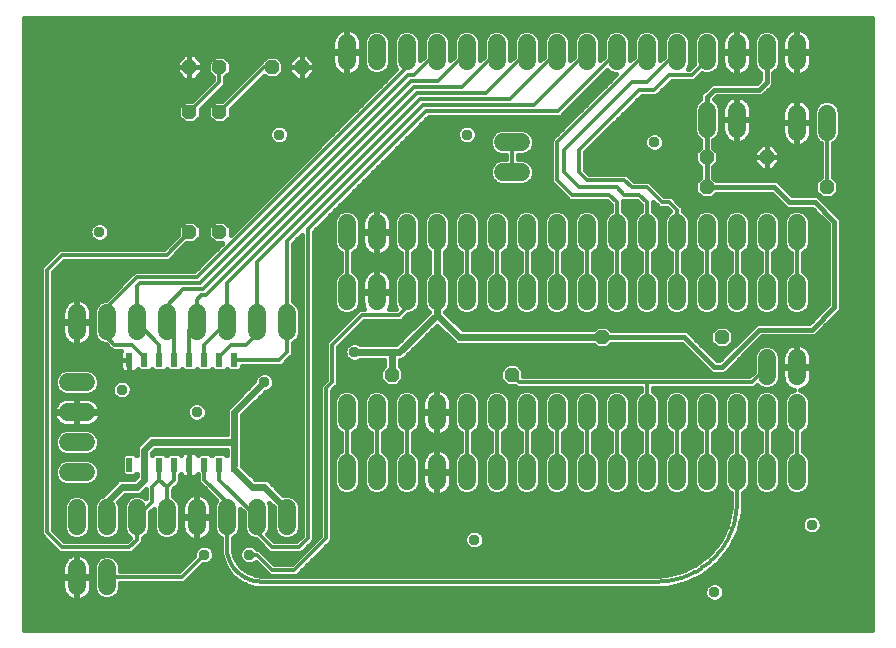
<source format=gtl>
G75*
%MOIN*%
%OFA0B0*%
%FSLAX25Y25*%
%IPPOS*%
%LPD*%
%AMOC8*
5,1,8,0,0,1.08239X$1,22.5*
%
%ADD10C,0.06000*%
%ADD11OC8,0.04800*%
%ADD12R,0.02362X0.04724*%
%ADD13C,0.01200*%
%ADD14C,0.01600*%
%ADD15C,0.03762*%
%ADD16C,0.02400*%
D10*
X0021800Y0022600D02*
X0021800Y0028600D01*
X0031800Y0028600D02*
X0031800Y0022600D01*
X0031800Y0042600D02*
X0031800Y0048600D01*
X0021800Y0048600D02*
X0021800Y0042600D01*
X0041800Y0042600D02*
X0041800Y0048600D01*
X0051800Y0048600D02*
X0051800Y0042600D01*
X0061800Y0042600D02*
X0061800Y0048600D01*
X0071800Y0048600D02*
X0071800Y0042600D01*
X0081800Y0042600D02*
X0081800Y0048600D01*
X0091800Y0048600D02*
X0091800Y0042600D01*
X0111800Y0057600D02*
X0111800Y0063600D01*
X0121800Y0063600D02*
X0121800Y0057600D01*
X0131800Y0057600D02*
X0131800Y0063600D01*
X0141800Y0063600D02*
X0141800Y0057600D01*
X0151800Y0057600D02*
X0151800Y0063600D01*
X0161800Y0063600D02*
X0161800Y0057600D01*
X0171800Y0057600D02*
X0171800Y0063600D01*
X0181800Y0063600D02*
X0181800Y0057600D01*
X0191800Y0057600D02*
X0191800Y0063600D01*
X0201800Y0063600D02*
X0201800Y0057600D01*
X0211800Y0057600D02*
X0211800Y0063600D01*
X0221800Y0063600D02*
X0221800Y0057600D01*
X0231800Y0057600D02*
X0231800Y0063600D01*
X0241800Y0063600D02*
X0241800Y0057600D01*
X0251800Y0057600D02*
X0251800Y0063600D01*
X0261800Y0063600D02*
X0261800Y0057600D01*
X0261800Y0077600D02*
X0261800Y0083600D01*
X0251800Y0083600D02*
X0251800Y0077600D01*
X0241800Y0077600D02*
X0241800Y0083600D01*
X0231800Y0083600D02*
X0231800Y0077600D01*
X0221800Y0077600D02*
X0221800Y0083600D01*
X0211800Y0083600D02*
X0211800Y0077600D01*
X0201800Y0077600D02*
X0201800Y0083600D01*
X0191800Y0083600D02*
X0191800Y0077600D01*
X0181800Y0077600D02*
X0181800Y0083600D01*
X0171800Y0083600D02*
X0171800Y0077600D01*
X0161800Y0077600D02*
X0161800Y0083600D01*
X0151800Y0083600D02*
X0151800Y0077600D01*
X0141800Y0077600D02*
X0141800Y0083600D01*
X0131800Y0083600D02*
X0131800Y0077600D01*
X0121800Y0077600D02*
X0121800Y0083600D01*
X0111800Y0083600D02*
X0111800Y0077600D01*
X0091800Y0107600D02*
X0091800Y0113600D01*
X0081800Y0113600D02*
X0081800Y0107600D01*
X0071800Y0107600D02*
X0071800Y0113600D01*
X0061800Y0113600D02*
X0061800Y0107600D01*
X0051800Y0107600D02*
X0051800Y0113600D01*
X0041800Y0113600D02*
X0041800Y0107600D01*
X0031800Y0107600D02*
X0031800Y0113600D01*
X0021800Y0113600D02*
X0021800Y0107600D01*
X0024800Y0090600D02*
X0018800Y0090600D01*
X0018800Y0080600D02*
X0024800Y0080600D01*
X0024800Y0070600D02*
X0018800Y0070600D01*
X0018800Y0060600D02*
X0024800Y0060600D01*
X0111800Y0117600D02*
X0111800Y0123600D01*
X0121800Y0123600D02*
X0121800Y0117600D01*
X0131800Y0117600D02*
X0131800Y0123600D01*
X0141800Y0123600D02*
X0141800Y0117600D01*
X0151800Y0117600D02*
X0151800Y0123600D01*
X0161800Y0123600D02*
X0161800Y0117600D01*
X0171800Y0117600D02*
X0171800Y0123600D01*
X0181800Y0123600D02*
X0181800Y0117600D01*
X0191800Y0117600D02*
X0191800Y0123600D01*
X0201800Y0123600D02*
X0201800Y0117600D01*
X0211800Y0117600D02*
X0211800Y0123600D01*
X0221800Y0123600D02*
X0221800Y0117600D01*
X0231800Y0117600D02*
X0231800Y0123600D01*
X0241800Y0123600D02*
X0241800Y0117600D01*
X0251800Y0117600D02*
X0251800Y0123600D01*
X0261800Y0123600D02*
X0261800Y0117600D01*
X0261800Y0098600D02*
X0261800Y0092600D01*
X0251800Y0092600D02*
X0251800Y0098600D01*
X0251800Y0137600D02*
X0251800Y0143600D01*
X0261800Y0143600D02*
X0261800Y0137600D01*
X0241800Y0137600D02*
X0241800Y0143600D01*
X0231800Y0143600D02*
X0231800Y0137600D01*
X0221800Y0137600D02*
X0221800Y0143600D01*
X0211800Y0143600D02*
X0211800Y0137600D01*
X0201800Y0137600D02*
X0201800Y0143600D01*
X0191800Y0143600D02*
X0191800Y0137600D01*
X0181800Y0137600D02*
X0181800Y0143600D01*
X0171800Y0143600D02*
X0171800Y0137600D01*
X0161800Y0137600D02*
X0161800Y0143600D01*
X0151800Y0143600D02*
X0151800Y0137600D01*
X0141800Y0137600D02*
X0141800Y0143600D01*
X0131800Y0143600D02*
X0131800Y0137600D01*
X0121800Y0137600D02*
X0121800Y0143600D01*
X0111800Y0143600D02*
X0111800Y0137600D01*
X0163800Y0160600D02*
X0169800Y0160600D01*
X0169800Y0170600D02*
X0163800Y0170600D01*
X0161800Y0197600D02*
X0161800Y0203600D01*
X0151800Y0203600D02*
X0151800Y0197600D01*
X0141800Y0197600D02*
X0141800Y0203600D01*
X0131800Y0203600D02*
X0131800Y0197600D01*
X0121800Y0197600D02*
X0121800Y0203600D01*
X0111800Y0203600D02*
X0111800Y0197600D01*
X0171800Y0197600D02*
X0171800Y0203600D01*
X0181800Y0203600D02*
X0181800Y0197600D01*
X0191800Y0197600D02*
X0191800Y0203600D01*
X0201800Y0203600D02*
X0201800Y0197600D01*
X0211800Y0197600D02*
X0211800Y0203600D01*
X0221800Y0203600D02*
X0221800Y0197600D01*
X0231800Y0197600D02*
X0231800Y0203600D01*
X0241800Y0203600D02*
X0241800Y0197600D01*
X0251800Y0197600D02*
X0251800Y0203600D01*
X0261800Y0203600D02*
X0261800Y0197600D01*
X0261800Y0180100D02*
X0261800Y0174100D01*
X0271800Y0174100D02*
X0271800Y0180100D01*
X0241800Y0181100D02*
X0241800Y0175100D01*
X0231800Y0175100D02*
X0231800Y0181100D01*
D11*
X0231800Y0165600D03*
X0231800Y0155600D03*
X0251800Y0165600D03*
X0271800Y0155600D03*
X0236800Y0105600D03*
X0196800Y0105600D03*
X0166800Y0093100D03*
X0126800Y0093100D03*
X0069300Y0140600D03*
X0059300Y0140600D03*
X0059300Y0180600D03*
X0069300Y0180600D03*
X0069300Y0195600D03*
X0059300Y0195600D03*
X0086800Y0195600D03*
X0096800Y0195600D03*
D12*
X0074300Y0098100D03*
X0069300Y0098100D03*
X0064300Y0098100D03*
X0059300Y0098100D03*
X0054300Y0098100D03*
X0049300Y0098100D03*
X0044300Y0098100D03*
X0039300Y0098100D03*
X0039300Y0063100D03*
X0044300Y0063100D03*
X0049300Y0063100D03*
X0054300Y0063100D03*
X0059300Y0063100D03*
X0064300Y0063100D03*
X0069300Y0063100D03*
X0074300Y0063100D03*
D13*
X0074300Y0061600D01*
X0069300Y0063100D02*
X0069300Y0058100D01*
X0081800Y0045600D01*
X0081800Y0040600D01*
X0086800Y0035600D01*
X0095800Y0035600D01*
X0098800Y0038600D01*
X0098800Y0141600D01*
X0138300Y0181100D01*
X0182300Y0181100D01*
X0201800Y0200600D01*
X0211800Y0200600D02*
X0181800Y0170600D01*
X0181800Y0158100D01*
X0186800Y0153100D01*
X0199300Y0153100D01*
X0201800Y0150600D01*
X0201800Y0140600D01*
X0201800Y0120600D01*
X0211800Y0120600D02*
X0211800Y0140600D01*
X0211800Y0150600D01*
X0209300Y0153100D01*
X0204300Y0153100D01*
X0201800Y0155600D01*
X0189300Y0155600D01*
X0184300Y0160600D01*
X0184300Y0168100D01*
X0206800Y0190600D01*
X0211800Y0190600D01*
X0221800Y0200600D01*
X0219300Y0193100D02*
X0226800Y0193100D01*
X0231800Y0198100D01*
X0231800Y0200600D01*
X0219300Y0193100D02*
X0214300Y0188100D01*
X0209300Y0188100D01*
X0189300Y0168100D01*
X0189300Y0160600D01*
X0191800Y0158100D01*
X0204300Y0158100D01*
X0206800Y0155600D01*
X0211800Y0155600D01*
X0216800Y0150600D01*
X0219300Y0150600D01*
X0221800Y0148100D01*
X0221800Y0140600D01*
X0221800Y0120600D01*
X0231800Y0120600D02*
X0231800Y0140600D01*
X0241800Y0140600D02*
X0241800Y0120600D01*
X0251800Y0120600D02*
X0251800Y0140600D01*
X0261800Y0140600D02*
X0261800Y0120600D01*
X0251800Y0095600D02*
X0246800Y0090600D01*
X0211800Y0090600D01*
X0169300Y0090600D01*
X0166800Y0093100D01*
X0161800Y0080600D02*
X0161800Y0060600D01*
X0151800Y0060600D02*
X0151800Y0080600D01*
X0141800Y0080600D02*
X0141800Y0060600D01*
X0131800Y0060600D02*
X0131800Y0080600D01*
X0121800Y0080600D02*
X0121800Y0060600D01*
X0111800Y0060600D02*
X0111800Y0080600D01*
X0104800Y0088600D02*
X0106800Y0090600D01*
X0106800Y0103100D01*
X0116800Y0113100D01*
X0129300Y0113100D01*
X0131800Y0115600D01*
X0131800Y0120600D01*
X0131800Y0140600D01*
X0121800Y0140600D02*
X0121800Y0120600D01*
X0111800Y0120600D02*
X0111800Y0140600D01*
X0091800Y0137600D02*
X0091800Y0110600D01*
X0091800Y0100600D01*
X0089300Y0098100D01*
X0074300Y0098100D01*
X0069300Y0098100D02*
X0069300Y0099100D01*
X0073300Y0103100D01*
X0078300Y0103100D01*
X0081800Y0106600D01*
X0081800Y0110600D01*
X0081800Y0130600D01*
X0136300Y0185100D01*
X0166300Y0185100D01*
X0181800Y0200600D01*
X0191800Y0200600D02*
X0174300Y0183100D01*
X0137300Y0183100D01*
X0091800Y0137600D01*
X0071800Y0123600D02*
X0071800Y0110600D01*
X0064300Y0103100D01*
X0064300Y0098100D01*
X0059300Y0098100D02*
X0059300Y0108100D01*
X0061800Y0110600D01*
X0061800Y0118100D01*
X0063300Y0119600D01*
X0064800Y0119600D01*
X0134300Y0189100D01*
X0150300Y0189100D01*
X0161800Y0200600D01*
X0151800Y0200600D02*
X0142300Y0191100D01*
X0133300Y0191100D01*
X0063800Y0121600D01*
X0057300Y0121600D01*
X0051800Y0116100D01*
X0051800Y0110600D01*
X0054300Y0108100D01*
X0054300Y0098100D01*
X0049300Y0098100D02*
X0049300Y0103100D01*
X0041800Y0110600D01*
X0041800Y0122600D01*
X0042800Y0123600D01*
X0062800Y0123600D01*
X0132300Y0193100D01*
X0134300Y0193100D01*
X0141800Y0200600D01*
X0131800Y0200600D02*
X0131800Y0195600D01*
X0061800Y0125600D01*
X0041800Y0125600D01*
X0031800Y0115600D01*
X0031800Y0110600D01*
X0031800Y0105600D01*
X0034300Y0103100D01*
X0040300Y0103100D01*
X0044300Y0099100D01*
X0044300Y0098100D01*
X0039300Y0098100D02*
X0024300Y0098100D01*
X0021800Y0100600D01*
X0021800Y0110600D01*
X0011800Y0128100D02*
X0011800Y0040600D01*
X0016800Y0035600D01*
X0039300Y0035600D01*
X0041800Y0038100D01*
X0041800Y0045600D01*
X0046800Y0050600D01*
X0046800Y0055600D01*
X0049300Y0058100D01*
X0049300Y0063100D01*
X0054300Y0063100D02*
X0054300Y0058100D01*
X0051800Y0055600D01*
X0049300Y0058100D01*
X0051800Y0055600D02*
X0051800Y0045600D01*
X0064300Y0058100D02*
X0064300Y0063100D01*
X0064300Y0058100D02*
X0071800Y0050600D01*
X0071800Y0045600D01*
X0071800Y0035600D01*
X0064300Y0033100D02*
X0056800Y0025600D01*
X0031800Y0025600D01*
X0079300Y0033100D02*
X0081800Y0033100D01*
X0086800Y0028100D01*
X0094300Y0028100D01*
X0104800Y0038600D01*
X0104800Y0088600D01*
X0071800Y0123600D02*
X0135300Y0187100D01*
X0158300Y0187100D01*
X0171800Y0200600D01*
X0166800Y0170600D02*
X0166800Y0160600D01*
X0161800Y0140600D02*
X0161800Y0120600D01*
X0151800Y0120600D02*
X0151800Y0140600D01*
X0171800Y0140600D02*
X0171800Y0120600D01*
X0181800Y0120600D02*
X0181800Y0140600D01*
X0191800Y0140600D02*
X0191800Y0120600D01*
X0211800Y0090600D02*
X0211800Y0080600D01*
X0211800Y0060600D01*
X0201800Y0060600D02*
X0201800Y0080600D01*
X0191800Y0080600D02*
X0191800Y0060600D01*
X0181800Y0060600D02*
X0181800Y0080600D01*
X0171800Y0080600D02*
X0171800Y0060600D01*
X0215300Y0024100D02*
X0215940Y0024108D01*
X0216580Y0024131D01*
X0217220Y0024170D01*
X0217858Y0024224D01*
X0218494Y0024293D01*
X0219129Y0024378D01*
X0219761Y0024478D01*
X0220391Y0024594D01*
X0221018Y0024724D01*
X0221642Y0024870D01*
X0222262Y0025031D01*
X0222878Y0025206D01*
X0223489Y0025397D01*
X0224096Y0025602D01*
X0224697Y0025822D01*
X0225293Y0026056D01*
X0225883Y0026305D01*
X0226467Y0026568D01*
X0227045Y0026845D01*
X0227615Y0027135D01*
X0228179Y0027440D01*
X0228734Y0027758D01*
X0229282Y0028089D01*
X0229822Y0028434D01*
X0230354Y0028791D01*
X0230876Y0029161D01*
X0231390Y0029544D01*
X0231894Y0029939D01*
X0232388Y0030346D01*
X0232873Y0030764D01*
X0233347Y0031195D01*
X0233811Y0031637D01*
X0234263Y0032089D01*
X0234705Y0032553D01*
X0235136Y0033027D01*
X0235554Y0033512D01*
X0235961Y0034006D01*
X0236356Y0034510D01*
X0236739Y0035024D01*
X0237109Y0035546D01*
X0237466Y0036078D01*
X0237811Y0036618D01*
X0238142Y0037166D01*
X0238460Y0037721D01*
X0238765Y0038285D01*
X0239055Y0038855D01*
X0239332Y0039433D01*
X0239595Y0040017D01*
X0239844Y0040607D01*
X0240078Y0041203D01*
X0240298Y0041804D01*
X0240503Y0042411D01*
X0240694Y0043022D01*
X0240869Y0043638D01*
X0241030Y0044258D01*
X0241176Y0044882D01*
X0241306Y0045509D01*
X0241422Y0046139D01*
X0241522Y0046771D01*
X0241607Y0047406D01*
X0241676Y0048042D01*
X0241730Y0048680D01*
X0241769Y0049320D01*
X0241792Y0049960D01*
X0241800Y0050600D01*
X0241800Y0060600D01*
X0241800Y0080600D01*
X0231800Y0080600D02*
X0231800Y0060600D01*
X0221800Y0060600D02*
X0221800Y0080600D01*
X0251800Y0080600D02*
X0251800Y0060600D01*
X0261800Y0060600D02*
X0261800Y0080600D01*
X0215300Y0024100D02*
X0083300Y0024100D01*
X0083022Y0024103D01*
X0082744Y0024113D01*
X0082467Y0024130D01*
X0082190Y0024154D01*
X0081914Y0024184D01*
X0081638Y0024221D01*
X0081364Y0024264D01*
X0081091Y0024314D01*
X0080818Y0024371D01*
X0080548Y0024434D01*
X0080279Y0024504D01*
X0080012Y0024580D01*
X0079746Y0024663D01*
X0079483Y0024752D01*
X0079222Y0024847D01*
X0078963Y0024949D01*
X0078707Y0025057D01*
X0078454Y0025171D01*
X0078203Y0025291D01*
X0077956Y0025417D01*
X0077711Y0025549D01*
X0077470Y0025687D01*
X0077232Y0025831D01*
X0076998Y0025981D01*
X0076767Y0026136D01*
X0076540Y0026296D01*
X0076318Y0026462D01*
X0076099Y0026634D01*
X0075884Y0026810D01*
X0075674Y0026992D01*
X0075468Y0027179D01*
X0075267Y0027371D01*
X0075071Y0027567D01*
X0074879Y0027768D01*
X0074692Y0027974D01*
X0074510Y0028184D01*
X0074334Y0028399D01*
X0074162Y0028618D01*
X0073996Y0028840D01*
X0073836Y0029067D01*
X0073681Y0029298D01*
X0073531Y0029532D01*
X0073387Y0029770D01*
X0073249Y0030011D01*
X0073117Y0030256D01*
X0072991Y0030503D01*
X0072871Y0030754D01*
X0072757Y0031007D01*
X0072649Y0031263D01*
X0072547Y0031522D01*
X0072452Y0031783D01*
X0072363Y0032046D01*
X0072280Y0032312D01*
X0072204Y0032579D01*
X0072134Y0032848D01*
X0072071Y0033118D01*
X0072014Y0033391D01*
X0071964Y0033664D01*
X0071921Y0033938D01*
X0071884Y0034214D01*
X0071854Y0034490D01*
X0071830Y0034767D01*
X0071813Y0035044D01*
X0071803Y0035322D01*
X0071800Y0035600D01*
X0011800Y0128100D02*
X0016800Y0133100D01*
X0051800Y0133100D01*
X0059300Y0140600D01*
X0059300Y0180600D02*
X0069300Y0190600D01*
X0069300Y0195600D01*
X0084300Y0195600D02*
X0086800Y0195600D01*
X0084300Y0195600D02*
X0069300Y0180600D01*
X0271800Y0177100D02*
X0271800Y0155600D01*
D14*
X0004102Y0212001D02*
X0004240Y0007923D01*
X0286921Y0007900D01*
X0286921Y0212001D01*
X0004102Y0212001D01*
X0004102Y0211808D02*
X0286921Y0211808D01*
X0286921Y0210209D02*
X0004103Y0210209D01*
X0004104Y0208611D02*
X0286921Y0208611D01*
X0286921Y0207012D02*
X0265176Y0207012D01*
X0264927Y0207261D02*
X0264316Y0207705D01*
X0263643Y0208048D01*
X0262924Y0208282D01*
X0262178Y0208400D01*
X0262000Y0208400D01*
X0262000Y0200800D01*
X0261600Y0200800D01*
X0261600Y0208400D01*
X0261422Y0208400D01*
X0260676Y0208282D01*
X0259957Y0208048D01*
X0259284Y0207705D01*
X0258673Y0207261D01*
X0258139Y0206727D01*
X0257695Y0206116D01*
X0257352Y0205443D01*
X0257118Y0204724D01*
X0257000Y0203978D01*
X0257000Y0200800D01*
X0261600Y0200800D01*
X0261600Y0200400D01*
X0257000Y0200400D01*
X0257000Y0197222D01*
X0257118Y0196476D01*
X0257352Y0195757D01*
X0257695Y0195084D01*
X0258139Y0194473D01*
X0258673Y0193939D01*
X0259284Y0193495D01*
X0259957Y0193152D01*
X0260676Y0192918D01*
X0261422Y0192800D01*
X0261600Y0192800D01*
X0261600Y0200400D01*
X0262000Y0200400D01*
X0262000Y0200800D01*
X0266600Y0200800D01*
X0266600Y0203978D01*
X0266482Y0204724D01*
X0266248Y0205443D01*
X0265905Y0206116D01*
X0265461Y0206727D01*
X0264927Y0207261D01*
X0266258Y0205414D02*
X0286921Y0205414D01*
X0286921Y0203815D02*
X0266600Y0203815D01*
X0266600Y0202217D02*
X0286921Y0202217D01*
X0286921Y0200618D02*
X0262000Y0200618D01*
X0262000Y0200400D02*
X0266600Y0200400D01*
X0266600Y0197222D01*
X0266482Y0196476D01*
X0266248Y0195757D01*
X0265905Y0195084D01*
X0265461Y0194473D01*
X0264927Y0193939D01*
X0264316Y0193495D01*
X0263643Y0193152D01*
X0262924Y0192918D01*
X0262178Y0192800D01*
X0262000Y0192800D01*
X0262000Y0200400D01*
X0261600Y0200618D02*
X0256200Y0200618D01*
X0256200Y0199020D02*
X0257000Y0199020D01*
X0257000Y0197421D02*
X0256200Y0197421D01*
X0256200Y0196725D02*
X0256200Y0204475D01*
X0255530Y0206092D01*
X0254292Y0207330D01*
X0252675Y0208000D01*
X0250925Y0208000D01*
X0249308Y0207330D01*
X0248070Y0206092D01*
X0247400Y0204475D01*
X0247400Y0196725D01*
X0248070Y0195108D01*
X0249308Y0193870D01*
X0249600Y0193749D01*
X0249600Y0191511D01*
X0248389Y0190300D01*
X0233389Y0190300D01*
X0232100Y0189011D01*
X0229600Y0186511D01*
X0229600Y0184951D01*
X0229308Y0184830D01*
X0228070Y0183592D01*
X0227400Y0181975D01*
X0227400Y0174225D01*
X0228070Y0172608D01*
X0229308Y0171370D01*
X0229600Y0171249D01*
X0229600Y0168774D01*
X0228000Y0167174D01*
X0228000Y0164026D01*
X0229600Y0162426D01*
X0229600Y0158774D01*
X0228000Y0157174D01*
X0228000Y0154026D01*
X0230226Y0151800D01*
X0233374Y0151800D01*
X0234974Y0153400D01*
X0253389Y0153400D01*
X0258389Y0148400D01*
X0266889Y0148400D01*
X0272100Y0143189D01*
X0272100Y0116511D01*
X0265889Y0110300D01*
X0248389Y0110300D01*
X0247100Y0109011D01*
X0235889Y0097800D01*
X0235211Y0097800D01*
X0225211Y0107800D01*
X0199974Y0107800D01*
X0198374Y0109400D01*
X0195226Y0109400D01*
X0194026Y0108200D01*
X0150377Y0108200D01*
X0144500Y0114077D01*
X0145530Y0115108D01*
X0146200Y0116725D01*
X0146200Y0124475D01*
X0145530Y0126092D01*
X0144400Y0127223D01*
X0144400Y0133977D01*
X0145530Y0135108D01*
X0146200Y0136725D01*
X0146200Y0144475D01*
X0145530Y0146092D01*
X0144292Y0147330D01*
X0142675Y0148000D01*
X0140925Y0148000D01*
X0139308Y0147330D01*
X0138070Y0146092D01*
X0137400Y0144475D01*
X0137400Y0136725D01*
X0138070Y0135108D01*
X0139200Y0133977D01*
X0139200Y0127223D01*
X0138070Y0126092D01*
X0137400Y0124475D01*
X0137400Y0116725D01*
X0138070Y0115108D01*
X0139100Y0114077D01*
X0128223Y0103200D01*
X0116340Y0103200D01*
X0116159Y0103382D01*
X0114953Y0103881D01*
X0113647Y0103881D01*
X0112441Y0103382D01*
X0111518Y0102459D01*
X0111019Y0101253D01*
X0111019Y0099947D01*
X0111518Y0098741D01*
X0112441Y0097818D01*
X0113647Y0097319D01*
X0114953Y0097319D01*
X0116159Y0097818D01*
X0116340Y0098000D01*
X0124200Y0098000D01*
X0124200Y0095874D01*
X0123000Y0094674D01*
X0123000Y0091526D01*
X0125226Y0089300D01*
X0128374Y0089300D01*
X0130600Y0091526D01*
X0130600Y0094674D01*
X0129400Y0095874D01*
X0129400Y0098000D01*
X0129817Y0098000D01*
X0130773Y0098396D01*
X0141800Y0109423D01*
X0147096Y0104127D01*
X0147827Y0103396D01*
X0148783Y0103000D01*
X0194026Y0103000D01*
X0195226Y0101800D01*
X0198374Y0101800D01*
X0199974Y0103400D01*
X0223389Y0103400D01*
X0232100Y0094689D01*
X0233389Y0093400D01*
X0237711Y0093400D01*
X0250211Y0105900D01*
X0267711Y0105900D01*
X0275211Y0113400D01*
X0276500Y0114689D01*
X0276500Y0145011D01*
X0270000Y0151511D01*
X0268711Y0152800D01*
X0260211Y0152800D01*
X0256500Y0156511D01*
X0255211Y0157800D01*
X0234974Y0157800D01*
X0234000Y0158774D01*
X0234000Y0162426D01*
X0235600Y0164026D01*
X0235600Y0167174D01*
X0234000Y0168774D01*
X0234000Y0171249D01*
X0234292Y0171370D01*
X0235530Y0172608D01*
X0236200Y0174225D01*
X0236200Y0181975D01*
X0235530Y0183592D01*
X0234292Y0184830D01*
X0234186Y0184874D01*
X0235211Y0185900D01*
X0250211Y0185900D01*
X0252711Y0188400D01*
X0254000Y0189689D01*
X0254000Y0193749D01*
X0254292Y0193870D01*
X0255530Y0195108D01*
X0256200Y0196725D01*
X0255826Y0195823D02*
X0257330Y0195823D01*
X0258387Y0194224D02*
X0254647Y0194224D01*
X0254000Y0192626D02*
X0286921Y0192626D01*
X0286921Y0194224D02*
X0265213Y0194224D01*
X0266270Y0195823D02*
X0286921Y0195823D01*
X0286921Y0197421D02*
X0266600Y0197421D01*
X0266600Y0199020D02*
X0286921Y0199020D01*
X0286921Y0191027D02*
X0254000Y0191027D01*
X0253740Y0189429D02*
X0286921Y0189429D01*
X0286921Y0187830D02*
X0252142Y0187830D01*
X0250543Y0186232D02*
X0286921Y0186232D01*
X0286921Y0184633D02*
X0263381Y0184633D01*
X0263643Y0184548D02*
X0262924Y0184782D01*
X0262178Y0184900D01*
X0262000Y0184900D01*
X0262000Y0177300D01*
X0261600Y0177300D01*
X0261600Y0184900D01*
X0261422Y0184900D01*
X0260676Y0184782D01*
X0259957Y0184548D01*
X0259284Y0184205D01*
X0258673Y0183761D01*
X0258139Y0183227D01*
X0257695Y0182616D01*
X0257352Y0181943D01*
X0257118Y0181224D01*
X0257000Y0180478D01*
X0257000Y0177300D01*
X0261600Y0177300D01*
X0261600Y0176900D01*
X0257000Y0176900D01*
X0257000Y0173722D01*
X0257118Y0172976D01*
X0257352Y0172257D01*
X0257695Y0171584D01*
X0258139Y0170973D01*
X0258673Y0170439D01*
X0259284Y0169995D01*
X0259957Y0169652D01*
X0260676Y0169418D01*
X0261422Y0169300D01*
X0261600Y0169300D01*
X0261600Y0176900D01*
X0262000Y0176900D01*
X0262000Y0177300D01*
X0266600Y0177300D01*
X0266600Y0180478D01*
X0266482Y0181224D01*
X0266248Y0181943D01*
X0265905Y0182616D01*
X0265461Y0183227D01*
X0264927Y0183761D01*
X0264316Y0184205D01*
X0263643Y0184548D01*
X0262000Y0184633D02*
X0261600Y0184633D01*
X0260219Y0184633D02*
X0245055Y0184633D01*
X0244927Y0184761D02*
X0244316Y0185205D01*
X0243643Y0185548D01*
X0242924Y0185782D01*
X0242178Y0185900D01*
X0242000Y0185900D01*
X0242000Y0178300D01*
X0246600Y0178300D01*
X0246600Y0181478D01*
X0246482Y0182224D01*
X0246248Y0182943D01*
X0245905Y0183616D01*
X0245461Y0184227D01*
X0244927Y0184761D01*
X0246201Y0183035D02*
X0257999Y0183035D01*
X0257187Y0181436D02*
X0246600Y0181436D01*
X0246600Y0179838D02*
X0257000Y0179838D01*
X0257000Y0178239D02*
X0242000Y0178239D01*
X0242000Y0178300D02*
X0242000Y0177900D01*
X0246600Y0177900D01*
X0246600Y0174722D01*
X0246482Y0173976D01*
X0246248Y0173257D01*
X0245905Y0172584D01*
X0245461Y0171973D01*
X0244927Y0171439D01*
X0244316Y0170995D01*
X0243643Y0170652D01*
X0242924Y0170418D01*
X0242178Y0170300D01*
X0242000Y0170300D01*
X0242000Y0177900D01*
X0241600Y0177900D01*
X0241600Y0170300D01*
X0241422Y0170300D01*
X0240676Y0170418D01*
X0239957Y0170652D01*
X0239284Y0170995D01*
X0238673Y0171439D01*
X0238139Y0171973D01*
X0237695Y0172584D01*
X0237352Y0173257D01*
X0237118Y0173976D01*
X0237000Y0174722D01*
X0237000Y0177900D01*
X0241600Y0177900D01*
X0241600Y0178300D01*
X0241600Y0185900D01*
X0241422Y0185900D01*
X0240676Y0185782D01*
X0239957Y0185548D01*
X0239284Y0185205D01*
X0238673Y0184761D01*
X0238139Y0184227D01*
X0237695Y0183616D01*
X0237352Y0182943D01*
X0237118Y0182224D01*
X0237000Y0181478D01*
X0237000Y0178300D01*
X0241600Y0178300D01*
X0242000Y0178300D01*
X0241600Y0178239D02*
X0236200Y0178239D01*
X0236200Y0176641D02*
X0237000Y0176641D01*
X0237000Y0175042D02*
X0236200Y0175042D01*
X0235876Y0173444D02*
X0237291Y0173444D01*
X0238267Y0171845D02*
X0234768Y0171845D01*
X0234000Y0170247D02*
X0258937Y0170247D01*
X0257562Y0171845D02*
X0245333Y0171845D01*
X0246309Y0173444D02*
X0257044Y0173444D01*
X0257000Y0175042D02*
X0246600Y0175042D01*
X0246600Y0176641D02*
X0257000Y0176641D01*
X0261600Y0176641D02*
X0262000Y0176641D01*
X0262000Y0176900D02*
X0262000Y0169300D01*
X0262178Y0169300D01*
X0262924Y0169418D01*
X0263643Y0169652D01*
X0264316Y0169995D01*
X0264927Y0170439D01*
X0265461Y0170973D01*
X0265905Y0171584D01*
X0266248Y0172257D01*
X0266482Y0172976D01*
X0266600Y0173722D01*
X0266600Y0176900D01*
X0262000Y0176900D01*
X0262000Y0178239D02*
X0261600Y0178239D01*
X0261600Y0179838D02*
X0262000Y0179838D01*
X0262000Y0181436D02*
X0261600Y0181436D01*
X0261600Y0183035D02*
X0262000Y0183035D01*
X0265601Y0183035D02*
X0268512Y0183035D01*
X0268070Y0182592D02*
X0267400Y0180975D01*
X0267400Y0173225D01*
X0268070Y0171608D01*
X0269308Y0170370D01*
X0269800Y0170166D01*
X0269800Y0158974D01*
X0268000Y0157174D01*
X0268000Y0154026D01*
X0270226Y0151800D01*
X0273374Y0151800D01*
X0275600Y0154026D01*
X0275600Y0157174D01*
X0273800Y0158974D01*
X0273800Y0170166D01*
X0274292Y0170370D01*
X0275530Y0171608D01*
X0276200Y0173225D01*
X0276200Y0180975D01*
X0275530Y0182592D01*
X0274292Y0183830D01*
X0272675Y0184500D01*
X0270925Y0184500D01*
X0269308Y0183830D01*
X0268070Y0182592D01*
X0267591Y0181436D02*
X0266413Y0181436D01*
X0266600Y0179838D02*
X0267400Y0179838D01*
X0267400Y0178239D02*
X0266600Y0178239D01*
X0266600Y0176641D02*
X0267400Y0176641D01*
X0267400Y0175042D02*
X0266600Y0175042D01*
X0266556Y0173444D02*
X0267400Y0173444D01*
X0267971Y0171845D02*
X0266038Y0171845D01*
X0264663Y0170247D02*
X0269605Y0170247D01*
X0269800Y0168648D02*
X0254692Y0168648D01*
X0253540Y0169800D02*
X0256000Y0167340D01*
X0256000Y0165600D01*
X0251800Y0165600D01*
X0251800Y0165600D01*
X0251800Y0165600D01*
X0251800Y0169800D01*
X0253540Y0169800D01*
X0251800Y0169800D02*
X0250060Y0169800D01*
X0247600Y0167340D01*
X0247600Y0165600D01*
X0251800Y0165600D01*
X0256000Y0165600D01*
X0256000Y0163860D01*
X0253540Y0161400D01*
X0251800Y0161400D01*
X0251800Y0165600D01*
X0251800Y0165600D01*
X0251800Y0165600D01*
X0251800Y0169800D01*
X0251800Y0168648D02*
X0251800Y0168648D01*
X0251800Y0167050D02*
X0251800Y0167050D01*
X0251800Y0165600D02*
X0247600Y0165600D01*
X0247600Y0163860D01*
X0250060Y0161400D01*
X0251800Y0161400D01*
X0251800Y0165600D01*
X0251800Y0165451D02*
X0251800Y0165451D01*
X0251800Y0163853D02*
X0251800Y0163853D01*
X0251800Y0162254D02*
X0251800Y0162254D01*
X0254394Y0162254D02*
X0269800Y0162254D01*
X0269800Y0160656D02*
X0234000Y0160656D01*
X0234000Y0162254D02*
X0249206Y0162254D01*
X0247608Y0163853D02*
X0235427Y0163853D01*
X0235600Y0165451D02*
X0247600Y0165451D01*
X0247600Y0167050D02*
X0235600Y0167050D01*
X0234126Y0168648D02*
X0248908Y0168648D01*
X0256000Y0167050D02*
X0269800Y0167050D01*
X0269800Y0165451D02*
X0256000Y0165451D01*
X0255992Y0163853D02*
X0269800Y0163853D01*
X0273800Y0163853D02*
X0286921Y0163853D01*
X0286921Y0165451D02*
X0273800Y0165451D01*
X0273800Y0167050D02*
X0286921Y0167050D01*
X0286921Y0168648D02*
X0273800Y0168648D01*
X0273995Y0170247D02*
X0286921Y0170247D01*
X0286921Y0171845D02*
X0275629Y0171845D01*
X0276200Y0173444D02*
X0286921Y0173444D01*
X0286921Y0175042D02*
X0276200Y0175042D01*
X0276200Y0176641D02*
X0286921Y0176641D01*
X0286921Y0178239D02*
X0276200Y0178239D01*
X0276200Y0179838D02*
X0286921Y0179838D01*
X0286921Y0181436D02*
X0276009Y0181436D01*
X0275088Y0183035D02*
X0286921Y0183035D01*
X0286921Y0162254D02*
X0273800Y0162254D01*
X0273800Y0160656D02*
X0286921Y0160656D01*
X0286921Y0159057D02*
X0273800Y0159057D01*
X0275315Y0157459D02*
X0286921Y0157459D01*
X0286921Y0155860D02*
X0275600Y0155860D01*
X0275600Y0154262D02*
X0286921Y0154262D01*
X0286921Y0152663D02*
X0274237Y0152663D01*
X0272045Y0149466D02*
X0286921Y0149466D01*
X0286921Y0147868D02*
X0273644Y0147868D01*
X0275242Y0146269D02*
X0286921Y0146269D01*
X0286921Y0144670D02*
X0276500Y0144670D01*
X0276500Y0143072D02*
X0286921Y0143072D01*
X0286921Y0141473D02*
X0276500Y0141473D01*
X0276500Y0139875D02*
X0286921Y0139875D01*
X0286921Y0138276D02*
X0276500Y0138276D01*
X0276500Y0136678D02*
X0286921Y0136678D01*
X0286921Y0135079D02*
X0276500Y0135079D01*
X0276500Y0133481D02*
X0286921Y0133481D01*
X0286921Y0131882D02*
X0276500Y0131882D01*
X0276500Y0130284D02*
X0286921Y0130284D01*
X0286921Y0128685D02*
X0276500Y0128685D01*
X0276500Y0127087D02*
X0286921Y0127087D01*
X0286921Y0125488D02*
X0276500Y0125488D01*
X0276500Y0123890D02*
X0286921Y0123890D01*
X0286921Y0122291D02*
X0276500Y0122291D01*
X0276500Y0120693D02*
X0286921Y0120693D01*
X0286921Y0119094D02*
X0276500Y0119094D01*
X0276500Y0117496D02*
X0286921Y0117496D01*
X0286921Y0115897D02*
X0276500Y0115897D01*
X0276110Y0114299D02*
X0286921Y0114299D01*
X0286921Y0112700D02*
X0274512Y0112700D01*
X0272913Y0111102D02*
X0286921Y0111102D01*
X0286921Y0109503D02*
X0271315Y0109503D01*
X0269716Y0107905D02*
X0286921Y0107905D01*
X0286921Y0106306D02*
X0268117Y0106306D01*
X0266800Y0108100D02*
X0274300Y0115600D01*
X0274300Y0144100D01*
X0267800Y0150600D01*
X0259300Y0150600D01*
X0254300Y0155600D01*
X0231800Y0155600D01*
X0231800Y0165600D01*
X0231800Y0178100D01*
X0231800Y0185600D01*
X0234300Y0188100D01*
X0249300Y0188100D01*
X0251800Y0190600D01*
X0251800Y0200600D01*
X0256200Y0202217D02*
X0257000Y0202217D01*
X0257000Y0203815D02*
X0256200Y0203815D01*
X0255811Y0205414D02*
X0257342Y0205414D01*
X0258424Y0207012D02*
X0254610Y0207012D01*
X0248990Y0207012D02*
X0245176Y0207012D01*
X0244927Y0207261D02*
X0244316Y0207705D01*
X0243643Y0208048D01*
X0242924Y0208282D01*
X0242178Y0208400D01*
X0242000Y0208400D01*
X0242000Y0200800D01*
X0241600Y0200800D01*
X0241600Y0208400D01*
X0241422Y0208400D01*
X0240676Y0208282D01*
X0239957Y0208048D01*
X0239284Y0207705D01*
X0238673Y0207261D01*
X0238139Y0206727D01*
X0237695Y0206116D01*
X0237352Y0205443D01*
X0237118Y0204724D01*
X0237000Y0203978D01*
X0237000Y0200800D01*
X0241600Y0200800D01*
X0241600Y0200400D01*
X0237000Y0200400D01*
X0237000Y0197222D01*
X0237118Y0196476D01*
X0237352Y0195757D01*
X0237695Y0195084D01*
X0238139Y0194473D01*
X0238673Y0193939D01*
X0239284Y0193495D01*
X0239957Y0193152D01*
X0240676Y0192918D01*
X0241422Y0192800D01*
X0241600Y0192800D01*
X0241600Y0200400D01*
X0242000Y0200400D01*
X0242000Y0200800D01*
X0246600Y0200800D01*
X0246600Y0203978D01*
X0246482Y0204724D01*
X0246248Y0205443D01*
X0245905Y0206116D01*
X0245461Y0206727D01*
X0244927Y0207261D01*
X0246258Y0205414D02*
X0247789Y0205414D01*
X0247400Y0203815D02*
X0246600Y0203815D01*
X0246600Y0202217D02*
X0247400Y0202217D01*
X0247400Y0200618D02*
X0242000Y0200618D01*
X0242000Y0200400D02*
X0246600Y0200400D01*
X0246600Y0197222D01*
X0246482Y0196476D01*
X0246248Y0195757D01*
X0245905Y0195084D01*
X0245461Y0194473D01*
X0244927Y0193939D01*
X0244316Y0193495D01*
X0243643Y0193152D01*
X0242924Y0192918D01*
X0242178Y0192800D01*
X0242000Y0192800D01*
X0242000Y0200400D01*
X0241600Y0200618D02*
X0236200Y0200618D01*
X0236200Y0199020D02*
X0237000Y0199020D01*
X0237000Y0197421D02*
X0236200Y0197421D01*
X0236200Y0196725D02*
X0236200Y0204475D01*
X0235530Y0206092D01*
X0234292Y0207330D01*
X0232675Y0208000D01*
X0230925Y0208000D01*
X0229308Y0207330D01*
X0228070Y0206092D01*
X0227400Y0204475D01*
X0227400Y0196725D01*
X0227458Y0196586D01*
X0225972Y0195100D01*
X0225523Y0195100D01*
X0225530Y0195108D01*
X0226200Y0196725D01*
X0226200Y0204475D01*
X0225530Y0206092D01*
X0224292Y0207330D01*
X0222675Y0208000D01*
X0220925Y0208000D01*
X0219308Y0207330D01*
X0218070Y0206092D01*
X0217400Y0204475D01*
X0217400Y0199028D01*
X0216200Y0197828D01*
X0216200Y0204475D01*
X0215530Y0206092D01*
X0214292Y0207330D01*
X0212675Y0208000D01*
X0210925Y0208000D01*
X0209308Y0207330D01*
X0208070Y0206092D01*
X0207400Y0204475D01*
X0207400Y0199028D01*
X0206200Y0197828D01*
X0206200Y0204475D01*
X0205530Y0206092D01*
X0204292Y0207330D01*
X0202675Y0208000D01*
X0200925Y0208000D01*
X0199308Y0207330D01*
X0198070Y0206092D01*
X0197400Y0204475D01*
X0197400Y0199028D01*
X0196200Y0197828D01*
X0196200Y0204475D01*
X0195530Y0206092D01*
X0194292Y0207330D01*
X0192675Y0208000D01*
X0190925Y0208000D01*
X0189308Y0207330D01*
X0188070Y0206092D01*
X0187400Y0204475D01*
X0187400Y0199028D01*
X0186200Y0197828D01*
X0186200Y0204475D01*
X0185530Y0206092D01*
X0184292Y0207330D01*
X0182675Y0208000D01*
X0180925Y0208000D01*
X0179308Y0207330D01*
X0178070Y0206092D01*
X0177400Y0204475D01*
X0177400Y0199028D01*
X0176200Y0197828D01*
X0176200Y0204475D01*
X0175530Y0206092D01*
X0174292Y0207330D01*
X0172675Y0208000D01*
X0170925Y0208000D01*
X0169308Y0207330D01*
X0168070Y0206092D01*
X0167400Y0204475D01*
X0167400Y0199028D01*
X0166200Y0197828D01*
X0166200Y0204475D01*
X0165530Y0206092D01*
X0164292Y0207330D01*
X0162675Y0208000D01*
X0160925Y0208000D01*
X0159308Y0207330D01*
X0158070Y0206092D01*
X0157400Y0204475D01*
X0157400Y0199028D01*
X0156200Y0197828D01*
X0156200Y0204475D01*
X0155530Y0206092D01*
X0154292Y0207330D01*
X0152675Y0208000D01*
X0150925Y0208000D01*
X0149308Y0207330D01*
X0148070Y0206092D01*
X0147400Y0204475D01*
X0147400Y0199028D01*
X0146200Y0197828D01*
X0146200Y0204475D01*
X0145530Y0206092D01*
X0144292Y0207330D01*
X0142675Y0208000D01*
X0140925Y0208000D01*
X0139308Y0207330D01*
X0138070Y0206092D01*
X0137400Y0204475D01*
X0137400Y0199028D01*
X0136200Y0197828D01*
X0136200Y0204475D01*
X0135530Y0206092D01*
X0134292Y0207330D01*
X0132675Y0208000D01*
X0130925Y0208000D01*
X0129308Y0207330D01*
X0128070Y0206092D01*
X0127400Y0204475D01*
X0127400Y0196725D01*
X0128070Y0195108D01*
X0128275Y0194903D01*
X0073100Y0139728D01*
X0073100Y0142174D01*
X0070874Y0144400D01*
X0067726Y0144400D01*
X0065500Y0142174D01*
X0065500Y0139026D01*
X0067726Y0136800D01*
X0070172Y0136800D01*
X0060972Y0127600D01*
X0040972Y0127600D01*
X0031372Y0118000D01*
X0030925Y0118000D01*
X0029308Y0117330D01*
X0028070Y0116092D01*
X0027400Y0114475D01*
X0027400Y0106725D01*
X0028070Y0105108D01*
X0029308Y0103870D01*
X0030925Y0103200D01*
X0031372Y0103200D01*
X0032300Y0102272D01*
X0033472Y0101100D01*
X0036426Y0101100D01*
X0036319Y0100699D01*
X0036319Y0098100D01*
X0039300Y0098100D01*
X0039300Y0093938D01*
X0040718Y0093938D01*
X0041176Y0094060D01*
X0041586Y0094297D01*
X0041921Y0094633D01*
X0042040Y0094837D01*
X0042539Y0094338D01*
X0046061Y0094338D01*
X0046800Y0095077D01*
X0047539Y0094338D01*
X0051061Y0094338D01*
X0051800Y0095077D01*
X0052539Y0094338D01*
X0056061Y0094338D01*
X0056800Y0095077D01*
X0057539Y0094338D01*
X0061061Y0094338D01*
X0061800Y0095077D01*
X0062539Y0094338D01*
X0066061Y0094338D01*
X0066800Y0095077D01*
X0067539Y0094338D01*
X0071061Y0094338D01*
X0071800Y0095077D01*
X0072539Y0094338D01*
X0076061Y0094338D01*
X0076881Y0095158D01*
X0076881Y0096100D01*
X0090128Y0096100D01*
X0092628Y0098600D01*
X0093800Y0099772D01*
X0093800Y0103666D01*
X0094292Y0103870D01*
X0095530Y0105108D01*
X0096200Y0106725D01*
X0096200Y0114475D01*
X0095530Y0116092D01*
X0094292Y0117330D01*
X0093800Y0117534D01*
X0093800Y0136772D01*
X0096800Y0139772D01*
X0096800Y0039428D01*
X0094972Y0037600D01*
X0087628Y0037600D01*
X0085325Y0039903D01*
X0085530Y0040108D01*
X0086200Y0041725D01*
X0086200Y0049475D01*
X0085813Y0050410D01*
X0087400Y0048823D01*
X0087400Y0041725D01*
X0088070Y0040108D01*
X0089308Y0038870D01*
X0090925Y0038200D01*
X0092675Y0038200D01*
X0094292Y0038870D01*
X0095530Y0040108D01*
X0096200Y0041725D01*
X0096200Y0049475D01*
X0095530Y0051092D01*
X0094292Y0052330D01*
X0092675Y0053000D01*
X0090925Y0053000D01*
X0090679Y0052898D01*
X0085773Y0057804D01*
X0084817Y0058200D01*
X0081377Y0058200D01*
X0076900Y0062677D01*
X0076900Y0079523D01*
X0084696Y0087319D01*
X0084953Y0087319D01*
X0086159Y0087818D01*
X0087082Y0088741D01*
X0087581Y0089947D01*
X0087581Y0091253D01*
X0087082Y0092459D01*
X0086159Y0093382D01*
X0084953Y0093881D01*
X0083647Y0093881D01*
X0082441Y0093382D01*
X0081518Y0092459D01*
X0081019Y0091253D01*
X0081019Y0090996D01*
X0072096Y0082073D01*
X0071700Y0081117D01*
X0071700Y0073200D01*
X0046283Y0073200D01*
X0045327Y0072804D01*
X0044596Y0072073D01*
X0042096Y0069573D01*
X0041700Y0068617D01*
X0041700Y0066223D01*
X0041061Y0066862D01*
X0037539Y0066862D01*
X0036719Y0066042D01*
X0036719Y0060158D01*
X0037539Y0059338D01*
X0041061Y0059338D01*
X0041700Y0059977D01*
X0041700Y0059177D01*
X0040723Y0058200D01*
X0036283Y0058200D01*
X0035327Y0057804D01*
X0034596Y0057073D01*
X0030239Y0052716D01*
X0029308Y0052330D01*
X0028070Y0051092D01*
X0027400Y0049475D01*
X0027400Y0041725D01*
X0028070Y0040108D01*
X0029308Y0038870D01*
X0030925Y0038200D01*
X0032675Y0038200D01*
X0034292Y0038870D01*
X0035530Y0040108D01*
X0036200Y0041725D01*
X0036200Y0049475D01*
X0035659Y0050782D01*
X0037877Y0053000D01*
X0042317Y0053000D01*
X0043273Y0053396D01*
X0044800Y0054923D01*
X0044800Y0051823D01*
X0044292Y0052330D01*
X0042675Y0053000D01*
X0040925Y0053000D01*
X0039308Y0052330D01*
X0038070Y0051092D01*
X0037400Y0049475D01*
X0037400Y0041725D01*
X0038070Y0040108D01*
X0039308Y0038870D01*
X0039614Y0038743D01*
X0038472Y0037600D01*
X0017628Y0037600D01*
X0013800Y0041428D01*
X0013800Y0127272D01*
X0017628Y0131100D01*
X0052628Y0131100D01*
X0058328Y0136800D01*
X0060874Y0136800D01*
X0063100Y0139026D01*
X0063100Y0142174D01*
X0060874Y0144400D01*
X0057726Y0144400D01*
X0055500Y0142174D01*
X0055500Y0139628D01*
X0050972Y0135100D01*
X0015972Y0135100D01*
X0014800Y0133928D01*
X0010972Y0130100D01*
X0009800Y0128928D01*
X0009800Y0039772D01*
X0014800Y0034772D01*
X0015972Y0033600D01*
X0040128Y0033600D01*
X0042628Y0036100D01*
X0043800Y0037272D01*
X0043800Y0038666D01*
X0044292Y0038870D01*
X0045530Y0040108D01*
X0046200Y0041725D01*
X0046200Y0047172D01*
X0047400Y0048372D01*
X0047400Y0041725D01*
X0048070Y0040108D01*
X0049308Y0038870D01*
X0050925Y0038200D01*
X0052675Y0038200D01*
X0054292Y0038870D01*
X0055530Y0040108D01*
X0056200Y0041725D01*
X0056200Y0049475D01*
X0055530Y0051092D01*
X0054292Y0052330D01*
X0053800Y0052534D01*
X0053800Y0054772D01*
X0055128Y0056100D01*
X0056300Y0057272D01*
X0056300Y0059577D01*
X0056560Y0059837D01*
X0056679Y0059633D01*
X0057014Y0059297D01*
X0057424Y0059060D01*
X0057882Y0058938D01*
X0059300Y0058938D01*
X0060718Y0058938D01*
X0061176Y0059060D01*
X0061586Y0059297D01*
X0061921Y0059633D01*
X0062040Y0059837D01*
X0062300Y0059577D01*
X0062300Y0057272D01*
X0063472Y0056100D01*
X0068275Y0051297D01*
X0068070Y0051092D01*
X0067400Y0049475D01*
X0067400Y0041725D01*
X0068070Y0040108D01*
X0069308Y0038870D01*
X0069800Y0038666D01*
X0069800Y0033462D01*
X0071121Y0029395D01*
X0071121Y0029395D01*
X0073635Y0025935D01*
X0077095Y0023421D01*
X0081162Y0022100D01*
X0218511Y0022100D01*
X0224773Y0023529D01*
X0230559Y0026316D01*
X0235580Y0030320D01*
X0239584Y0035341D01*
X0239584Y0035341D01*
X0242371Y0041127D01*
X0242371Y0041127D01*
X0243800Y0047389D01*
X0243800Y0053666D01*
X0244292Y0053870D01*
X0245530Y0055108D01*
X0246200Y0056725D01*
X0246200Y0064475D01*
X0245530Y0066092D01*
X0244292Y0067330D01*
X0243800Y0067534D01*
X0243800Y0073666D01*
X0244292Y0073870D01*
X0245530Y0075108D01*
X0246200Y0076725D01*
X0246200Y0084475D01*
X0245530Y0086092D01*
X0244292Y0087330D01*
X0242675Y0088000D01*
X0240925Y0088000D01*
X0239308Y0087330D01*
X0238070Y0086092D01*
X0237400Y0084475D01*
X0237400Y0076725D01*
X0238070Y0075108D01*
X0239308Y0073870D01*
X0239800Y0073666D01*
X0239800Y0067534D01*
X0239308Y0067330D01*
X0238070Y0066092D01*
X0237400Y0064475D01*
X0237400Y0056725D01*
X0238070Y0055108D01*
X0239308Y0053870D01*
X0239800Y0053666D01*
X0239800Y0050600D01*
X0239646Y0047857D01*
X0238425Y0042508D01*
X0236045Y0037565D01*
X0232624Y0033276D01*
X0228335Y0029855D01*
X0223392Y0027475D01*
X0218043Y0026254D01*
X0215300Y0026100D01*
X0083300Y0026100D01*
X0081814Y0026217D01*
X0078987Y0027135D01*
X0076582Y0028882D01*
X0074835Y0031287D01*
X0073917Y0034114D01*
X0073800Y0035600D01*
X0073800Y0038666D01*
X0074292Y0038870D01*
X0075530Y0040108D01*
X0076200Y0041725D01*
X0076200Y0048372D01*
X0077400Y0047172D01*
X0077400Y0041725D01*
X0078070Y0040108D01*
X0079308Y0038870D01*
X0080925Y0038200D01*
X0081372Y0038200D01*
X0085972Y0033600D01*
X0096628Y0033600D01*
X0097800Y0034772D01*
X0100800Y0037772D01*
X0100800Y0140772D01*
X0139128Y0179100D01*
X0183128Y0179100D01*
X0184300Y0180272D01*
X0198603Y0194575D01*
X0199308Y0193870D01*
X0200925Y0193200D01*
X0201572Y0193200D01*
X0180972Y0172600D01*
X0179800Y0171428D01*
X0179800Y0157272D01*
X0184800Y0152272D01*
X0185972Y0151100D01*
X0198472Y0151100D01*
X0199800Y0149772D01*
X0199800Y0147534D01*
X0199308Y0147330D01*
X0198070Y0146092D01*
X0197400Y0144475D01*
X0197400Y0136725D01*
X0198070Y0135108D01*
X0199308Y0133870D01*
X0199800Y0133666D01*
X0199800Y0127534D01*
X0199308Y0127330D01*
X0198070Y0126092D01*
X0197400Y0124475D01*
X0197400Y0116725D01*
X0198070Y0115108D01*
X0199308Y0113870D01*
X0200925Y0113200D01*
X0202675Y0113200D01*
X0204292Y0113870D01*
X0205530Y0115108D01*
X0206200Y0116725D01*
X0206200Y0124475D01*
X0205530Y0126092D01*
X0204292Y0127330D01*
X0203800Y0127534D01*
X0203800Y0133666D01*
X0204292Y0133870D01*
X0205530Y0135108D01*
X0206200Y0136725D01*
X0206200Y0144475D01*
X0205530Y0146092D01*
X0204292Y0147330D01*
X0203800Y0147534D01*
X0203800Y0151100D01*
X0208472Y0151100D01*
X0209800Y0149772D01*
X0209800Y0147534D01*
X0209308Y0147330D01*
X0208070Y0146092D01*
X0207400Y0144475D01*
X0207400Y0136725D01*
X0208070Y0135108D01*
X0209308Y0133870D01*
X0209800Y0133666D01*
X0209800Y0127534D01*
X0209308Y0127330D01*
X0208070Y0126092D01*
X0207400Y0124475D01*
X0207400Y0116725D01*
X0208070Y0115108D01*
X0209308Y0113870D01*
X0210925Y0113200D01*
X0212675Y0113200D01*
X0214292Y0113870D01*
X0215530Y0115108D01*
X0216200Y0116725D01*
X0216200Y0124475D01*
X0215530Y0126092D01*
X0214292Y0127330D01*
X0213800Y0127534D01*
X0213800Y0133666D01*
X0214292Y0133870D01*
X0215530Y0135108D01*
X0216200Y0136725D01*
X0216200Y0144475D01*
X0215530Y0146092D01*
X0214292Y0147330D01*
X0213800Y0147534D01*
X0213800Y0150772D01*
X0214800Y0149772D01*
X0214800Y0149772D01*
X0215972Y0148600D01*
X0218472Y0148600D01*
X0219614Y0147457D01*
X0219308Y0147330D01*
X0218070Y0146092D01*
X0217400Y0144475D01*
X0217400Y0136725D01*
X0218070Y0135108D01*
X0219308Y0133870D01*
X0219800Y0133666D01*
X0219800Y0127534D01*
X0219308Y0127330D01*
X0218070Y0126092D01*
X0217400Y0124475D01*
X0217400Y0116725D01*
X0218070Y0115108D01*
X0219308Y0113870D01*
X0220925Y0113200D01*
X0222675Y0113200D01*
X0224292Y0113870D01*
X0225530Y0115108D01*
X0226200Y0116725D01*
X0226200Y0124475D01*
X0225530Y0126092D01*
X0224292Y0127330D01*
X0223800Y0127534D01*
X0223800Y0133666D01*
X0224292Y0133870D01*
X0225530Y0135108D01*
X0226200Y0136725D01*
X0226200Y0144475D01*
X0225530Y0146092D01*
X0224292Y0147330D01*
X0223800Y0147534D01*
X0223800Y0148928D01*
X0222628Y0150100D01*
X0220128Y0152600D01*
X0217628Y0152600D01*
X0213800Y0156428D01*
X0213800Y0156428D01*
X0212628Y0157600D01*
X0207628Y0157600D01*
X0206300Y0158928D01*
X0205128Y0160100D01*
X0192628Y0160100D01*
X0191300Y0161428D01*
X0191300Y0167272D01*
X0210128Y0186100D01*
X0215128Y0186100D01*
X0220128Y0191100D01*
X0227628Y0191100D01*
X0230079Y0193550D01*
X0230925Y0193200D01*
X0232675Y0193200D01*
X0234292Y0193870D01*
X0235530Y0195108D01*
X0236200Y0196725D01*
X0235826Y0195823D02*
X0237330Y0195823D01*
X0238387Y0194224D02*
X0234647Y0194224D01*
X0232518Y0189429D02*
X0218457Y0189429D01*
X0216859Y0187830D02*
X0230919Y0187830D01*
X0229600Y0186232D02*
X0215260Y0186232D01*
X0208662Y0184633D02*
X0229111Y0184633D01*
X0227839Y0183035D02*
X0207063Y0183035D01*
X0205465Y0181436D02*
X0227400Y0181436D01*
X0227400Y0179838D02*
X0203866Y0179838D01*
X0202268Y0178239D02*
X0227400Y0178239D01*
X0227400Y0176641D02*
X0200669Y0176641D01*
X0199071Y0175042D02*
X0227400Y0175042D01*
X0227724Y0173444D02*
X0216009Y0173444D01*
X0216159Y0173382D02*
X0214953Y0173881D01*
X0213647Y0173881D01*
X0212441Y0173382D01*
X0211518Y0172459D01*
X0211019Y0171253D01*
X0211019Y0169947D01*
X0211518Y0168741D01*
X0212441Y0167818D01*
X0213647Y0167319D01*
X0214953Y0167319D01*
X0216159Y0167818D01*
X0217082Y0168741D01*
X0217581Y0169947D01*
X0217581Y0171253D01*
X0217082Y0172459D01*
X0216159Y0173382D01*
X0217336Y0171845D02*
X0228832Y0171845D01*
X0229600Y0170247D02*
X0217581Y0170247D01*
X0216988Y0168648D02*
X0229474Y0168648D01*
X0228000Y0167050D02*
X0191300Y0167050D01*
X0191300Y0165451D02*
X0228000Y0165451D01*
X0228173Y0163853D02*
X0191300Y0163853D01*
X0191300Y0162254D02*
X0229600Y0162254D01*
X0229600Y0160656D02*
X0192073Y0160656D01*
X0182810Y0154262D02*
X0114290Y0154262D01*
X0115888Y0155860D02*
X0181212Y0155860D01*
X0179800Y0157459D02*
X0172881Y0157459D01*
X0172292Y0156870D02*
X0173530Y0158108D01*
X0174200Y0159725D01*
X0174200Y0161475D01*
X0173530Y0163092D01*
X0172292Y0164330D01*
X0170675Y0165000D01*
X0168800Y0165000D01*
X0168800Y0166200D01*
X0170675Y0166200D01*
X0172292Y0166870D01*
X0173530Y0168108D01*
X0174200Y0169725D01*
X0174200Y0171475D01*
X0173530Y0173092D01*
X0172292Y0174330D01*
X0170675Y0175000D01*
X0162925Y0175000D01*
X0161308Y0174330D01*
X0160070Y0173092D01*
X0159400Y0171475D01*
X0159400Y0169725D01*
X0160070Y0168108D01*
X0161308Y0166870D01*
X0162925Y0166200D01*
X0164800Y0166200D01*
X0164800Y0165000D01*
X0162925Y0165000D01*
X0161308Y0164330D01*
X0160070Y0163092D01*
X0159400Y0161475D01*
X0159400Y0159725D01*
X0160070Y0158108D01*
X0161308Y0156870D01*
X0162925Y0156200D01*
X0170675Y0156200D01*
X0172292Y0156870D01*
X0173923Y0159057D02*
X0179800Y0159057D01*
X0179800Y0160656D02*
X0174200Y0160656D01*
X0173877Y0162254D02*
X0179800Y0162254D01*
X0179800Y0163853D02*
X0172770Y0163853D01*
X0172472Y0167050D02*
X0179800Y0167050D01*
X0179800Y0168648D02*
X0173754Y0168648D01*
X0174200Y0170247D02*
X0179800Y0170247D01*
X0180217Y0171845D02*
X0174047Y0171845D01*
X0173179Y0173444D02*
X0181815Y0173444D01*
X0183414Y0175042D02*
X0154498Y0175042D01*
X0154582Y0174959D02*
X0153659Y0175882D01*
X0152453Y0176381D01*
X0151147Y0176381D01*
X0149941Y0175882D01*
X0149018Y0174959D01*
X0148519Y0173753D01*
X0148519Y0172447D01*
X0149018Y0171241D01*
X0149941Y0170318D01*
X0151147Y0169819D01*
X0152453Y0169819D01*
X0153659Y0170318D01*
X0154582Y0171241D01*
X0155081Y0172447D01*
X0155081Y0173753D01*
X0154582Y0174959D01*
X0155081Y0173444D02*
X0160421Y0173444D01*
X0159553Y0171845D02*
X0154832Y0171845D01*
X0153485Y0170247D02*
X0159400Y0170247D01*
X0159846Y0168648D02*
X0128677Y0168648D01*
X0130275Y0170247D02*
X0150115Y0170247D01*
X0148768Y0171845D02*
X0131874Y0171845D01*
X0133472Y0173444D02*
X0148519Y0173444D01*
X0149102Y0175042D02*
X0135071Y0175042D01*
X0136669Y0176641D02*
X0185012Y0176641D01*
X0186611Y0178239D02*
X0138268Y0178239D01*
X0127078Y0167050D02*
X0161128Y0167050D01*
X0164800Y0165451D02*
X0125480Y0165451D01*
X0123881Y0163853D02*
X0160830Y0163853D01*
X0159723Y0162254D02*
X0122283Y0162254D01*
X0120684Y0160656D02*
X0159400Y0160656D01*
X0159677Y0159057D02*
X0119086Y0159057D01*
X0117487Y0157459D02*
X0160719Y0157459D01*
X0168800Y0165451D02*
X0179800Y0165451D01*
X0192677Y0168648D02*
X0211612Y0168648D01*
X0211019Y0170247D02*
X0194275Y0170247D01*
X0195874Y0171845D02*
X0211264Y0171845D01*
X0212591Y0173444D02*
X0197472Y0173444D01*
X0189808Y0181436D02*
X0185465Y0181436D01*
X0187063Y0183035D02*
X0191406Y0183035D01*
X0193005Y0184633D02*
X0188662Y0184633D01*
X0190260Y0186232D02*
X0194603Y0186232D01*
X0196202Y0187830D02*
X0191859Y0187830D01*
X0193457Y0189429D02*
X0197800Y0189429D01*
X0199399Y0191027D02*
X0195056Y0191027D01*
X0196654Y0192626D02*
X0200997Y0192626D01*
X0198953Y0194224D02*
X0198253Y0194224D01*
X0197391Y0199020D02*
X0196200Y0199020D01*
X0196200Y0200618D02*
X0197400Y0200618D01*
X0197400Y0202217D02*
X0196200Y0202217D01*
X0196200Y0203815D02*
X0197400Y0203815D01*
X0197789Y0205414D02*
X0195811Y0205414D01*
X0194610Y0207012D02*
X0198990Y0207012D01*
X0204610Y0207012D02*
X0208990Y0207012D01*
X0207789Y0205414D02*
X0205811Y0205414D01*
X0206200Y0203815D02*
X0207400Y0203815D01*
X0207400Y0202217D02*
X0206200Y0202217D01*
X0206200Y0200618D02*
X0207400Y0200618D01*
X0207391Y0199020D02*
X0206200Y0199020D01*
X0215811Y0205414D02*
X0217789Y0205414D01*
X0217400Y0203815D02*
X0216200Y0203815D01*
X0216200Y0202217D02*
X0217400Y0202217D01*
X0217400Y0200618D02*
X0216200Y0200618D01*
X0216200Y0199020D02*
X0217391Y0199020D01*
X0220056Y0191027D02*
X0249116Y0191027D01*
X0249600Y0192626D02*
X0229154Y0192626D01*
X0226694Y0195823D02*
X0225826Y0195823D01*
X0226200Y0197421D02*
X0227400Y0197421D01*
X0227400Y0199020D02*
X0226200Y0199020D01*
X0226200Y0200618D02*
X0227400Y0200618D01*
X0227400Y0202217D02*
X0226200Y0202217D01*
X0226200Y0203815D02*
X0227400Y0203815D01*
X0227789Y0205414D02*
X0225811Y0205414D01*
X0224610Y0207012D02*
X0228990Y0207012D01*
X0234610Y0207012D02*
X0238424Y0207012D01*
X0237342Y0205414D02*
X0235811Y0205414D01*
X0236200Y0203815D02*
X0237000Y0203815D01*
X0237000Y0202217D02*
X0236200Y0202217D01*
X0241600Y0202217D02*
X0242000Y0202217D01*
X0242000Y0203815D02*
X0241600Y0203815D01*
X0241600Y0205414D02*
X0242000Y0205414D01*
X0242000Y0207012D02*
X0241600Y0207012D01*
X0241600Y0199020D02*
X0242000Y0199020D01*
X0242000Y0197421D02*
X0241600Y0197421D01*
X0241600Y0195823D02*
X0242000Y0195823D01*
X0242000Y0194224D02*
X0241600Y0194224D01*
X0245213Y0194224D02*
X0248953Y0194224D01*
X0247774Y0195823D02*
X0246270Y0195823D01*
X0246600Y0197421D02*
X0247400Y0197421D01*
X0247400Y0199020D02*
X0246600Y0199020D01*
X0261600Y0199020D02*
X0262000Y0199020D01*
X0262000Y0197421D02*
X0261600Y0197421D01*
X0261600Y0195823D02*
X0262000Y0195823D01*
X0262000Y0194224D02*
X0261600Y0194224D01*
X0261600Y0202217D02*
X0262000Y0202217D01*
X0262000Y0203815D02*
X0261600Y0203815D01*
X0261600Y0205414D02*
X0262000Y0205414D01*
X0262000Y0207012D02*
X0261600Y0207012D01*
X0242000Y0184633D02*
X0241600Y0184633D01*
X0241600Y0183035D02*
X0242000Y0183035D01*
X0242000Y0181436D02*
X0241600Y0181436D01*
X0241600Y0179838D02*
X0242000Y0179838D01*
X0237000Y0179838D02*
X0236200Y0179838D01*
X0236200Y0181436D02*
X0237000Y0181436D01*
X0237399Y0183035D02*
X0235761Y0183035D01*
X0234489Y0184633D02*
X0238545Y0184633D01*
X0241600Y0176641D02*
X0242000Y0176641D01*
X0242000Y0175042D02*
X0241600Y0175042D01*
X0241600Y0173444D02*
X0242000Y0173444D01*
X0242000Y0171845D02*
X0241600Y0171845D01*
X0234000Y0159057D02*
X0269800Y0159057D01*
X0268285Y0157459D02*
X0255553Y0157459D01*
X0257151Y0155860D02*
X0268000Y0155860D01*
X0268000Y0154262D02*
X0258750Y0154262D01*
X0255724Y0151065D02*
X0221664Y0151065D01*
X0223262Y0149466D02*
X0257323Y0149466D01*
X0259308Y0147330D02*
X0258070Y0146092D01*
X0257400Y0144475D01*
X0257400Y0136725D01*
X0258070Y0135108D01*
X0259308Y0133870D01*
X0259800Y0133666D01*
X0259800Y0127534D01*
X0259308Y0127330D01*
X0258070Y0126092D01*
X0257400Y0124475D01*
X0257400Y0116725D01*
X0258070Y0115108D01*
X0259308Y0113870D01*
X0260925Y0113200D01*
X0262675Y0113200D01*
X0264292Y0113870D01*
X0265530Y0115108D01*
X0266200Y0116725D01*
X0266200Y0124475D01*
X0265530Y0126092D01*
X0264292Y0127330D01*
X0263800Y0127534D01*
X0263800Y0133666D01*
X0264292Y0133870D01*
X0265530Y0135108D01*
X0266200Y0136725D01*
X0266200Y0144475D01*
X0265530Y0146092D01*
X0264292Y0147330D01*
X0262675Y0148000D01*
X0260925Y0148000D01*
X0259308Y0147330D01*
X0260605Y0147868D02*
X0252995Y0147868D01*
X0252675Y0148000D02*
X0250925Y0148000D01*
X0249308Y0147330D01*
X0248070Y0146092D01*
X0247400Y0144475D01*
X0247400Y0136725D01*
X0248070Y0135108D01*
X0249308Y0133870D01*
X0249800Y0133666D01*
X0249800Y0127534D01*
X0249308Y0127330D01*
X0248070Y0126092D01*
X0247400Y0124475D01*
X0247400Y0116725D01*
X0248070Y0115108D01*
X0249308Y0113870D01*
X0250925Y0113200D01*
X0252675Y0113200D01*
X0254292Y0113870D01*
X0255530Y0115108D01*
X0256200Y0116725D01*
X0256200Y0124475D01*
X0255530Y0126092D01*
X0254292Y0127330D01*
X0253800Y0127534D01*
X0253800Y0133666D01*
X0254292Y0133870D01*
X0255530Y0135108D01*
X0256200Y0136725D01*
X0256200Y0144475D01*
X0255530Y0146092D01*
X0254292Y0147330D01*
X0252675Y0148000D01*
X0250605Y0147868D02*
X0242995Y0147868D01*
X0242675Y0148000D02*
X0240925Y0148000D01*
X0239308Y0147330D01*
X0238070Y0146092D01*
X0237400Y0144475D01*
X0237400Y0136725D01*
X0238070Y0135108D01*
X0239308Y0133870D01*
X0239800Y0133666D01*
X0239800Y0127534D01*
X0239308Y0127330D01*
X0238070Y0126092D01*
X0237400Y0124475D01*
X0237400Y0116725D01*
X0238070Y0115108D01*
X0239308Y0113870D01*
X0240925Y0113200D01*
X0242675Y0113200D01*
X0244292Y0113870D01*
X0245530Y0115108D01*
X0246200Y0116725D01*
X0246200Y0124475D01*
X0245530Y0126092D01*
X0244292Y0127330D01*
X0243800Y0127534D01*
X0243800Y0133666D01*
X0244292Y0133870D01*
X0245530Y0135108D01*
X0246200Y0136725D01*
X0246200Y0144475D01*
X0245530Y0146092D01*
X0244292Y0147330D01*
X0242675Y0148000D01*
X0240605Y0147868D02*
X0232995Y0147868D01*
X0232675Y0148000D02*
X0230925Y0148000D01*
X0229308Y0147330D01*
X0228070Y0146092D01*
X0227400Y0144475D01*
X0227400Y0136725D01*
X0228070Y0135108D01*
X0229308Y0133870D01*
X0229800Y0133666D01*
X0229800Y0127534D01*
X0229308Y0127330D01*
X0228070Y0126092D01*
X0227400Y0124475D01*
X0227400Y0116725D01*
X0228070Y0115108D01*
X0229308Y0113870D01*
X0230925Y0113200D01*
X0232675Y0113200D01*
X0234292Y0113870D01*
X0235530Y0115108D01*
X0236200Y0116725D01*
X0236200Y0124475D01*
X0235530Y0126092D01*
X0234292Y0127330D01*
X0233800Y0127534D01*
X0233800Y0133666D01*
X0234292Y0133870D01*
X0235530Y0135108D01*
X0236200Y0136725D01*
X0236200Y0144475D01*
X0235530Y0146092D01*
X0234292Y0147330D01*
X0232675Y0148000D01*
X0230605Y0147868D02*
X0223800Y0147868D01*
X0225354Y0146269D02*
X0228246Y0146269D01*
X0227481Y0144670D02*
X0226119Y0144670D01*
X0226200Y0143072D02*
X0227400Y0143072D01*
X0227400Y0141473D02*
X0226200Y0141473D01*
X0226200Y0139875D02*
X0227400Y0139875D01*
X0227400Y0138276D02*
X0226200Y0138276D01*
X0226181Y0136678D02*
X0227419Y0136678D01*
X0228098Y0135079D02*
X0225502Y0135079D01*
X0223800Y0133481D02*
X0229800Y0133481D01*
X0229800Y0131882D02*
X0223800Y0131882D01*
X0223800Y0130284D02*
X0229800Y0130284D01*
X0229800Y0128685D02*
X0223800Y0128685D01*
X0224536Y0127087D02*
X0229064Y0127087D01*
X0227820Y0125488D02*
X0225780Y0125488D01*
X0226200Y0123890D02*
X0227400Y0123890D01*
X0227400Y0122291D02*
X0226200Y0122291D01*
X0226200Y0120693D02*
X0227400Y0120693D01*
X0227400Y0119094D02*
X0226200Y0119094D01*
X0226200Y0117496D02*
X0227400Y0117496D01*
X0227743Y0115897D02*
X0225857Y0115897D01*
X0224721Y0114299D02*
X0228879Y0114299D01*
X0234721Y0114299D02*
X0238879Y0114299D01*
X0237743Y0115897D02*
X0235857Y0115897D01*
X0236200Y0117496D02*
X0237400Y0117496D01*
X0237400Y0119094D02*
X0236200Y0119094D01*
X0236200Y0120693D02*
X0237400Y0120693D01*
X0237400Y0122291D02*
X0236200Y0122291D01*
X0236200Y0123890D02*
X0237400Y0123890D01*
X0237820Y0125488D02*
X0235780Y0125488D01*
X0234536Y0127087D02*
X0239064Y0127087D01*
X0239800Y0128685D02*
X0233800Y0128685D01*
X0233800Y0130284D02*
X0239800Y0130284D01*
X0239800Y0131882D02*
X0233800Y0131882D01*
X0233800Y0133481D02*
X0239800Y0133481D01*
X0238098Y0135079D02*
X0235502Y0135079D01*
X0236181Y0136678D02*
X0237419Y0136678D01*
X0237400Y0138276D02*
X0236200Y0138276D01*
X0236200Y0139875D02*
X0237400Y0139875D01*
X0237400Y0141473D02*
X0236200Y0141473D01*
X0236200Y0143072D02*
X0237400Y0143072D01*
X0237481Y0144670D02*
X0236119Y0144670D01*
X0235354Y0146269D02*
X0238246Y0146269D01*
X0234237Y0152663D02*
X0254126Y0152663D01*
X0255354Y0146269D02*
X0258246Y0146269D01*
X0257481Y0144670D02*
X0256119Y0144670D01*
X0256200Y0143072D02*
X0257400Y0143072D01*
X0257400Y0141473D02*
X0256200Y0141473D01*
X0256200Y0139875D02*
X0257400Y0139875D01*
X0257400Y0138276D02*
X0256200Y0138276D01*
X0256181Y0136678D02*
X0257419Y0136678D01*
X0258098Y0135079D02*
X0255502Y0135079D01*
X0253800Y0133481D02*
X0259800Y0133481D01*
X0259800Y0131882D02*
X0253800Y0131882D01*
X0253800Y0130284D02*
X0259800Y0130284D01*
X0259800Y0128685D02*
X0253800Y0128685D01*
X0254536Y0127087D02*
X0259064Y0127087D01*
X0257820Y0125488D02*
X0255780Y0125488D01*
X0256200Y0123890D02*
X0257400Y0123890D01*
X0257400Y0122291D02*
X0256200Y0122291D01*
X0256200Y0120693D02*
X0257400Y0120693D01*
X0257400Y0119094D02*
X0256200Y0119094D01*
X0256200Y0117496D02*
X0257400Y0117496D01*
X0257743Y0115897D02*
X0255857Y0115897D01*
X0254721Y0114299D02*
X0258879Y0114299D01*
X0264721Y0114299D02*
X0269888Y0114299D01*
X0271486Y0115897D02*
X0265857Y0115897D01*
X0266200Y0117496D02*
X0272100Y0117496D01*
X0272100Y0119094D02*
X0266200Y0119094D01*
X0266200Y0120693D02*
X0272100Y0120693D01*
X0272100Y0122291D02*
X0266200Y0122291D01*
X0266200Y0123890D02*
X0272100Y0123890D01*
X0272100Y0125488D02*
X0265780Y0125488D01*
X0264536Y0127087D02*
X0272100Y0127087D01*
X0272100Y0128685D02*
X0263800Y0128685D01*
X0263800Y0130284D02*
X0272100Y0130284D01*
X0272100Y0131882D02*
X0263800Y0131882D01*
X0263800Y0133481D02*
X0272100Y0133481D01*
X0272100Y0135079D02*
X0265502Y0135079D01*
X0266181Y0136678D02*
X0272100Y0136678D01*
X0272100Y0138276D02*
X0266200Y0138276D01*
X0266200Y0139875D02*
X0272100Y0139875D01*
X0272100Y0141473D02*
X0266200Y0141473D01*
X0266200Y0143072D02*
X0272100Y0143072D01*
X0270618Y0144670D02*
X0266119Y0144670D01*
X0265354Y0146269D02*
X0269020Y0146269D01*
X0267421Y0147868D02*
X0262995Y0147868D01*
X0268848Y0152663D02*
X0269363Y0152663D01*
X0270447Y0151065D02*
X0286921Y0151065D01*
X0262000Y0170247D02*
X0261600Y0170247D01*
X0261600Y0171845D02*
X0262000Y0171845D01*
X0262000Y0173444D02*
X0261600Y0173444D01*
X0261600Y0175042D02*
X0262000Y0175042D01*
X0229600Y0159057D02*
X0206171Y0159057D01*
X0212770Y0157459D02*
X0228285Y0157459D01*
X0228000Y0155860D02*
X0214368Y0155860D01*
X0215967Y0154262D02*
X0228000Y0154262D01*
X0229363Y0152663D02*
X0217565Y0152663D01*
X0215106Y0149466D02*
X0213800Y0149466D01*
X0213800Y0147868D02*
X0219204Y0147868D01*
X0218246Y0146269D02*
X0215354Y0146269D01*
X0216119Y0144670D02*
X0217481Y0144670D01*
X0217400Y0143072D02*
X0216200Y0143072D01*
X0216200Y0141473D02*
X0217400Y0141473D01*
X0217400Y0139875D02*
X0216200Y0139875D01*
X0216200Y0138276D02*
X0217400Y0138276D01*
X0217419Y0136678D02*
X0216181Y0136678D01*
X0215502Y0135079D02*
X0218098Y0135079D01*
X0219800Y0133481D02*
X0213800Y0133481D01*
X0213800Y0131882D02*
X0219800Y0131882D01*
X0219800Y0130284D02*
X0213800Y0130284D01*
X0213800Y0128685D02*
X0219800Y0128685D01*
X0219064Y0127087D02*
X0214536Y0127087D01*
X0215780Y0125488D02*
X0217820Y0125488D01*
X0217400Y0123890D02*
X0216200Y0123890D01*
X0216200Y0122291D02*
X0217400Y0122291D01*
X0217400Y0120693D02*
X0216200Y0120693D01*
X0216200Y0119094D02*
X0217400Y0119094D01*
X0217400Y0117496D02*
X0216200Y0117496D01*
X0215857Y0115897D02*
X0217743Y0115897D01*
X0218879Y0114299D02*
X0214721Y0114299D01*
X0208879Y0114299D02*
X0204721Y0114299D01*
X0205857Y0115897D02*
X0207743Y0115897D01*
X0207400Y0117496D02*
X0206200Y0117496D01*
X0206200Y0119094D02*
X0207400Y0119094D01*
X0207400Y0120693D02*
X0206200Y0120693D01*
X0206200Y0122291D02*
X0207400Y0122291D01*
X0207400Y0123890D02*
X0206200Y0123890D01*
X0205780Y0125488D02*
X0207820Y0125488D01*
X0209064Y0127087D02*
X0204536Y0127087D01*
X0203800Y0128685D02*
X0209800Y0128685D01*
X0209800Y0130284D02*
X0203800Y0130284D01*
X0203800Y0131882D02*
X0209800Y0131882D01*
X0209800Y0133481D02*
X0203800Y0133481D01*
X0205502Y0135079D02*
X0208098Y0135079D01*
X0207419Y0136678D02*
X0206181Y0136678D01*
X0206200Y0138276D02*
X0207400Y0138276D01*
X0207400Y0139875D02*
X0206200Y0139875D01*
X0206200Y0141473D02*
X0207400Y0141473D01*
X0207400Y0143072D02*
X0206200Y0143072D01*
X0206119Y0144670D02*
X0207481Y0144670D01*
X0208246Y0146269D02*
X0205354Y0146269D01*
X0203800Y0147868D02*
X0209800Y0147868D01*
X0209800Y0149466D02*
X0203800Y0149466D01*
X0203800Y0151065D02*
X0208507Y0151065D01*
X0199800Y0149466D02*
X0109494Y0149466D01*
X0110605Y0147868D02*
X0107896Y0147868D01*
X0109308Y0147330D02*
X0108070Y0146092D01*
X0107400Y0144475D01*
X0107400Y0136725D01*
X0108070Y0135108D01*
X0109308Y0133870D01*
X0109800Y0133666D01*
X0109800Y0127534D01*
X0109308Y0127330D01*
X0108070Y0126092D01*
X0107400Y0124475D01*
X0107400Y0116725D01*
X0108070Y0115108D01*
X0109308Y0113870D01*
X0110925Y0113200D01*
X0112675Y0113200D01*
X0114292Y0113870D01*
X0115530Y0115108D01*
X0116200Y0116725D01*
X0116200Y0124475D01*
X0115530Y0126092D01*
X0114292Y0127330D01*
X0113800Y0127534D01*
X0113800Y0133666D01*
X0114292Y0133870D01*
X0115530Y0135108D01*
X0116200Y0136725D01*
X0116200Y0144475D01*
X0115530Y0146092D01*
X0114292Y0147330D01*
X0112675Y0148000D01*
X0110925Y0148000D01*
X0109308Y0147330D01*
X0108246Y0146269D02*
X0106297Y0146269D01*
X0107481Y0144670D02*
X0104699Y0144670D01*
X0103100Y0143072D02*
X0107400Y0143072D01*
X0107400Y0141473D02*
X0101502Y0141473D01*
X0100800Y0139875D02*
X0107400Y0139875D01*
X0107400Y0138276D02*
X0100800Y0138276D01*
X0100800Y0136678D02*
X0107419Y0136678D01*
X0108098Y0135079D02*
X0100800Y0135079D01*
X0100800Y0133481D02*
X0109800Y0133481D01*
X0109800Y0131882D02*
X0100800Y0131882D01*
X0100800Y0130284D02*
X0109800Y0130284D01*
X0109800Y0128685D02*
X0100800Y0128685D01*
X0100800Y0127087D02*
X0109064Y0127087D01*
X0107820Y0125488D02*
X0100800Y0125488D01*
X0100800Y0123890D02*
X0107400Y0123890D01*
X0107400Y0122291D02*
X0100800Y0122291D01*
X0100800Y0120693D02*
X0107400Y0120693D01*
X0107400Y0119094D02*
X0100800Y0119094D01*
X0100800Y0117496D02*
X0107400Y0117496D01*
X0107743Y0115897D02*
X0100800Y0115897D01*
X0100800Y0114299D02*
X0108879Y0114299D01*
X0111973Y0111102D02*
X0100800Y0111102D01*
X0100800Y0112700D02*
X0113572Y0112700D01*
X0114721Y0114299D02*
X0115170Y0114299D01*
X0115972Y0115100D02*
X0104800Y0103928D01*
X0104800Y0091428D01*
X0102800Y0089428D01*
X0102800Y0039428D01*
X0093472Y0030100D01*
X0087628Y0030100D01*
X0082628Y0035100D01*
X0081940Y0035100D01*
X0081159Y0035882D01*
X0079953Y0036381D01*
X0078647Y0036381D01*
X0077441Y0035882D01*
X0076518Y0034959D01*
X0076019Y0033753D01*
X0076019Y0032447D01*
X0076518Y0031241D01*
X0077441Y0030318D01*
X0078647Y0029819D01*
X0079953Y0029819D01*
X0081159Y0030318D01*
X0081456Y0030616D01*
X0084800Y0027272D01*
X0085972Y0026100D01*
X0095128Y0026100D01*
X0106800Y0037772D01*
X0106800Y0087772D01*
X0107628Y0088600D01*
X0108800Y0089772D01*
X0108800Y0102272D01*
X0117628Y0111100D01*
X0130128Y0111100D01*
X0131300Y0112272D01*
X0132228Y0113200D01*
X0132675Y0113200D01*
X0134292Y0113870D01*
X0135530Y0115108D01*
X0136200Y0116725D01*
X0136200Y0124475D01*
X0135530Y0126092D01*
X0134292Y0127330D01*
X0133800Y0127534D01*
X0133800Y0133666D01*
X0134292Y0133870D01*
X0135530Y0135108D01*
X0136200Y0136725D01*
X0136200Y0144475D01*
X0135530Y0146092D01*
X0134292Y0147330D01*
X0132675Y0148000D01*
X0130925Y0148000D01*
X0129308Y0147330D01*
X0128070Y0146092D01*
X0127400Y0144475D01*
X0127400Y0136725D01*
X0128070Y0135108D01*
X0129308Y0133870D01*
X0129800Y0133666D01*
X0129800Y0127534D01*
X0129308Y0127330D01*
X0128070Y0126092D01*
X0127400Y0124475D01*
X0127400Y0116725D01*
X0128070Y0115108D01*
X0128077Y0115100D01*
X0125913Y0115100D01*
X0126248Y0115757D01*
X0126482Y0116476D01*
X0126600Y0117222D01*
X0126600Y0120400D01*
X0122000Y0120400D01*
X0122000Y0120800D01*
X0121600Y0120800D01*
X0121600Y0128400D01*
X0121422Y0128400D01*
X0120676Y0128282D01*
X0119957Y0128048D01*
X0119284Y0127705D01*
X0118673Y0127261D01*
X0118139Y0126727D01*
X0117695Y0126116D01*
X0117352Y0125443D01*
X0117118Y0124724D01*
X0117000Y0123978D01*
X0117000Y0120800D01*
X0121600Y0120800D01*
X0121600Y0120400D01*
X0117000Y0120400D01*
X0117000Y0117222D01*
X0117118Y0116476D01*
X0117352Y0115757D01*
X0117687Y0115100D01*
X0115972Y0115100D01*
X0115857Y0115897D02*
X0117306Y0115897D01*
X0117000Y0117496D02*
X0116200Y0117496D01*
X0116200Y0119094D02*
X0117000Y0119094D01*
X0116200Y0120693D02*
X0121600Y0120693D01*
X0122000Y0120693D02*
X0127400Y0120693D01*
X0126600Y0120800D02*
X0126600Y0123978D01*
X0126482Y0124724D01*
X0126248Y0125443D01*
X0125905Y0126116D01*
X0125461Y0126727D01*
X0124927Y0127261D01*
X0124316Y0127705D01*
X0123643Y0128048D01*
X0122924Y0128282D01*
X0122178Y0128400D01*
X0122000Y0128400D01*
X0122000Y0120800D01*
X0126600Y0120800D01*
X0126600Y0122291D02*
X0127400Y0122291D01*
X0127400Y0123890D02*
X0126600Y0123890D01*
X0126225Y0125488D02*
X0127820Y0125488D01*
X0129064Y0127087D02*
X0125101Y0127087D01*
X0122000Y0127087D02*
X0121600Y0127087D01*
X0121600Y0125488D02*
X0122000Y0125488D01*
X0122000Y0123890D02*
X0121600Y0123890D01*
X0121600Y0122291D02*
X0122000Y0122291D01*
X0117000Y0122291D02*
X0116200Y0122291D01*
X0116200Y0123890D02*
X0117000Y0123890D01*
X0117375Y0125488D02*
X0115780Y0125488D01*
X0114536Y0127087D02*
X0118499Y0127087D01*
X0113800Y0128685D02*
X0129800Y0128685D01*
X0129800Y0130284D02*
X0113800Y0130284D01*
X0113800Y0131882D02*
X0129800Y0131882D01*
X0129800Y0133481D02*
X0124289Y0133481D01*
X0124316Y0133495D02*
X0124927Y0133939D01*
X0125461Y0134473D01*
X0125905Y0135084D01*
X0126248Y0135757D01*
X0126482Y0136476D01*
X0126600Y0137222D01*
X0126600Y0140400D01*
X0122000Y0140400D01*
X0122000Y0140800D01*
X0121600Y0140800D01*
X0121600Y0148400D01*
X0121422Y0148400D01*
X0120676Y0148282D01*
X0119957Y0148048D01*
X0119284Y0147705D01*
X0118673Y0147261D01*
X0118139Y0146727D01*
X0117695Y0146116D01*
X0117352Y0145443D01*
X0117118Y0144724D01*
X0117000Y0143978D01*
X0117000Y0140800D01*
X0121600Y0140800D01*
X0121600Y0140400D01*
X0117000Y0140400D01*
X0117000Y0137222D01*
X0117118Y0136476D01*
X0117352Y0135757D01*
X0117695Y0135084D01*
X0118139Y0134473D01*
X0118673Y0133939D01*
X0119284Y0133495D01*
X0119957Y0133152D01*
X0120676Y0132918D01*
X0121422Y0132800D01*
X0121600Y0132800D01*
X0121600Y0140400D01*
X0122000Y0140400D01*
X0122000Y0132800D01*
X0122178Y0132800D01*
X0122924Y0132918D01*
X0123643Y0133152D01*
X0124316Y0133495D01*
X0125902Y0135079D02*
X0128098Y0135079D01*
X0127419Y0136678D02*
X0126514Y0136678D01*
X0126600Y0138276D02*
X0127400Y0138276D01*
X0127400Y0139875D02*
X0126600Y0139875D01*
X0126600Y0140800D02*
X0126600Y0143978D01*
X0126482Y0144724D01*
X0126248Y0145443D01*
X0125905Y0146116D01*
X0125461Y0146727D01*
X0124927Y0147261D01*
X0124316Y0147705D01*
X0123643Y0148048D01*
X0122924Y0148282D01*
X0122178Y0148400D01*
X0122000Y0148400D01*
X0122000Y0140800D01*
X0126600Y0140800D01*
X0126600Y0141473D02*
X0127400Y0141473D01*
X0127400Y0143072D02*
X0126600Y0143072D01*
X0126490Y0144670D02*
X0127481Y0144670D01*
X0128246Y0146269D02*
X0125794Y0146269D01*
X0123997Y0147868D02*
X0130605Y0147868D01*
X0132995Y0147868D02*
X0140605Y0147868D01*
X0142995Y0147868D02*
X0150605Y0147868D01*
X0150925Y0148000D02*
X0149308Y0147330D01*
X0148070Y0146092D01*
X0147400Y0144475D01*
X0147400Y0136725D01*
X0148070Y0135108D01*
X0149308Y0133870D01*
X0149800Y0133666D01*
X0149800Y0127534D01*
X0149308Y0127330D01*
X0148070Y0126092D01*
X0147400Y0124475D01*
X0147400Y0116725D01*
X0148070Y0115108D01*
X0149308Y0113870D01*
X0150925Y0113200D01*
X0152675Y0113200D01*
X0154292Y0113870D01*
X0155530Y0115108D01*
X0156200Y0116725D01*
X0156200Y0124475D01*
X0155530Y0126092D01*
X0154292Y0127330D01*
X0153800Y0127534D01*
X0153800Y0133666D01*
X0154292Y0133870D01*
X0155530Y0135108D01*
X0156200Y0136725D01*
X0156200Y0144475D01*
X0155530Y0146092D01*
X0154292Y0147330D01*
X0152675Y0148000D01*
X0150925Y0148000D01*
X0152995Y0147868D02*
X0160605Y0147868D01*
X0160925Y0148000D02*
X0159308Y0147330D01*
X0158070Y0146092D01*
X0157400Y0144475D01*
X0157400Y0136725D01*
X0158070Y0135108D01*
X0159308Y0133870D01*
X0159800Y0133666D01*
X0159800Y0127534D01*
X0159308Y0127330D01*
X0158070Y0126092D01*
X0157400Y0124475D01*
X0157400Y0116725D01*
X0158070Y0115108D01*
X0159308Y0113870D01*
X0160925Y0113200D01*
X0162675Y0113200D01*
X0164292Y0113870D01*
X0165530Y0115108D01*
X0166200Y0116725D01*
X0166200Y0124475D01*
X0165530Y0126092D01*
X0164292Y0127330D01*
X0163800Y0127534D01*
X0163800Y0133666D01*
X0164292Y0133870D01*
X0165530Y0135108D01*
X0166200Y0136725D01*
X0166200Y0144475D01*
X0165530Y0146092D01*
X0164292Y0147330D01*
X0162675Y0148000D01*
X0160925Y0148000D01*
X0162995Y0147868D02*
X0170605Y0147868D01*
X0170925Y0148000D02*
X0169308Y0147330D01*
X0168070Y0146092D01*
X0167400Y0144475D01*
X0167400Y0136725D01*
X0168070Y0135108D01*
X0169308Y0133870D01*
X0169800Y0133666D01*
X0169800Y0127534D01*
X0169308Y0127330D01*
X0168070Y0126092D01*
X0167400Y0124475D01*
X0167400Y0116725D01*
X0168070Y0115108D01*
X0169308Y0113870D01*
X0170925Y0113200D01*
X0172675Y0113200D01*
X0174292Y0113870D01*
X0175530Y0115108D01*
X0176200Y0116725D01*
X0176200Y0124475D01*
X0175530Y0126092D01*
X0174292Y0127330D01*
X0173800Y0127534D01*
X0173800Y0133666D01*
X0174292Y0133870D01*
X0175530Y0135108D01*
X0176200Y0136725D01*
X0176200Y0144475D01*
X0175530Y0146092D01*
X0174292Y0147330D01*
X0172675Y0148000D01*
X0170925Y0148000D01*
X0172995Y0147868D02*
X0180605Y0147868D01*
X0180925Y0148000D02*
X0179308Y0147330D01*
X0178070Y0146092D01*
X0177400Y0144475D01*
X0177400Y0136725D01*
X0178070Y0135108D01*
X0179308Y0133870D01*
X0179800Y0133666D01*
X0179800Y0127534D01*
X0179308Y0127330D01*
X0178070Y0126092D01*
X0177400Y0124475D01*
X0177400Y0116725D01*
X0178070Y0115108D01*
X0179308Y0113870D01*
X0180925Y0113200D01*
X0182675Y0113200D01*
X0184292Y0113870D01*
X0185530Y0115108D01*
X0186200Y0116725D01*
X0186200Y0124475D01*
X0185530Y0126092D01*
X0184292Y0127330D01*
X0183800Y0127534D01*
X0183800Y0133666D01*
X0184292Y0133870D01*
X0185530Y0135108D01*
X0186200Y0136725D01*
X0186200Y0144475D01*
X0185530Y0146092D01*
X0184292Y0147330D01*
X0182675Y0148000D01*
X0180925Y0148000D01*
X0182995Y0147868D02*
X0190605Y0147868D01*
X0190925Y0148000D02*
X0189308Y0147330D01*
X0188070Y0146092D01*
X0187400Y0144475D01*
X0187400Y0136725D01*
X0188070Y0135108D01*
X0189308Y0133870D01*
X0189800Y0133666D01*
X0189800Y0127534D01*
X0189308Y0127330D01*
X0188070Y0126092D01*
X0187400Y0124475D01*
X0187400Y0116725D01*
X0188070Y0115108D01*
X0189308Y0113870D01*
X0190925Y0113200D01*
X0192675Y0113200D01*
X0194292Y0113870D01*
X0195530Y0115108D01*
X0196200Y0116725D01*
X0196200Y0124475D01*
X0195530Y0126092D01*
X0194292Y0127330D01*
X0193800Y0127534D01*
X0193800Y0133666D01*
X0194292Y0133870D01*
X0195530Y0135108D01*
X0196200Y0136725D01*
X0196200Y0144475D01*
X0195530Y0146092D01*
X0194292Y0147330D01*
X0192675Y0148000D01*
X0190925Y0148000D01*
X0192995Y0147868D02*
X0199800Y0147868D01*
X0198246Y0146269D02*
X0195354Y0146269D01*
X0196119Y0144670D02*
X0197481Y0144670D01*
X0197400Y0143072D02*
X0196200Y0143072D01*
X0196200Y0141473D02*
X0197400Y0141473D01*
X0197400Y0139875D02*
X0196200Y0139875D01*
X0196200Y0138276D02*
X0197400Y0138276D01*
X0197419Y0136678D02*
X0196181Y0136678D01*
X0195502Y0135079D02*
X0198098Y0135079D01*
X0199800Y0133481D02*
X0193800Y0133481D01*
X0193800Y0131882D02*
X0199800Y0131882D01*
X0199800Y0130284D02*
X0193800Y0130284D01*
X0193800Y0128685D02*
X0199800Y0128685D01*
X0199064Y0127087D02*
X0194536Y0127087D01*
X0195780Y0125488D02*
X0197820Y0125488D01*
X0197400Y0123890D02*
X0196200Y0123890D01*
X0196200Y0122291D02*
X0197400Y0122291D01*
X0197400Y0120693D02*
X0196200Y0120693D01*
X0196200Y0119094D02*
X0197400Y0119094D01*
X0197400Y0117496D02*
X0196200Y0117496D01*
X0195857Y0115897D02*
X0197743Y0115897D01*
X0198879Y0114299D02*
X0194721Y0114299D01*
X0188879Y0114299D02*
X0184721Y0114299D01*
X0185857Y0115897D02*
X0187743Y0115897D01*
X0187400Y0117496D02*
X0186200Y0117496D01*
X0186200Y0119094D02*
X0187400Y0119094D01*
X0187400Y0120693D02*
X0186200Y0120693D01*
X0186200Y0122291D02*
X0187400Y0122291D01*
X0187400Y0123890D02*
X0186200Y0123890D01*
X0185780Y0125488D02*
X0187820Y0125488D01*
X0189064Y0127087D02*
X0184536Y0127087D01*
X0183800Y0128685D02*
X0189800Y0128685D01*
X0189800Y0130284D02*
X0183800Y0130284D01*
X0183800Y0131882D02*
X0189800Y0131882D01*
X0189800Y0133481D02*
X0183800Y0133481D01*
X0185502Y0135079D02*
X0188098Y0135079D01*
X0187419Y0136678D02*
X0186181Y0136678D01*
X0186200Y0138276D02*
X0187400Y0138276D01*
X0187400Y0139875D02*
X0186200Y0139875D01*
X0186200Y0141473D02*
X0187400Y0141473D01*
X0187400Y0143072D02*
X0186200Y0143072D01*
X0186119Y0144670D02*
X0187481Y0144670D01*
X0188246Y0146269D02*
X0185354Y0146269D01*
X0184409Y0152663D02*
X0112691Y0152663D01*
X0111093Y0151065D02*
X0198507Y0151065D01*
X0178246Y0146269D02*
X0175354Y0146269D01*
X0176119Y0144670D02*
X0177481Y0144670D01*
X0177400Y0143072D02*
X0176200Y0143072D01*
X0176200Y0141473D02*
X0177400Y0141473D01*
X0177400Y0139875D02*
X0176200Y0139875D01*
X0176200Y0138276D02*
X0177400Y0138276D01*
X0177419Y0136678D02*
X0176181Y0136678D01*
X0175502Y0135079D02*
X0178098Y0135079D01*
X0179800Y0133481D02*
X0173800Y0133481D01*
X0173800Y0131882D02*
X0179800Y0131882D01*
X0179800Y0130284D02*
X0173800Y0130284D01*
X0173800Y0128685D02*
X0179800Y0128685D01*
X0179064Y0127087D02*
X0174536Y0127087D01*
X0175780Y0125488D02*
X0177820Y0125488D01*
X0177400Y0123890D02*
X0176200Y0123890D01*
X0176200Y0122291D02*
X0177400Y0122291D01*
X0177400Y0120693D02*
X0176200Y0120693D01*
X0176200Y0119094D02*
X0177400Y0119094D01*
X0177400Y0117496D02*
X0176200Y0117496D01*
X0175857Y0115897D02*
X0177743Y0115897D01*
X0178879Y0114299D02*
X0174721Y0114299D01*
X0168879Y0114299D02*
X0164721Y0114299D01*
X0165857Y0115897D02*
X0167743Y0115897D01*
X0167400Y0117496D02*
X0166200Y0117496D01*
X0166200Y0119094D02*
X0167400Y0119094D01*
X0167400Y0120693D02*
X0166200Y0120693D01*
X0166200Y0122291D02*
X0167400Y0122291D01*
X0167400Y0123890D02*
X0166200Y0123890D01*
X0165780Y0125488D02*
X0167820Y0125488D01*
X0169064Y0127087D02*
X0164536Y0127087D01*
X0163800Y0128685D02*
X0169800Y0128685D01*
X0169800Y0130284D02*
X0163800Y0130284D01*
X0163800Y0131882D02*
X0169800Y0131882D01*
X0169800Y0133481D02*
X0163800Y0133481D01*
X0165502Y0135079D02*
X0168098Y0135079D01*
X0167419Y0136678D02*
X0166181Y0136678D01*
X0166200Y0138276D02*
X0167400Y0138276D01*
X0167400Y0139875D02*
X0166200Y0139875D01*
X0166200Y0141473D02*
X0167400Y0141473D01*
X0167400Y0143072D02*
X0166200Y0143072D01*
X0166119Y0144670D02*
X0167481Y0144670D01*
X0168246Y0146269D02*
X0165354Y0146269D01*
X0158246Y0146269D02*
X0155354Y0146269D01*
X0156119Y0144670D02*
X0157481Y0144670D01*
X0157400Y0143072D02*
X0156200Y0143072D01*
X0156200Y0141473D02*
X0157400Y0141473D01*
X0157400Y0139875D02*
X0156200Y0139875D01*
X0156200Y0138276D02*
X0157400Y0138276D01*
X0157419Y0136678D02*
X0156181Y0136678D01*
X0155502Y0135079D02*
X0158098Y0135079D01*
X0159800Y0133481D02*
X0153800Y0133481D01*
X0153800Y0131882D02*
X0159800Y0131882D01*
X0159800Y0130284D02*
X0153800Y0130284D01*
X0153800Y0128685D02*
X0159800Y0128685D01*
X0159064Y0127087D02*
X0154536Y0127087D01*
X0155780Y0125488D02*
X0157820Y0125488D01*
X0157400Y0123890D02*
X0156200Y0123890D01*
X0156200Y0122291D02*
X0157400Y0122291D01*
X0157400Y0120693D02*
X0156200Y0120693D01*
X0156200Y0119094D02*
X0157400Y0119094D01*
X0157400Y0117496D02*
X0156200Y0117496D01*
X0155857Y0115897D02*
X0157743Y0115897D01*
X0158879Y0114299D02*
X0154721Y0114299D01*
X0148879Y0114299D02*
X0144721Y0114299D01*
X0145857Y0115897D02*
X0147743Y0115897D01*
X0147400Y0117496D02*
X0146200Y0117496D01*
X0146200Y0119094D02*
X0147400Y0119094D01*
X0147400Y0120693D02*
X0146200Y0120693D01*
X0146200Y0122291D02*
X0147400Y0122291D01*
X0147400Y0123890D02*
X0146200Y0123890D01*
X0145780Y0125488D02*
X0147820Y0125488D01*
X0149064Y0127087D02*
X0144536Y0127087D01*
X0144400Y0128685D02*
X0149800Y0128685D01*
X0149800Y0130284D02*
X0144400Y0130284D01*
X0144400Y0131882D02*
X0149800Y0131882D01*
X0149800Y0133481D02*
X0144400Y0133481D01*
X0145502Y0135079D02*
X0148098Y0135079D01*
X0147419Y0136678D02*
X0146181Y0136678D01*
X0146200Y0138276D02*
X0147400Y0138276D01*
X0147400Y0139875D02*
X0146200Y0139875D01*
X0146200Y0141473D02*
X0147400Y0141473D01*
X0147400Y0143072D02*
X0146200Y0143072D01*
X0146119Y0144670D02*
X0147481Y0144670D01*
X0148246Y0146269D02*
X0145354Y0146269D01*
X0138246Y0146269D02*
X0135354Y0146269D01*
X0136119Y0144670D02*
X0137481Y0144670D01*
X0137400Y0143072D02*
X0136200Y0143072D01*
X0136200Y0141473D02*
X0137400Y0141473D01*
X0137400Y0139875D02*
X0136200Y0139875D01*
X0136200Y0138276D02*
X0137400Y0138276D01*
X0137419Y0136678D02*
X0136181Y0136678D01*
X0135502Y0135079D02*
X0138098Y0135079D01*
X0139200Y0133481D02*
X0133800Y0133481D01*
X0133800Y0131882D02*
X0139200Y0131882D01*
X0139200Y0130284D02*
X0133800Y0130284D01*
X0133800Y0128685D02*
X0139200Y0128685D01*
X0139064Y0127087D02*
X0134536Y0127087D01*
X0135780Y0125488D02*
X0137820Y0125488D01*
X0137400Y0123890D02*
X0136200Y0123890D01*
X0136200Y0122291D02*
X0137400Y0122291D01*
X0137400Y0120693D02*
X0136200Y0120693D01*
X0136200Y0119094D02*
X0137400Y0119094D01*
X0137400Y0117496D02*
X0136200Y0117496D01*
X0135857Y0115897D02*
X0137743Y0115897D01*
X0138879Y0114299D02*
X0134721Y0114299D01*
X0131729Y0112700D02*
X0137723Y0112700D01*
X0136125Y0111102D02*
X0130130Y0111102D01*
X0132928Y0107905D02*
X0114433Y0107905D01*
X0116032Y0109503D02*
X0134526Y0109503D01*
X0138683Y0106306D02*
X0144917Y0106306D01*
X0146515Y0104708D02*
X0137085Y0104708D01*
X0135486Y0103109D02*
X0148519Y0103109D01*
X0147096Y0104127D02*
X0147096Y0104127D01*
X0143318Y0107905D02*
X0140282Y0107905D01*
X0145877Y0112700D02*
X0268289Y0112700D01*
X0266690Y0111102D02*
X0147475Y0111102D01*
X0149074Y0109503D02*
X0247592Y0109503D01*
X0249300Y0108100D02*
X0266800Y0108100D01*
X0262924Y0103282D02*
X0262178Y0103400D01*
X0262000Y0103400D01*
X0262000Y0095800D01*
X0266600Y0095800D01*
X0266600Y0098978D01*
X0266482Y0099724D01*
X0266248Y0100443D01*
X0265905Y0101116D01*
X0265461Y0101727D01*
X0264927Y0102261D01*
X0264316Y0102705D01*
X0263643Y0103048D01*
X0262924Y0103282D01*
X0263455Y0103109D02*
X0286921Y0103109D01*
X0286921Y0101511D02*
X0265618Y0101511D01*
X0266421Y0099912D02*
X0286921Y0099912D01*
X0286921Y0098314D02*
X0266600Y0098314D01*
X0266600Y0096715D02*
X0286921Y0096715D01*
X0286921Y0095117D02*
X0266600Y0095117D01*
X0266600Y0095400D02*
X0262000Y0095400D01*
X0262000Y0095800D01*
X0261600Y0095800D01*
X0261600Y0103400D01*
X0261422Y0103400D01*
X0260676Y0103282D01*
X0259957Y0103048D01*
X0259284Y0102705D01*
X0258673Y0102261D01*
X0258139Y0101727D01*
X0257695Y0101116D01*
X0257352Y0100443D01*
X0257118Y0099724D01*
X0257000Y0098978D01*
X0257000Y0095800D01*
X0261600Y0095800D01*
X0261600Y0095400D01*
X0257000Y0095400D01*
X0257000Y0092222D01*
X0257118Y0091476D01*
X0257352Y0090757D01*
X0257695Y0090084D01*
X0258139Y0089473D01*
X0258673Y0088939D01*
X0259284Y0088495D01*
X0259957Y0088152D01*
X0260676Y0087918D01*
X0260713Y0087912D01*
X0259308Y0087330D01*
X0258070Y0086092D01*
X0257400Y0084475D01*
X0257400Y0076725D01*
X0258070Y0075108D01*
X0259308Y0073870D01*
X0259800Y0073666D01*
X0259800Y0067534D01*
X0259308Y0067330D01*
X0258070Y0066092D01*
X0257400Y0064475D01*
X0257400Y0056725D01*
X0258070Y0055108D01*
X0259308Y0053870D01*
X0260925Y0053200D01*
X0262675Y0053200D01*
X0264292Y0053870D01*
X0265530Y0055108D01*
X0266200Y0056725D01*
X0266200Y0064475D01*
X0265530Y0066092D01*
X0264292Y0067330D01*
X0263800Y0067534D01*
X0263800Y0073666D01*
X0264292Y0073870D01*
X0265530Y0075108D01*
X0266200Y0076725D01*
X0266200Y0084475D01*
X0265530Y0086092D01*
X0264292Y0087330D01*
X0262887Y0087912D01*
X0262924Y0087918D01*
X0263643Y0088152D01*
X0264316Y0088495D01*
X0264927Y0088939D01*
X0265461Y0089473D01*
X0265905Y0090084D01*
X0266248Y0090757D01*
X0266482Y0091476D01*
X0266600Y0092222D01*
X0266600Y0095400D01*
X0266600Y0093518D02*
X0286921Y0093518D01*
X0286921Y0091920D02*
X0266552Y0091920D01*
X0266026Y0090321D02*
X0286921Y0090321D01*
X0286921Y0088723D02*
X0264629Y0088723D01*
X0264498Y0087124D02*
X0286921Y0087124D01*
X0286921Y0085526D02*
X0265765Y0085526D01*
X0266200Y0083927D02*
X0286921Y0083927D01*
X0286921Y0082329D02*
X0266200Y0082329D01*
X0266200Y0080730D02*
X0286921Y0080730D01*
X0286921Y0079132D02*
X0266200Y0079132D01*
X0266200Y0077533D02*
X0286921Y0077533D01*
X0286921Y0075934D02*
X0265873Y0075934D01*
X0264759Y0074336D02*
X0286921Y0074336D01*
X0286921Y0072737D02*
X0263800Y0072737D01*
X0263800Y0071139D02*
X0286921Y0071139D01*
X0286921Y0069540D02*
X0263800Y0069540D01*
X0263800Y0067942D02*
X0286921Y0067942D01*
X0286921Y0066343D02*
X0265279Y0066343D01*
X0266088Y0064745D02*
X0286921Y0064745D01*
X0286921Y0063146D02*
X0266200Y0063146D01*
X0266200Y0061548D02*
X0286921Y0061548D01*
X0286921Y0059949D02*
X0266200Y0059949D01*
X0266200Y0058351D02*
X0286921Y0058351D01*
X0286921Y0056752D02*
X0266200Y0056752D01*
X0265549Y0055154D02*
X0286921Y0055154D01*
X0286921Y0053555D02*
X0263533Y0053555D01*
X0260067Y0053555D02*
X0253533Y0053555D01*
X0254292Y0053870D02*
X0252675Y0053200D01*
X0250925Y0053200D01*
X0249308Y0053870D01*
X0248070Y0055108D01*
X0247400Y0056725D01*
X0247400Y0064475D01*
X0248070Y0066092D01*
X0249308Y0067330D01*
X0249800Y0067534D01*
X0249800Y0073666D01*
X0249308Y0073870D01*
X0248070Y0075108D01*
X0247400Y0076725D01*
X0247400Y0084475D01*
X0248070Y0086092D01*
X0249308Y0087330D01*
X0250925Y0088000D01*
X0252675Y0088000D01*
X0254292Y0087330D01*
X0255530Y0086092D01*
X0256200Y0084475D01*
X0256200Y0076725D01*
X0255530Y0075108D01*
X0254292Y0073870D01*
X0253800Y0073666D01*
X0253800Y0067534D01*
X0254292Y0067330D01*
X0255530Y0066092D01*
X0256200Y0064475D01*
X0256200Y0056725D01*
X0255530Y0055108D01*
X0254292Y0053870D01*
X0255549Y0055154D02*
X0258051Y0055154D01*
X0257400Y0056752D02*
X0256200Y0056752D01*
X0256200Y0058351D02*
X0257400Y0058351D01*
X0257400Y0059949D02*
X0256200Y0059949D01*
X0256200Y0061548D02*
X0257400Y0061548D01*
X0257400Y0063146D02*
X0256200Y0063146D01*
X0256088Y0064745D02*
X0257512Y0064745D01*
X0258321Y0066343D02*
X0255279Y0066343D01*
X0253800Y0067942D02*
X0259800Y0067942D01*
X0259800Y0069540D02*
X0253800Y0069540D01*
X0253800Y0071139D02*
X0259800Y0071139D01*
X0259800Y0072737D02*
X0253800Y0072737D01*
X0254759Y0074336D02*
X0258841Y0074336D01*
X0257727Y0075934D02*
X0255873Y0075934D01*
X0256200Y0077533D02*
X0257400Y0077533D01*
X0257400Y0079132D02*
X0256200Y0079132D01*
X0256200Y0080730D02*
X0257400Y0080730D01*
X0257400Y0082329D02*
X0256200Y0082329D01*
X0256200Y0083927D02*
X0257400Y0083927D01*
X0257835Y0085526D02*
X0255765Y0085526D01*
X0254498Y0087124D02*
X0259102Y0087124D01*
X0258971Y0088723D02*
X0253937Y0088723D01*
X0254292Y0088870D02*
X0252675Y0088200D01*
X0250925Y0088200D01*
X0249308Y0088870D01*
X0248603Y0089575D01*
X0247628Y0088600D01*
X0213800Y0088600D01*
X0213800Y0087534D01*
X0214292Y0087330D01*
X0215530Y0086092D01*
X0216200Y0084475D01*
X0216200Y0076725D01*
X0215530Y0075108D01*
X0214292Y0073870D01*
X0213800Y0073666D01*
X0213800Y0067534D01*
X0214292Y0067330D01*
X0215530Y0066092D01*
X0216200Y0064475D01*
X0216200Y0056725D01*
X0215530Y0055108D01*
X0214292Y0053870D01*
X0212675Y0053200D01*
X0210925Y0053200D01*
X0209308Y0053870D01*
X0208070Y0055108D01*
X0207400Y0056725D01*
X0207400Y0064475D01*
X0208070Y0066092D01*
X0209308Y0067330D01*
X0209800Y0067534D01*
X0209800Y0073666D01*
X0209308Y0073870D01*
X0208070Y0075108D01*
X0207400Y0076725D01*
X0207400Y0084475D01*
X0208070Y0086092D01*
X0209308Y0087330D01*
X0209800Y0087534D01*
X0209800Y0088600D01*
X0168472Y0088600D01*
X0167772Y0089300D01*
X0165226Y0089300D01*
X0163000Y0091526D01*
X0163000Y0094674D01*
X0165226Y0096900D01*
X0168374Y0096900D01*
X0170600Y0094674D01*
X0170600Y0092600D01*
X0245972Y0092600D01*
X0247400Y0094028D01*
X0247400Y0099475D01*
X0248070Y0101092D01*
X0249308Y0102330D01*
X0250925Y0103000D01*
X0252675Y0103000D01*
X0254292Y0102330D01*
X0255530Y0101092D01*
X0256200Y0099475D01*
X0256200Y0091725D01*
X0255530Y0090108D01*
X0254292Y0088870D01*
X0255619Y0090321D02*
X0257574Y0090321D01*
X0257048Y0091920D02*
X0256200Y0091920D01*
X0256200Y0093518D02*
X0257000Y0093518D01*
X0257000Y0095117D02*
X0256200Y0095117D01*
X0256200Y0096715D02*
X0257000Y0096715D01*
X0257000Y0098314D02*
X0256200Y0098314D01*
X0256019Y0099912D02*
X0257179Y0099912D01*
X0257982Y0101511D02*
X0255112Y0101511D01*
X0260145Y0103109D02*
X0247420Y0103109D01*
X0248488Y0101511D02*
X0245822Y0101511D01*
X0244223Y0099912D02*
X0247581Y0099912D01*
X0247400Y0098314D02*
X0242625Y0098314D01*
X0241026Y0096715D02*
X0247400Y0096715D01*
X0247400Y0095117D02*
X0239428Y0095117D01*
X0237829Y0093518D02*
X0246890Y0093518D01*
X0247751Y0088723D02*
X0249663Y0088723D01*
X0249102Y0087124D02*
X0244498Y0087124D01*
X0245765Y0085526D02*
X0247835Y0085526D01*
X0247400Y0083927D02*
X0246200Y0083927D01*
X0246200Y0082329D02*
X0247400Y0082329D01*
X0247400Y0080730D02*
X0246200Y0080730D01*
X0246200Y0079132D02*
X0247400Y0079132D01*
X0247400Y0077533D02*
X0246200Y0077533D01*
X0245873Y0075934D02*
X0247727Y0075934D01*
X0248841Y0074336D02*
X0244759Y0074336D01*
X0243800Y0072737D02*
X0249800Y0072737D01*
X0249800Y0071139D02*
X0243800Y0071139D01*
X0243800Y0069540D02*
X0249800Y0069540D01*
X0249800Y0067942D02*
X0243800Y0067942D01*
X0245279Y0066343D02*
X0248321Y0066343D01*
X0247512Y0064745D02*
X0246088Y0064745D01*
X0246200Y0063146D02*
X0247400Y0063146D01*
X0247400Y0061548D02*
X0246200Y0061548D01*
X0246200Y0059949D02*
X0247400Y0059949D01*
X0247400Y0058351D02*
X0246200Y0058351D01*
X0246200Y0056752D02*
X0247400Y0056752D01*
X0248051Y0055154D02*
X0245549Y0055154D01*
X0243800Y0053555D02*
X0250067Y0053555D01*
X0243800Y0051957D02*
X0286921Y0051957D01*
X0286921Y0050358D02*
X0243800Y0050358D01*
X0243800Y0048760D02*
X0286921Y0048760D01*
X0286921Y0047161D02*
X0243748Y0047161D01*
X0243383Y0045563D02*
X0264623Y0045563D01*
X0264941Y0045882D02*
X0264018Y0044959D01*
X0263519Y0043753D01*
X0263519Y0042447D01*
X0264018Y0041241D01*
X0264941Y0040318D01*
X0266147Y0039819D01*
X0267453Y0039819D01*
X0268659Y0040318D01*
X0269582Y0041241D01*
X0270081Y0042447D01*
X0270081Y0043753D01*
X0269582Y0044959D01*
X0268659Y0045882D01*
X0267453Y0046381D01*
X0266147Y0046381D01*
X0264941Y0045882D01*
X0263607Y0043964D02*
X0243018Y0043964D01*
X0242654Y0042366D02*
X0263553Y0042366D01*
X0264493Y0040767D02*
X0242197Y0040767D01*
X0241428Y0039169D02*
X0286921Y0039169D01*
X0286921Y0040767D02*
X0269107Y0040767D01*
X0270047Y0042366D02*
X0286921Y0042366D01*
X0286921Y0043964D02*
X0269993Y0043964D01*
X0268977Y0045563D02*
X0286921Y0045563D01*
X0286921Y0037570D02*
X0240658Y0037570D01*
X0239888Y0035972D02*
X0286921Y0035972D01*
X0286921Y0034373D02*
X0238812Y0034373D01*
X0237538Y0032775D02*
X0286921Y0032775D01*
X0286921Y0031176D02*
X0236263Y0031176D01*
X0235580Y0030320D02*
X0235580Y0030320D01*
X0234649Y0029578D02*
X0286921Y0029578D01*
X0286921Y0027979D02*
X0232645Y0027979D01*
X0230640Y0026381D02*
X0286921Y0026381D01*
X0286921Y0024782D02*
X0227374Y0024782D01*
X0224439Y0027979D02*
X0097008Y0027979D01*
X0098606Y0029578D02*
X0227758Y0029578D01*
X0229991Y0031176D02*
X0100205Y0031176D01*
X0101803Y0032775D02*
X0231996Y0032775D01*
X0233499Y0034373D02*
X0103402Y0034373D01*
X0105000Y0035972D02*
X0151788Y0035972D01*
X0151518Y0036241D02*
X0152441Y0035318D01*
X0153647Y0034819D01*
X0154953Y0034819D01*
X0156159Y0035318D01*
X0157082Y0036241D01*
X0157581Y0037447D01*
X0157581Y0038753D01*
X0157082Y0039959D01*
X0156159Y0040882D01*
X0154953Y0041381D01*
X0153647Y0041381D01*
X0152441Y0040882D01*
X0151518Y0039959D01*
X0151019Y0038753D01*
X0151019Y0037447D01*
X0151518Y0036241D01*
X0151019Y0037570D02*
X0106599Y0037570D01*
X0106800Y0039169D02*
X0151191Y0039169D01*
X0152327Y0040767D02*
X0106800Y0040767D01*
X0106800Y0042366D02*
X0238357Y0042366D01*
X0238757Y0043964D02*
X0106800Y0043964D01*
X0106800Y0045563D02*
X0239122Y0045563D01*
X0239487Y0047161D02*
X0106800Y0047161D01*
X0106800Y0048760D02*
X0239697Y0048760D01*
X0239786Y0050358D02*
X0106800Y0050358D01*
X0106800Y0051957D02*
X0239800Y0051957D01*
X0239800Y0053555D02*
X0233533Y0053555D01*
X0234292Y0053870D02*
X0235530Y0055108D01*
X0236200Y0056725D01*
X0236200Y0064475D01*
X0235530Y0066092D01*
X0234292Y0067330D01*
X0233800Y0067534D01*
X0233800Y0073666D01*
X0234292Y0073870D01*
X0235530Y0075108D01*
X0236200Y0076725D01*
X0236200Y0084475D01*
X0235530Y0086092D01*
X0234292Y0087330D01*
X0232675Y0088000D01*
X0230925Y0088000D01*
X0229308Y0087330D01*
X0228070Y0086092D01*
X0227400Y0084475D01*
X0227400Y0076725D01*
X0228070Y0075108D01*
X0229308Y0073870D01*
X0229800Y0073666D01*
X0229800Y0067534D01*
X0229308Y0067330D01*
X0228070Y0066092D01*
X0227400Y0064475D01*
X0227400Y0056725D01*
X0228070Y0055108D01*
X0229308Y0053870D01*
X0230925Y0053200D01*
X0232675Y0053200D01*
X0234292Y0053870D01*
X0235549Y0055154D02*
X0238051Y0055154D01*
X0237400Y0056752D02*
X0236200Y0056752D01*
X0236200Y0058351D02*
X0237400Y0058351D01*
X0237400Y0059949D02*
X0236200Y0059949D01*
X0236200Y0061548D02*
X0237400Y0061548D01*
X0237400Y0063146D02*
X0236200Y0063146D01*
X0236088Y0064745D02*
X0237512Y0064745D01*
X0238321Y0066343D02*
X0235279Y0066343D01*
X0233800Y0067942D02*
X0239800Y0067942D01*
X0239800Y0069540D02*
X0233800Y0069540D01*
X0233800Y0071139D02*
X0239800Y0071139D01*
X0239800Y0072737D02*
X0233800Y0072737D01*
X0234759Y0074336D02*
X0238841Y0074336D01*
X0237727Y0075934D02*
X0235873Y0075934D01*
X0236200Y0077533D02*
X0237400Y0077533D01*
X0237400Y0079132D02*
X0236200Y0079132D01*
X0236200Y0080730D02*
X0237400Y0080730D01*
X0237400Y0082329D02*
X0236200Y0082329D01*
X0236200Y0083927D02*
X0237400Y0083927D01*
X0237835Y0085526D02*
X0235765Y0085526D01*
X0234498Y0087124D02*
X0239102Y0087124D01*
X0233271Y0093518D02*
X0170600Y0093518D01*
X0170157Y0095117D02*
X0231672Y0095117D01*
X0230074Y0096715D02*
X0168559Y0096715D01*
X0165041Y0096715D02*
X0129400Y0096715D01*
X0130157Y0095117D02*
X0163443Y0095117D01*
X0163000Y0093518D02*
X0130600Y0093518D01*
X0130600Y0091920D02*
X0163000Y0091920D01*
X0164205Y0090321D02*
X0129395Y0090321D01*
X0130925Y0088000D02*
X0129308Y0087330D01*
X0128070Y0086092D01*
X0127400Y0084475D01*
X0127400Y0076725D01*
X0128070Y0075108D01*
X0129308Y0073870D01*
X0129800Y0073666D01*
X0129800Y0067534D01*
X0129308Y0067330D01*
X0128070Y0066092D01*
X0127400Y0064475D01*
X0127400Y0056725D01*
X0128070Y0055108D01*
X0129308Y0053870D01*
X0130925Y0053200D01*
X0132675Y0053200D01*
X0134292Y0053870D01*
X0135530Y0055108D01*
X0136200Y0056725D01*
X0136200Y0064475D01*
X0135530Y0066092D01*
X0134292Y0067330D01*
X0133800Y0067534D01*
X0133800Y0073666D01*
X0134292Y0073870D01*
X0135530Y0075108D01*
X0136200Y0076725D01*
X0136200Y0084475D01*
X0135530Y0086092D01*
X0134292Y0087330D01*
X0132675Y0088000D01*
X0130925Y0088000D01*
X0129102Y0087124D02*
X0124498Y0087124D01*
X0124292Y0087330D02*
X0122675Y0088000D01*
X0120925Y0088000D01*
X0119308Y0087330D01*
X0118070Y0086092D01*
X0117400Y0084475D01*
X0117400Y0076725D01*
X0118070Y0075108D01*
X0119308Y0073870D01*
X0119800Y0073666D01*
X0119800Y0067534D01*
X0119308Y0067330D01*
X0118070Y0066092D01*
X0117400Y0064475D01*
X0117400Y0056725D01*
X0118070Y0055108D01*
X0119308Y0053870D01*
X0120925Y0053200D01*
X0122675Y0053200D01*
X0124292Y0053870D01*
X0125530Y0055108D01*
X0126200Y0056725D01*
X0126200Y0064475D01*
X0125530Y0066092D01*
X0124292Y0067330D01*
X0123800Y0067534D01*
X0123800Y0073666D01*
X0124292Y0073870D01*
X0125530Y0075108D01*
X0126200Y0076725D01*
X0126200Y0084475D01*
X0125530Y0086092D01*
X0124292Y0087330D01*
X0125765Y0085526D02*
X0127835Y0085526D01*
X0127400Y0083927D02*
X0126200Y0083927D01*
X0126200Y0082329D02*
X0127400Y0082329D01*
X0127400Y0080730D02*
X0126200Y0080730D01*
X0126200Y0079132D02*
X0127400Y0079132D01*
X0127400Y0077533D02*
X0126200Y0077533D01*
X0125873Y0075934D02*
X0127727Y0075934D01*
X0128841Y0074336D02*
X0124759Y0074336D01*
X0123800Y0072737D02*
X0129800Y0072737D01*
X0129800Y0071139D02*
X0123800Y0071139D01*
X0123800Y0069540D02*
X0129800Y0069540D01*
X0129800Y0067942D02*
X0123800Y0067942D01*
X0125279Y0066343D02*
X0128321Y0066343D01*
X0127512Y0064745D02*
X0126088Y0064745D01*
X0126200Y0063146D02*
X0127400Y0063146D01*
X0127400Y0061548D02*
X0126200Y0061548D01*
X0126200Y0059949D02*
X0127400Y0059949D01*
X0127400Y0058351D02*
X0126200Y0058351D01*
X0126200Y0056752D02*
X0127400Y0056752D01*
X0128051Y0055154D02*
X0125549Y0055154D01*
X0123533Y0053555D02*
X0130067Y0053555D01*
X0133533Y0053555D02*
X0139201Y0053555D01*
X0139284Y0053495D02*
X0139957Y0053152D01*
X0140676Y0052918D01*
X0141422Y0052800D01*
X0141600Y0052800D01*
X0141600Y0060400D01*
X0142000Y0060400D01*
X0142000Y0060800D01*
X0146600Y0060800D01*
X0146600Y0063978D01*
X0146482Y0064724D01*
X0146248Y0065443D01*
X0145905Y0066116D01*
X0145461Y0066727D01*
X0144927Y0067261D01*
X0144316Y0067705D01*
X0143643Y0068048D01*
X0142924Y0068282D01*
X0142178Y0068400D01*
X0142000Y0068400D01*
X0142000Y0060800D01*
X0141600Y0060800D01*
X0141600Y0068400D01*
X0141422Y0068400D01*
X0140676Y0068282D01*
X0139957Y0068048D01*
X0139284Y0067705D01*
X0138673Y0067261D01*
X0138139Y0066727D01*
X0137695Y0066116D01*
X0137352Y0065443D01*
X0137118Y0064724D01*
X0137000Y0063978D01*
X0137000Y0060800D01*
X0141600Y0060800D01*
X0141600Y0060400D01*
X0137000Y0060400D01*
X0137000Y0057222D01*
X0137118Y0056476D01*
X0137352Y0055757D01*
X0137695Y0055084D01*
X0138139Y0054473D01*
X0138673Y0053939D01*
X0139284Y0053495D01*
X0141600Y0053555D02*
X0142000Y0053555D01*
X0142000Y0052800D02*
X0142178Y0052800D01*
X0142924Y0052918D01*
X0143643Y0053152D01*
X0144316Y0053495D01*
X0144927Y0053939D01*
X0145461Y0054473D01*
X0145905Y0055084D01*
X0146248Y0055757D01*
X0146482Y0056476D01*
X0146600Y0057222D01*
X0146600Y0060400D01*
X0142000Y0060400D01*
X0142000Y0052800D01*
X0142000Y0055154D02*
X0141600Y0055154D01*
X0141600Y0056752D02*
X0142000Y0056752D01*
X0142000Y0058351D02*
X0141600Y0058351D01*
X0141600Y0059949D02*
X0142000Y0059949D01*
X0142000Y0061548D02*
X0141600Y0061548D01*
X0141600Y0063146D02*
X0142000Y0063146D01*
X0142000Y0064745D02*
X0141600Y0064745D01*
X0141600Y0066343D02*
X0142000Y0066343D01*
X0142000Y0067942D02*
X0141600Y0067942D01*
X0139749Y0067942D02*
X0133800Y0067942D01*
X0133800Y0069540D02*
X0149800Y0069540D01*
X0149800Y0067942D02*
X0143851Y0067942D01*
X0145740Y0066343D02*
X0148321Y0066343D01*
X0148070Y0066092D02*
X0147400Y0064475D01*
X0147400Y0056725D01*
X0148070Y0055108D01*
X0149308Y0053870D01*
X0150925Y0053200D01*
X0152675Y0053200D01*
X0154292Y0053870D01*
X0155530Y0055108D01*
X0156200Y0056725D01*
X0156200Y0064475D01*
X0155530Y0066092D01*
X0154292Y0067330D01*
X0153800Y0067534D01*
X0153800Y0073666D01*
X0154292Y0073870D01*
X0155530Y0075108D01*
X0156200Y0076725D01*
X0156200Y0084475D01*
X0155530Y0086092D01*
X0154292Y0087330D01*
X0152675Y0088000D01*
X0150925Y0088000D01*
X0149308Y0087330D01*
X0148070Y0086092D01*
X0147400Y0084475D01*
X0147400Y0076725D01*
X0148070Y0075108D01*
X0149308Y0073870D01*
X0149800Y0073666D01*
X0149800Y0067534D01*
X0149308Y0067330D01*
X0148070Y0066092D01*
X0147512Y0064745D02*
X0146475Y0064745D01*
X0146600Y0063146D02*
X0147400Y0063146D01*
X0147400Y0061548D02*
X0146600Y0061548D01*
X0146600Y0059949D02*
X0147400Y0059949D01*
X0147400Y0058351D02*
X0146600Y0058351D01*
X0146526Y0056752D02*
X0147400Y0056752D01*
X0148051Y0055154D02*
X0145941Y0055154D01*
X0144399Y0053555D02*
X0150067Y0053555D01*
X0153533Y0053555D02*
X0160067Y0053555D01*
X0159308Y0053870D02*
X0160925Y0053200D01*
X0162675Y0053200D01*
X0164292Y0053870D01*
X0165530Y0055108D01*
X0166200Y0056725D01*
X0166200Y0064475D01*
X0165530Y0066092D01*
X0164292Y0067330D01*
X0163800Y0067534D01*
X0163800Y0073666D01*
X0164292Y0073870D01*
X0165530Y0075108D01*
X0166200Y0076725D01*
X0166200Y0084475D01*
X0165530Y0086092D01*
X0164292Y0087330D01*
X0162675Y0088000D01*
X0160925Y0088000D01*
X0159308Y0087330D01*
X0158070Y0086092D01*
X0157400Y0084475D01*
X0157400Y0076725D01*
X0158070Y0075108D01*
X0159308Y0073870D01*
X0159800Y0073666D01*
X0159800Y0067534D01*
X0159308Y0067330D01*
X0158070Y0066092D01*
X0157400Y0064475D01*
X0157400Y0056725D01*
X0158070Y0055108D01*
X0159308Y0053870D01*
X0158051Y0055154D02*
X0155549Y0055154D01*
X0156200Y0056752D02*
X0157400Y0056752D01*
X0157400Y0058351D02*
X0156200Y0058351D01*
X0156200Y0059949D02*
X0157400Y0059949D01*
X0157400Y0061548D02*
X0156200Y0061548D01*
X0156200Y0063146D02*
X0157400Y0063146D01*
X0157512Y0064745D02*
X0156088Y0064745D01*
X0155279Y0066343D02*
X0158321Y0066343D01*
X0159800Y0067942D02*
X0153800Y0067942D01*
X0153800Y0069540D02*
X0159800Y0069540D01*
X0159800Y0071139D02*
X0153800Y0071139D01*
X0153800Y0072737D02*
X0159800Y0072737D01*
X0158841Y0074336D02*
X0154759Y0074336D01*
X0155873Y0075934D02*
X0157727Y0075934D01*
X0157400Y0077533D02*
X0156200Y0077533D01*
X0156200Y0079132D02*
X0157400Y0079132D01*
X0157400Y0080730D02*
X0156200Y0080730D01*
X0156200Y0082329D02*
X0157400Y0082329D01*
X0157400Y0083927D02*
X0156200Y0083927D01*
X0155765Y0085526D02*
X0157835Y0085526D01*
X0159102Y0087124D02*
X0154498Y0087124D01*
X0149102Y0087124D02*
X0145064Y0087124D01*
X0144927Y0087261D02*
X0144316Y0087705D01*
X0143643Y0088048D01*
X0142924Y0088282D01*
X0142178Y0088400D01*
X0142000Y0088400D01*
X0142000Y0080800D01*
X0146600Y0080800D01*
X0146600Y0083978D01*
X0146482Y0084724D01*
X0146248Y0085443D01*
X0145905Y0086116D01*
X0145461Y0086727D01*
X0144927Y0087261D01*
X0146206Y0085526D02*
X0147835Y0085526D01*
X0147400Y0083927D02*
X0146600Y0083927D01*
X0146600Y0082329D02*
X0147400Y0082329D01*
X0147400Y0080730D02*
X0142000Y0080730D01*
X0142000Y0080800D02*
X0142000Y0080400D01*
X0146600Y0080400D01*
X0146600Y0077222D01*
X0146482Y0076476D01*
X0146248Y0075757D01*
X0145905Y0075084D01*
X0145461Y0074473D01*
X0144927Y0073939D01*
X0144316Y0073495D01*
X0143643Y0073152D01*
X0142924Y0072918D01*
X0142178Y0072800D01*
X0142000Y0072800D01*
X0142000Y0080400D01*
X0141600Y0080400D01*
X0141600Y0072800D01*
X0141422Y0072800D01*
X0140676Y0072918D01*
X0139957Y0073152D01*
X0139284Y0073495D01*
X0138673Y0073939D01*
X0138139Y0074473D01*
X0137695Y0075084D01*
X0137352Y0075757D01*
X0137118Y0076476D01*
X0137000Y0077222D01*
X0137000Y0080400D01*
X0141600Y0080400D01*
X0141600Y0080800D01*
X0141600Y0088400D01*
X0141422Y0088400D01*
X0140676Y0088282D01*
X0139957Y0088048D01*
X0139284Y0087705D01*
X0138673Y0087261D01*
X0138139Y0086727D01*
X0137695Y0086116D01*
X0137352Y0085443D01*
X0137118Y0084724D01*
X0137000Y0083978D01*
X0137000Y0080800D01*
X0141600Y0080800D01*
X0142000Y0080800D01*
X0141600Y0080730D02*
X0136200Y0080730D01*
X0136200Y0079132D02*
X0137000Y0079132D01*
X0137000Y0077533D02*
X0136200Y0077533D01*
X0135873Y0075934D02*
X0137294Y0075934D01*
X0138276Y0074336D02*
X0134759Y0074336D01*
X0133800Y0072737D02*
X0149800Y0072737D01*
X0149800Y0071139D02*
X0133800Y0071139D01*
X0135279Y0066343D02*
X0137860Y0066343D01*
X0137125Y0064745D02*
X0136088Y0064745D01*
X0136200Y0063146D02*
X0137000Y0063146D01*
X0137000Y0061548D02*
X0136200Y0061548D01*
X0136200Y0059949D02*
X0137000Y0059949D01*
X0137000Y0058351D02*
X0136200Y0058351D01*
X0136200Y0056752D02*
X0137074Y0056752D01*
X0137659Y0055154D02*
X0135549Y0055154D01*
X0120067Y0053555D02*
X0113533Y0053555D01*
X0114292Y0053870D02*
X0112675Y0053200D01*
X0110925Y0053200D01*
X0109308Y0053870D01*
X0108070Y0055108D01*
X0107400Y0056725D01*
X0107400Y0064475D01*
X0108070Y0066092D01*
X0109308Y0067330D01*
X0109800Y0067534D01*
X0109800Y0073666D01*
X0109308Y0073870D01*
X0108070Y0075108D01*
X0107400Y0076725D01*
X0107400Y0084475D01*
X0108070Y0086092D01*
X0109308Y0087330D01*
X0110925Y0088000D01*
X0112675Y0088000D01*
X0114292Y0087330D01*
X0115530Y0086092D01*
X0116200Y0084475D01*
X0116200Y0076725D01*
X0115530Y0075108D01*
X0114292Y0073870D01*
X0113800Y0073666D01*
X0113800Y0067534D01*
X0114292Y0067330D01*
X0115530Y0066092D01*
X0116200Y0064475D01*
X0116200Y0056725D01*
X0115530Y0055108D01*
X0114292Y0053870D01*
X0115549Y0055154D02*
X0118051Y0055154D01*
X0117400Y0056752D02*
X0116200Y0056752D01*
X0116200Y0058351D02*
X0117400Y0058351D01*
X0117400Y0059949D02*
X0116200Y0059949D01*
X0116200Y0061548D02*
X0117400Y0061548D01*
X0117400Y0063146D02*
X0116200Y0063146D01*
X0116088Y0064745D02*
X0117512Y0064745D01*
X0118321Y0066343D02*
X0115279Y0066343D01*
X0113800Y0067942D02*
X0119800Y0067942D01*
X0119800Y0069540D02*
X0113800Y0069540D01*
X0113800Y0071139D02*
X0119800Y0071139D01*
X0119800Y0072737D02*
X0113800Y0072737D01*
X0114759Y0074336D02*
X0118841Y0074336D01*
X0117727Y0075934D02*
X0115873Y0075934D01*
X0116200Y0077533D02*
X0117400Y0077533D01*
X0117400Y0079132D02*
X0116200Y0079132D01*
X0116200Y0080730D02*
X0117400Y0080730D01*
X0117400Y0082329D02*
X0116200Y0082329D01*
X0116200Y0083927D02*
X0117400Y0083927D01*
X0117835Y0085526D02*
X0115765Y0085526D01*
X0114498Y0087124D02*
X0119102Y0087124D01*
X0124205Y0090321D02*
X0108800Y0090321D01*
X0108800Y0091920D02*
X0123000Y0091920D01*
X0123000Y0093518D02*
X0108800Y0093518D01*
X0108800Y0095117D02*
X0123443Y0095117D01*
X0124200Y0096715D02*
X0108800Y0096715D01*
X0108800Y0098314D02*
X0111946Y0098314D01*
X0111033Y0099912D02*
X0108800Y0099912D01*
X0108800Y0101511D02*
X0111126Y0101511D01*
X0112169Y0103109D02*
X0109638Y0103109D01*
X0111236Y0104708D02*
X0129731Y0104708D01*
X0131329Y0106306D02*
X0112835Y0106306D01*
X0110375Y0109503D02*
X0100800Y0109503D01*
X0100800Y0107905D02*
X0108776Y0107905D01*
X0107178Y0106306D02*
X0100800Y0106306D01*
X0100800Y0104708D02*
X0105579Y0104708D01*
X0104800Y0103109D02*
X0100800Y0103109D01*
X0100800Y0101511D02*
X0104800Y0101511D01*
X0104800Y0099912D02*
X0100800Y0099912D01*
X0100800Y0098314D02*
X0104800Y0098314D01*
X0104800Y0096715D02*
X0100800Y0096715D01*
X0100800Y0095117D02*
X0104800Y0095117D01*
X0104800Y0093518D02*
X0100800Y0093518D01*
X0100800Y0091920D02*
X0104800Y0091920D01*
X0103693Y0090321D02*
X0100800Y0090321D01*
X0100800Y0088723D02*
X0102800Y0088723D01*
X0102800Y0087124D02*
X0100800Y0087124D01*
X0100800Y0085526D02*
X0102800Y0085526D01*
X0102800Y0083927D02*
X0100800Y0083927D01*
X0100800Y0082329D02*
X0102800Y0082329D01*
X0102800Y0080730D02*
X0100800Y0080730D01*
X0100800Y0079132D02*
X0102800Y0079132D01*
X0102800Y0077533D02*
X0100800Y0077533D01*
X0100800Y0075934D02*
X0102800Y0075934D01*
X0102800Y0074336D02*
X0100800Y0074336D01*
X0100800Y0072737D02*
X0102800Y0072737D01*
X0102800Y0071139D02*
X0100800Y0071139D01*
X0100800Y0069540D02*
X0102800Y0069540D01*
X0102800Y0067942D02*
X0100800Y0067942D01*
X0100800Y0066343D02*
X0102800Y0066343D01*
X0102800Y0064745D02*
X0100800Y0064745D01*
X0100800Y0063146D02*
X0102800Y0063146D01*
X0102800Y0061548D02*
X0100800Y0061548D01*
X0100800Y0059949D02*
X0102800Y0059949D01*
X0102800Y0058351D02*
X0100800Y0058351D01*
X0100800Y0056752D02*
X0102800Y0056752D01*
X0102800Y0055154D02*
X0100800Y0055154D01*
X0100800Y0053555D02*
X0102800Y0053555D01*
X0102800Y0051957D02*
X0100800Y0051957D01*
X0100800Y0050358D02*
X0102800Y0050358D01*
X0102800Y0048760D02*
X0100800Y0048760D01*
X0100800Y0047161D02*
X0102800Y0047161D01*
X0102800Y0045563D02*
X0100800Y0045563D01*
X0100800Y0043964D02*
X0102800Y0043964D01*
X0102800Y0042366D02*
X0100800Y0042366D01*
X0100800Y0040767D02*
X0102800Y0040767D01*
X0102540Y0039169D02*
X0100800Y0039169D01*
X0100942Y0037570D02*
X0100599Y0037570D01*
X0099343Y0035972D02*
X0099000Y0035972D01*
X0097745Y0034373D02*
X0097402Y0034373D01*
X0096146Y0032775D02*
X0084954Y0032775D01*
X0085198Y0034373D02*
X0083355Y0034373D01*
X0083600Y0035972D02*
X0080941Y0035972D01*
X0082001Y0037570D02*
X0073800Y0037570D01*
X0073800Y0035972D02*
X0077659Y0035972D01*
X0076276Y0034373D02*
X0073897Y0034373D01*
X0074352Y0032775D02*
X0076019Y0032775D01*
X0076584Y0031176D02*
X0074916Y0031176D01*
X0076077Y0029578D02*
X0082494Y0029578D01*
X0084092Y0027979D02*
X0077826Y0027979D01*
X0081310Y0026381D02*
X0085691Y0026381D01*
X0086552Y0031176D02*
X0094548Y0031176D01*
X0095409Y0026381D02*
X0218598Y0026381D01*
X0223259Y0023184D02*
X0232243Y0023184D01*
X0232441Y0023382D02*
X0231518Y0022459D01*
X0231019Y0021253D01*
X0231019Y0019947D01*
X0231518Y0018741D01*
X0232441Y0017818D01*
X0233647Y0017319D01*
X0234953Y0017319D01*
X0236159Y0017818D01*
X0237082Y0018741D01*
X0237581Y0019947D01*
X0237581Y0021253D01*
X0237082Y0022459D01*
X0236159Y0023382D01*
X0234953Y0023881D01*
X0233647Y0023881D01*
X0232441Y0023382D01*
X0231157Y0021585D02*
X0036142Y0021585D01*
X0036200Y0021725D02*
X0035530Y0020108D01*
X0034292Y0018870D01*
X0032675Y0018200D01*
X0030925Y0018200D01*
X0029308Y0018870D01*
X0028070Y0020108D01*
X0027400Y0021725D01*
X0027400Y0029475D01*
X0028070Y0031092D01*
X0029308Y0032330D01*
X0030925Y0033000D01*
X0032675Y0033000D01*
X0034292Y0032330D01*
X0035530Y0031092D01*
X0036200Y0029475D01*
X0036200Y0027600D01*
X0055972Y0027600D01*
X0061019Y0032647D01*
X0061019Y0033753D01*
X0061518Y0034959D01*
X0062441Y0035882D01*
X0063647Y0036381D01*
X0064953Y0036381D01*
X0066159Y0035882D01*
X0067082Y0034959D01*
X0067581Y0033753D01*
X0067581Y0032447D01*
X0067082Y0031241D01*
X0066159Y0030318D01*
X0064953Y0029819D01*
X0063847Y0029819D01*
X0057628Y0023600D01*
X0036200Y0023600D01*
X0036200Y0021725D01*
X0036200Y0023184D02*
X0077827Y0023184D01*
X0077095Y0023421D02*
X0077095Y0023421D01*
X0075222Y0024782D02*
X0058811Y0024782D01*
X0060409Y0026381D02*
X0073311Y0026381D01*
X0073635Y0025935D02*
X0073635Y0025935D01*
X0073635Y0025935D01*
X0072150Y0027979D02*
X0062008Y0027979D01*
X0063606Y0029578D02*
X0071062Y0029578D01*
X0070543Y0031176D02*
X0067016Y0031176D01*
X0067581Y0032775D02*
X0070023Y0032775D01*
X0069800Y0034373D02*
X0067324Y0034373D01*
X0065941Y0035972D02*
X0069800Y0035972D01*
X0069800Y0037570D02*
X0043800Y0037570D01*
X0044591Y0039169D02*
X0049009Y0039169D01*
X0047797Y0040767D02*
X0045803Y0040767D01*
X0046200Y0042366D02*
X0047400Y0042366D01*
X0047400Y0043964D02*
X0046200Y0043964D01*
X0046200Y0045563D02*
X0047400Y0045563D01*
X0047400Y0047161D02*
X0046200Y0047161D01*
X0044800Y0051957D02*
X0044666Y0051957D01*
X0044800Y0053555D02*
X0043432Y0053555D01*
X0038934Y0051957D02*
X0036834Y0051957D01*
X0037766Y0050358D02*
X0035834Y0050358D01*
X0036200Y0048760D02*
X0037400Y0048760D01*
X0037400Y0047161D02*
X0036200Y0047161D01*
X0036200Y0045563D02*
X0037400Y0045563D01*
X0037400Y0043964D02*
X0036200Y0043964D01*
X0036200Y0042366D02*
X0037400Y0042366D01*
X0037797Y0040767D02*
X0035803Y0040767D01*
X0034591Y0039169D02*
X0039009Y0039169D01*
X0042500Y0035972D02*
X0062659Y0035972D01*
X0062178Y0037800D02*
X0062924Y0037918D01*
X0063643Y0038152D01*
X0064316Y0038495D01*
X0064927Y0038939D01*
X0065461Y0039473D01*
X0065905Y0040084D01*
X0066248Y0040757D01*
X0066482Y0041476D01*
X0066600Y0042222D01*
X0066600Y0045400D01*
X0062000Y0045400D01*
X0062000Y0045800D01*
X0066600Y0045800D01*
X0066600Y0048978D01*
X0066482Y0049724D01*
X0066248Y0050443D01*
X0065905Y0051116D01*
X0065461Y0051727D01*
X0064927Y0052261D01*
X0064316Y0052705D01*
X0063643Y0053048D01*
X0062924Y0053282D01*
X0062178Y0053400D01*
X0062000Y0053400D01*
X0062000Y0045800D01*
X0061600Y0045800D01*
X0061600Y0053400D01*
X0061422Y0053400D01*
X0060676Y0053282D01*
X0059957Y0053048D01*
X0059284Y0052705D01*
X0058673Y0052261D01*
X0058139Y0051727D01*
X0057695Y0051116D01*
X0057352Y0050443D01*
X0057118Y0049724D01*
X0057000Y0048978D01*
X0057000Y0045800D01*
X0061600Y0045800D01*
X0061600Y0045400D01*
X0062000Y0045400D01*
X0062000Y0037800D01*
X0062178Y0037800D01*
X0061600Y0037800D02*
X0061600Y0045400D01*
X0057000Y0045400D01*
X0057000Y0042222D01*
X0057118Y0041476D01*
X0057352Y0040757D01*
X0057695Y0040084D01*
X0058139Y0039473D01*
X0058673Y0038939D01*
X0059284Y0038495D01*
X0059957Y0038152D01*
X0060676Y0037918D01*
X0061422Y0037800D01*
X0061600Y0037800D01*
X0061600Y0039169D02*
X0062000Y0039169D01*
X0062000Y0040767D02*
X0061600Y0040767D01*
X0061600Y0042366D02*
X0062000Y0042366D01*
X0062000Y0043964D02*
X0061600Y0043964D01*
X0061600Y0045563D02*
X0056200Y0045563D01*
X0056200Y0047161D02*
X0057000Y0047161D01*
X0057000Y0048760D02*
X0056200Y0048760D01*
X0055834Y0050358D02*
X0057324Y0050358D01*
X0058369Y0051957D02*
X0054666Y0051957D01*
X0053800Y0053555D02*
X0066016Y0053555D01*
X0065231Y0051957D02*
X0067615Y0051957D01*
X0067766Y0050358D02*
X0066276Y0050358D01*
X0066600Y0048760D02*
X0067400Y0048760D01*
X0067400Y0047161D02*
X0066600Y0047161D01*
X0067400Y0045563D02*
X0062000Y0045563D01*
X0062000Y0047161D02*
X0061600Y0047161D01*
X0061600Y0048760D02*
X0062000Y0048760D01*
X0062000Y0050358D02*
X0061600Y0050358D01*
X0061600Y0051957D02*
X0062000Y0051957D01*
X0064418Y0055154D02*
X0054182Y0055154D01*
X0055781Y0056752D02*
X0062819Y0056752D01*
X0062300Y0058351D02*
X0056300Y0058351D01*
X0059300Y0058938D02*
X0059300Y0063100D01*
X0059300Y0063100D01*
X0059300Y0067262D01*
X0060718Y0067262D01*
X0061176Y0067140D01*
X0061586Y0066903D01*
X0061921Y0066567D01*
X0062040Y0066363D01*
X0062539Y0066862D01*
X0066061Y0066862D01*
X0066800Y0066123D01*
X0067539Y0066862D01*
X0071061Y0066862D01*
X0071700Y0066223D01*
X0071700Y0068000D01*
X0047877Y0068000D01*
X0046900Y0067023D01*
X0046900Y0066223D01*
X0047539Y0066862D01*
X0051061Y0066862D01*
X0051800Y0066123D01*
X0052539Y0066862D01*
X0056061Y0066862D01*
X0056560Y0066363D01*
X0056679Y0066567D01*
X0057014Y0066903D01*
X0057424Y0067140D01*
X0057882Y0067262D01*
X0059300Y0067262D01*
X0059300Y0063100D01*
X0059300Y0058938D01*
X0059300Y0059949D02*
X0059300Y0059949D01*
X0059300Y0061548D02*
X0059300Y0061548D01*
X0059300Y0063100D02*
X0059300Y0063100D01*
X0059300Y0063146D02*
X0059300Y0063146D01*
X0059300Y0064745D02*
X0059300Y0064745D01*
X0059300Y0066343D02*
X0059300Y0066343D01*
X0066580Y0066343D02*
X0067020Y0066343D01*
X0071580Y0066343D02*
X0071700Y0066343D01*
X0071700Y0067942D02*
X0047819Y0067942D01*
X0047020Y0066343D02*
X0046900Y0066343D01*
X0051580Y0066343D02*
X0052020Y0066343D01*
X0045261Y0072737D02*
X0028677Y0072737D01*
X0028530Y0073092D02*
X0027292Y0074330D01*
X0025675Y0075000D01*
X0017925Y0075000D01*
X0016308Y0074330D01*
X0015070Y0073092D01*
X0014400Y0071475D01*
X0014400Y0069725D01*
X0015070Y0068108D01*
X0016308Y0066870D01*
X0017925Y0066200D01*
X0025675Y0066200D01*
X0027292Y0066870D01*
X0028530Y0068108D01*
X0029200Y0069725D01*
X0029200Y0071475D01*
X0028530Y0073092D01*
X0027278Y0074336D02*
X0071700Y0074336D01*
X0071700Y0075934D02*
X0025974Y0075934D01*
X0025924Y0075918D02*
X0026643Y0076152D01*
X0027316Y0076495D01*
X0027927Y0076939D01*
X0028461Y0077473D01*
X0028905Y0078084D01*
X0029248Y0078757D01*
X0029482Y0079476D01*
X0029600Y0080222D01*
X0029600Y0080400D01*
X0022000Y0080400D01*
X0022000Y0080800D01*
X0021600Y0080800D01*
X0021600Y0085400D01*
X0018422Y0085400D01*
X0017676Y0085282D01*
X0016957Y0085048D01*
X0016284Y0084705D01*
X0015673Y0084261D01*
X0015139Y0083727D01*
X0014695Y0083116D01*
X0014352Y0082443D01*
X0014118Y0081724D01*
X0014000Y0080978D01*
X0014000Y0080800D01*
X0021600Y0080800D01*
X0021600Y0080400D01*
X0022000Y0080400D01*
X0022000Y0075800D01*
X0025178Y0075800D01*
X0025924Y0075918D01*
X0028505Y0077533D02*
X0060630Y0077533D01*
X0061147Y0077319D02*
X0062453Y0077319D01*
X0063659Y0077818D01*
X0064582Y0078741D01*
X0065081Y0079947D01*
X0065081Y0081253D01*
X0064582Y0082459D01*
X0063659Y0083382D01*
X0062453Y0083881D01*
X0061147Y0083881D01*
X0059941Y0083382D01*
X0059018Y0082459D01*
X0058519Y0081253D01*
X0058519Y0079947D01*
X0059018Y0078741D01*
X0059941Y0077818D01*
X0061147Y0077319D01*
X0062970Y0077533D02*
X0071700Y0077533D01*
X0071700Y0079132D02*
X0064743Y0079132D01*
X0065081Y0080730D02*
X0071700Y0080730D01*
X0072352Y0082329D02*
X0064635Y0082329D01*
X0058965Y0082329D02*
X0029285Y0082329D01*
X0029248Y0082443D02*
X0028905Y0083116D01*
X0028461Y0083727D01*
X0027927Y0084261D01*
X0027316Y0084705D01*
X0026643Y0085048D01*
X0025924Y0085282D01*
X0025178Y0085400D01*
X0022000Y0085400D01*
X0022000Y0080800D01*
X0029600Y0080800D01*
X0029600Y0080978D01*
X0029482Y0081724D01*
X0029248Y0082443D01*
X0028261Y0083927D02*
X0073950Y0083927D01*
X0075549Y0085526D02*
X0038866Y0085526D01*
X0038659Y0085318D02*
X0039582Y0086241D01*
X0040081Y0087447D01*
X0040081Y0088753D01*
X0039582Y0089959D01*
X0038659Y0090882D01*
X0037453Y0091381D01*
X0036147Y0091381D01*
X0034941Y0090882D01*
X0034018Y0089959D01*
X0033519Y0088753D01*
X0033519Y0087447D01*
X0034018Y0086241D01*
X0034941Y0085318D01*
X0036147Y0084819D01*
X0037453Y0084819D01*
X0038659Y0085318D01*
X0039947Y0087124D02*
X0077147Y0087124D01*
X0078746Y0088723D02*
X0040081Y0088723D01*
X0039219Y0090321D02*
X0080344Y0090321D01*
X0081295Y0091920D02*
X0029016Y0091920D01*
X0029200Y0091475D02*
X0028530Y0093092D01*
X0027292Y0094330D01*
X0025675Y0095000D01*
X0017925Y0095000D01*
X0016308Y0094330D01*
X0015070Y0093092D01*
X0014400Y0091475D01*
X0014400Y0089725D01*
X0015070Y0088108D01*
X0016308Y0086870D01*
X0017925Y0086200D01*
X0025675Y0086200D01*
X0027292Y0086870D01*
X0028530Y0088108D01*
X0029200Y0089725D01*
X0029200Y0091475D01*
X0029200Y0090321D02*
X0034381Y0090321D01*
X0033519Y0088723D02*
X0028785Y0088723D01*
X0027547Y0087124D02*
X0033653Y0087124D01*
X0034734Y0085526D02*
X0013800Y0085526D01*
X0013800Y0087124D02*
X0016053Y0087124D01*
X0014815Y0088723D02*
X0013800Y0088723D01*
X0013800Y0090321D02*
X0014400Y0090321D01*
X0014584Y0091920D02*
X0013800Y0091920D01*
X0013800Y0093518D02*
X0015496Y0093518D01*
X0013800Y0095117D02*
X0036422Y0095117D01*
X0036442Y0095043D02*
X0036679Y0094633D01*
X0037014Y0094297D01*
X0037424Y0094060D01*
X0037882Y0093938D01*
X0039300Y0093938D01*
X0039300Y0098100D01*
X0039300Y0098100D01*
X0039300Y0098100D01*
X0036319Y0098100D01*
X0036319Y0095501D01*
X0036442Y0095043D01*
X0036319Y0096715D02*
X0013800Y0096715D01*
X0013800Y0098314D02*
X0036319Y0098314D01*
X0036319Y0099912D02*
X0013800Y0099912D01*
X0013800Y0101511D02*
X0033061Y0101511D01*
X0031462Y0103109D02*
X0023512Y0103109D01*
X0023643Y0103152D02*
X0024316Y0103495D01*
X0024927Y0103939D01*
X0025461Y0104473D01*
X0025905Y0105084D01*
X0026248Y0105757D01*
X0026482Y0106476D01*
X0026600Y0107222D01*
X0026600Y0110400D01*
X0022000Y0110400D01*
X0022000Y0110800D01*
X0021600Y0110800D01*
X0021600Y0118400D01*
X0021422Y0118400D01*
X0020676Y0118282D01*
X0019957Y0118048D01*
X0019284Y0117705D01*
X0018673Y0117261D01*
X0018139Y0116727D01*
X0017695Y0116116D01*
X0017352Y0115443D01*
X0017118Y0114724D01*
X0017000Y0113978D01*
X0017000Y0110800D01*
X0021600Y0110800D01*
X0021600Y0110400D01*
X0017000Y0110400D01*
X0017000Y0107222D01*
X0017118Y0106476D01*
X0017352Y0105757D01*
X0017695Y0105084D01*
X0018139Y0104473D01*
X0018673Y0103939D01*
X0019284Y0103495D01*
X0019957Y0103152D01*
X0020676Y0102918D01*
X0021422Y0102800D01*
X0021600Y0102800D01*
X0021600Y0110400D01*
X0022000Y0110400D01*
X0022000Y0102800D01*
X0022178Y0102800D01*
X0022924Y0102918D01*
X0023643Y0103152D01*
X0022000Y0103109D02*
X0021600Y0103109D01*
X0020088Y0103109D02*
X0013800Y0103109D01*
X0013800Y0104708D02*
X0017968Y0104708D01*
X0017173Y0106306D02*
X0013800Y0106306D01*
X0013800Y0107905D02*
X0017000Y0107905D01*
X0017000Y0109503D02*
X0013800Y0109503D01*
X0013800Y0111102D02*
X0017000Y0111102D01*
X0017000Y0112700D02*
X0013800Y0112700D01*
X0013800Y0114299D02*
X0017051Y0114299D01*
X0017583Y0115897D02*
X0013800Y0115897D01*
X0013800Y0117496D02*
X0018996Y0117496D01*
X0021600Y0117496D02*
X0022000Y0117496D01*
X0022000Y0118400D02*
X0022000Y0110800D01*
X0026600Y0110800D01*
X0026600Y0113978D01*
X0026482Y0114724D01*
X0026248Y0115443D01*
X0025905Y0116116D01*
X0025461Y0116727D01*
X0024927Y0117261D01*
X0024316Y0117705D01*
X0023643Y0118048D01*
X0022924Y0118282D01*
X0022178Y0118400D01*
X0022000Y0118400D01*
X0022000Y0115897D02*
X0021600Y0115897D01*
X0021600Y0114299D02*
X0022000Y0114299D01*
X0022000Y0112700D02*
X0021600Y0112700D01*
X0021600Y0111102D02*
X0022000Y0111102D01*
X0022000Y0109503D02*
X0021600Y0109503D01*
X0021600Y0107905D02*
X0022000Y0107905D01*
X0022000Y0106306D02*
X0021600Y0106306D01*
X0021600Y0104708D02*
X0022000Y0104708D01*
X0025632Y0104708D02*
X0028470Y0104708D01*
X0027573Y0106306D02*
X0026427Y0106306D01*
X0026600Y0107905D02*
X0027400Y0107905D01*
X0027400Y0109503D02*
X0026600Y0109503D01*
X0026600Y0111102D02*
X0027400Y0111102D01*
X0027400Y0112700D02*
X0026600Y0112700D01*
X0026549Y0114299D02*
X0027400Y0114299D01*
X0027989Y0115897D02*
X0026017Y0115897D01*
X0024604Y0117496D02*
X0029708Y0117496D01*
X0032466Y0119094D02*
X0013800Y0119094D01*
X0013800Y0120693D02*
X0034064Y0120693D01*
X0035663Y0122291D02*
X0013800Y0122291D01*
X0013800Y0123890D02*
X0037261Y0123890D01*
X0038860Y0125488D02*
X0013800Y0125488D01*
X0013800Y0127087D02*
X0040458Y0127087D01*
X0053411Y0131882D02*
X0065254Y0131882D01*
X0063655Y0130284D02*
X0016812Y0130284D01*
X0015214Y0128685D02*
X0062057Y0128685D01*
X0066852Y0133481D02*
X0055009Y0133481D01*
X0056608Y0135079D02*
X0068451Y0135079D01*
X0070050Y0136678D02*
X0058206Y0136678D01*
X0054148Y0138276D02*
X0031617Y0138276D01*
X0031159Y0137818D02*
X0032082Y0138741D01*
X0032581Y0139947D01*
X0032581Y0141253D01*
X0032082Y0142459D01*
X0031159Y0143382D01*
X0029953Y0143881D01*
X0028647Y0143881D01*
X0027441Y0143382D01*
X0026518Y0142459D01*
X0026019Y0141253D01*
X0026019Y0139947D01*
X0026518Y0138741D01*
X0027441Y0137818D01*
X0028647Y0137319D01*
X0029953Y0137319D01*
X0031159Y0137818D01*
X0032551Y0139875D02*
X0055500Y0139875D01*
X0055500Y0141473D02*
X0032490Y0141473D01*
X0031468Y0143072D02*
X0056398Y0143072D01*
X0062202Y0143072D02*
X0066398Y0143072D01*
X0065500Y0141473D02*
X0063100Y0141473D01*
X0063100Y0139875D02*
X0065500Y0139875D01*
X0066250Y0138276D02*
X0062350Y0138276D01*
X0052550Y0136678D02*
X0004153Y0136678D01*
X0004152Y0138276D02*
X0026983Y0138276D01*
X0026049Y0139875D02*
X0004151Y0139875D01*
X0004149Y0141473D02*
X0026110Y0141473D01*
X0027132Y0143072D02*
X0004148Y0143072D01*
X0004147Y0144670D02*
X0078042Y0144670D01*
X0076444Y0143072D02*
X0072202Y0143072D01*
X0073100Y0141473D02*
X0074845Y0141473D01*
X0073247Y0139875D02*
X0073100Y0139875D01*
X0079641Y0146269D02*
X0004146Y0146269D01*
X0004145Y0147868D02*
X0081239Y0147868D01*
X0082838Y0149466D02*
X0004144Y0149466D01*
X0004143Y0151065D02*
X0084436Y0151065D01*
X0086035Y0152663D02*
X0004142Y0152663D01*
X0004141Y0154262D02*
X0087633Y0154262D01*
X0089232Y0155860D02*
X0004140Y0155860D01*
X0004139Y0157459D02*
X0090830Y0157459D01*
X0092429Y0159057D02*
X0004138Y0159057D01*
X0004136Y0160656D02*
X0094027Y0160656D01*
X0095626Y0162254D02*
X0004135Y0162254D01*
X0004134Y0163853D02*
X0097224Y0163853D01*
X0098823Y0165451D02*
X0004133Y0165451D01*
X0004132Y0167050D02*
X0100421Y0167050D01*
X0102020Y0168648D02*
X0004131Y0168648D01*
X0004130Y0170247D02*
X0087615Y0170247D01*
X0087441Y0170318D02*
X0088647Y0169819D01*
X0089953Y0169819D01*
X0091159Y0170318D01*
X0092082Y0171241D01*
X0092581Y0172447D01*
X0092581Y0173753D01*
X0092082Y0174959D01*
X0091159Y0175882D01*
X0089953Y0176381D01*
X0088647Y0176381D01*
X0087441Y0175882D01*
X0086518Y0174959D01*
X0086019Y0173753D01*
X0086019Y0172447D01*
X0086518Y0171241D01*
X0087441Y0170318D01*
X0086268Y0171845D02*
X0004129Y0171845D01*
X0004128Y0173444D02*
X0086019Y0173444D01*
X0086602Y0175042D02*
X0004127Y0175042D01*
X0004126Y0176641D02*
X0110012Y0176641D01*
X0108414Y0175042D02*
X0091998Y0175042D01*
X0092581Y0173444D02*
X0106815Y0173444D01*
X0105217Y0171845D02*
X0092332Y0171845D01*
X0090985Y0170247D02*
X0103618Y0170247D01*
X0111611Y0178239D02*
X0072313Y0178239D01*
X0073100Y0179026D02*
X0070874Y0176800D01*
X0067726Y0176800D01*
X0065500Y0179026D01*
X0065500Y0182174D01*
X0067726Y0184400D01*
X0070272Y0184400D01*
X0082300Y0196428D01*
X0083000Y0197128D01*
X0083000Y0197174D01*
X0085226Y0199400D01*
X0088374Y0199400D01*
X0090600Y0197174D01*
X0090600Y0194026D01*
X0088374Y0191800D01*
X0085226Y0191800D01*
X0084277Y0192749D01*
X0073100Y0181572D01*
X0073100Y0179026D01*
X0073100Y0179838D02*
X0113209Y0179838D01*
X0114808Y0181436D02*
X0073100Y0181436D01*
X0074563Y0183035D02*
X0116406Y0183035D01*
X0118005Y0184633D02*
X0076162Y0184633D01*
X0077760Y0186232D02*
X0119603Y0186232D01*
X0121202Y0187830D02*
X0079359Y0187830D01*
X0080957Y0189429D02*
X0122800Y0189429D01*
X0124399Y0191027D02*
X0082556Y0191027D01*
X0084154Y0192626D02*
X0084400Y0192626D01*
X0080096Y0194224D02*
X0073100Y0194224D01*
X0073100Y0194026D02*
X0073100Y0197174D01*
X0070874Y0199400D01*
X0067726Y0199400D01*
X0065500Y0197174D01*
X0065500Y0194026D01*
X0067300Y0192226D01*
X0067300Y0191428D01*
X0060272Y0184400D01*
X0057726Y0184400D01*
X0055500Y0182174D01*
X0055500Y0179026D01*
X0057726Y0176800D01*
X0060874Y0176800D01*
X0063100Y0179026D01*
X0063100Y0181572D01*
X0070128Y0188600D01*
X0071300Y0189772D01*
X0071300Y0192226D01*
X0073100Y0194026D01*
X0073100Y0195823D02*
X0081694Y0195823D01*
X0083247Y0197421D02*
X0072853Y0197421D01*
X0071254Y0199020D02*
X0084846Y0199020D01*
X0088754Y0199020D02*
X0094280Y0199020D01*
X0095060Y0199800D02*
X0092600Y0197340D01*
X0092600Y0195600D01*
X0096800Y0195600D01*
X0101000Y0195600D01*
X0101000Y0197340D01*
X0098540Y0199800D01*
X0096800Y0199800D01*
X0096800Y0195600D01*
X0096800Y0195600D01*
X0096800Y0195600D01*
X0101000Y0195600D01*
X0101000Y0193860D01*
X0098540Y0191400D01*
X0096800Y0191400D01*
X0096800Y0195600D01*
X0096800Y0195600D01*
X0096800Y0195600D01*
X0096800Y0199800D01*
X0095060Y0199800D01*
X0096800Y0199020D02*
X0096800Y0199020D01*
X0096800Y0197421D02*
X0096800Y0197421D01*
X0096800Y0195823D02*
X0096800Y0195823D01*
X0096800Y0195600D02*
X0092600Y0195600D01*
X0092600Y0193860D01*
X0095060Y0191400D01*
X0096800Y0191400D01*
X0096800Y0195600D01*
X0096800Y0194224D02*
X0096800Y0194224D01*
X0096800Y0192626D02*
X0096800Y0192626D01*
X0099766Y0192626D02*
X0125997Y0192626D01*
X0124647Y0194224D02*
X0127596Y0194224D01*
X0127774Y0195823D02*
X0125826Y0195823D01*
X0125530Y0195108D02*
X0126200Y0196725D01*
X0126200Y0204475D01*
X0125530Y0206092D01*
X0124292Y0207330D01*
X0122675Y0208000D01*
X0120925Y0208000D01*
X0119308Y0207330D01*
X0118070Y0206092D01*
X0117400Y0204475D01*
X0117400Y0196725D01*
X0118070Y0195108D01*
X0119308Y0193870D01*
X0120925Y0193200D01*
X0122675Y0193200D01*
X0124292Y0193870D01*
X0125530Y0195108D01*
X0126200Y0197421D02*
X0127400Y0197421D01*
X0127400Y0199020D02*
X0126200Y0199020D01*
X0126200Y0200618D02*
X0127400Y0200618D01*
X0127400Y0202217D02*
X0126200Y0202217D01*
X0126200Y0203815D02*
X0127400Y0203815D01*
X0127789Y0205414D02*
X0125811Y0205414D01*
X0124610Y0207012D02*
X0128990Y0207012D01*
X0134610Y0207012D02*
X0138990Y0207012D01*
X0137789Y0205414D02*
X0135811Y0205414D01*
X0136200Y0203815D02*
X0137400Y0203815D01*
X0137400Y0202217D02*
X0136200Y0202217D01*
X0136200Y0200618D02*
X0137400Y0200618D01*
X0137391Y0199020D02*
X0136200Y0199020D01*
X0145811Y0205414D02*
X0147789Y0205414D01*
X0147400Y0203815D02*
X0146200Y0203815D01*
X0146200Y0202217D02*
X0147400Y0202217D01*
X0147400Y0200618D02*
X0146200Y0200618D01*
X0146200Y0199020D02*
X0147391Y0199020D01*
X0156200Y0199020D02*
X0157391Y0199020D01*
X0157400Y0200618D02*
X0156200Y0200618D01*
X0156200Y0202217D02*
X0157400Y0202217D01*
X0157400Y0203815D02*
X0156200Y0203815D01*
X0155811Y0205414D02*
X0157789Y0205414D01*
X0158990Y0207012D02*
X0154610Y0207012D01*
X0148990Y0207012D02*
X0144610Y0207012D01*
X0164610Y0207012D02*
X0168990Y0207012D01*
X0167789Y0205414D02*
X0165811Y0205414D01*
X0166200Y0203815D02*
X0167400Y0203815D01*
X0167400Y0202217D02*
X0166200Y0202217D01*
X0166200Y0200618D02*
X0167400Y0200618D01*
X0167391Y0199020D02*
X0166200Y0199020D01*
X0176200Y0199020D02*
X0177391Y0199020D01*
X0177400Y0200618D02*
X0176200Y0200618D01*
X0176200Y0202217D02*
X0177400Y0202217D01*
X0177400Y0203815D02*
X0176200Y0203815D01*
X0175811Y0205414D02*
X0177789Y0205414D01*
X0178990Y0207012D02*
X0174610Y0207012D01*
X0184610Y0207012D02*
X0188990Y0207012D01*
X0187789Y0205414D02*
X0185811Y0205414D01*
X0186200Y0203815D02*
X0187400Y0203815D01*
X0187400Y0202217D02*
X0186200Y0202217D01*
X0186200Y0200618D02*
X0187400Y0200618D01*
X0187391Y0199020D02*
X0186200Y0199020D01*
X0188209Y0179838D02*
X0183866Y0179838D01*
X0214610Y0207012D02*
X0218990Y0207012D01*
X0245354Y0146269D02*
X0248246Y0146269D01*
X0247481Y0144670D02*
X0246119Y0144670D01*
X0246200Y0143072D02*
X0247400Y0143072D01*
X0247400Y0141473D02*
X0246200Y0141473D01*
X0246200Y0139875D02*
X0247400Y0139875D01*
X0247400Y0138276D02*
X0246200Y0138276D01*
X0246181Y0136678D02*
X0247419Y0136678D01*
X0248098Y0135079D02*
X0245502Y0135079D01*
X0243800Y0133481D02*
X0249800Y0133481D01*
X0249800Y0131882D02*
X0243800Y0131882D01*
X0243800Y0130284D02*
X0249800Y0130284D01*
X0249800Y0128685D02*
X0243800Y0128685D01*
X0244536Y0127087D02*
X0249064Y0127087D01*
X0247820Y0125488D02*
X0245780Y0125488D01*
X0246200Y0123890D02*
X0247400Y0123890D01*
X0247400Y0122291D02*
X0246200Y0122291D01*
X0246200Y0120693D02*
X0247400Y0120693D01*
X0247400Y0119094D02*
X0246200Y0119094D01*
X0246200Y0117496D02*
X0247400Y0117496D01*
X0247743Y0115897D02*
X0245857Y0115897D01*
X0244721Y0114299D02*
X0248879Y0114299D01*
X0249300Y0108100D02*
X0236800Y0095600D01*
X0234300Y0095600D01*
X0224300Y0105600D01*
X0196800Y0105600D01*
X0199683Y0103109D02*
X0223680Y0103109D01*
X0225278Y0101511D02*
X0133888Y0101511D01*
X0132289Y0099912D02*
X0226877Y0099912D01*
X0228475Y0098314D02*
X0130574Y0098314D01*
X0134498Y0087124D02*
X0138536Y0087124D01*
X0137394Y0085526D02*
X0135765Y0085526D01*
X0136200Y0083927D02*
X0137000Y0083927D01*
X0137000Y0082329D02*
X0136200Y0082329D01*
X0141600Y0082329D02*
X0142000Y0082329D01*
X0142000Y0083927D02*
X0141600Y0083927D01*
X0141600Y0085526D02*
X0142000Y0085526D01*
X0142000Y0087124D02*
X0141600Y0087124D01*
X0141600Y0079132D02*
X0142000Y0079132D01*
X0142000Y0077533D02*
X0141600Y0077533D01*
X0141600Y0075934D02*
X0142000Y0075934D01*
X0142000Y0074336D02*
X0141600Y0074336D01*
X0145324Y0074336D02*
X0148841Y0074336D01*
X0147727Y0075934D02*
X0146306Y0075934D01*
X0146600Y0077533D02*
X0147400Y0077533D01*
X0147400Y0079132D02*
X0146600Y0079132D01*
X0163800Y0072737D02*
X0169800Y0072737D01*
X0169800Y0073666D02*
X0169800Y0067534D01*
X0169308Y0067330D01*
X0168070Y0066092D01*
X0167400Y0064475D01*
X0167400Y0056725D01*
X0168070Y0055108D01*
X0169308Y0053870D01*
X0170925Y0053200D01*
X0172675Y0053200D01*
X0174292Y0053870D01*
X0175530Y0055108D01*
X0176200Y0056725D01*
X0176200Y0064475D01*
X0175530Y0066092D01*
X0174292Y0067330D01*
X0173800Y0067534D01*
X0173800Y0073666D01*
X0174292Y0073870D01*
X0175530Y0075108D01*
X0176200Y0076725D01*
X0176200Y0084475D01*
X0175530Y0086092D01*
X0174292Y0087330D01*
X0172675Y0088000D01*
X0170925Y0088000D01*
X0169308Y0087330D01*
X0168070Y0086092D01*
X0167400Y0084475D01*
X0167400Y0076725D01*
X0168070Y0075108D01*
X0169308Y0073870D01*
X0169800Y0073666D01*
X0168841Y0074336D02*
X0164759Y0074336D01*
X0165873Y0075934D02*
X0167727Y0075934D01*
X0167400Y0077533D02*
X0166200Y0077533D01*
X0166200Y0079132D02*
X0167400Y0079132D01*
X0167400Y0080730D02*
X0166200Y0080730D01*
X0166200Y0082329D02*
X0167400Y0082329D01*
X0167400Y0083927D02*
X0166200Y0083927D01*
X0165765Y0085526D02*
X0167835Y0085526D01*
X0169102Y0087124D02*
X0164498Y0087124D01*
X0168349Y0088723D02*
X0107751Y0088723D01*
X0106800Y0087124D02*
X0109102Y0087124D01*
X0107835Y0085526D02*
X0106800Y0085526D01*
X0106800Y0083927D02*
X0107400Y0083927D01*
X0107400Y0082329D02*
X0106800Y0082329D01*
X0106800Y0080730D02*
X0107400Y0080730D01*
X0107400Y0079132D02*
X0106800Y0079132D01*
X0106800Y0077533D02*
X0107400Y0077533D01*
X0107727Y0075934D02*
X0106800Y0075934D01*
X0106800Y0074336D02*
X0108841Y0074336D01*
X0109800Y0072737D02*
X0106800Y0072737D01*
X0106800Y0071139D02*
X0109800Y0071139D01*
X0109800Y0069540D02*
X0106800Y0069540D01*
X0106800Y0067942D02*
X0109800Y0067942D01*
X0108321Y0066343D02*
X0106800Y0066343D01*
X0106800Y0064745D02*
X0107512Y0064745D01*
X0107400Y0063146D02*
X0106800Y0063146D01*
X0106800Y0061548D02*
X0107400Y0061548D01*
X0107400Y0059949D02*
X0106800Y0059949D01*
X0106800Y0058351D02*
X0107400Y0058351D01*
X0107400Y0056752D02*
X0106800Y0056752D01*
X0106800Y0055154D02*
X0108051Y0055154D01*
X0106800Y0053555D02*
X0110067Y0053555D01*
X0096800Y0053555D02*
X0090022Y0053555D01*
X0088423Y0055154D02*
X0096800Y0055154D01*
X0096800Y0056752D02*
X0086825Y0056752D01*
X0081226Y0058351D02*
X0096800Y0058351D01*
X0096800Y0059949D02*
X0079628Y0059949D01*
X0078029Y0061548D02*
X0096800Y0061548D01*
X0096800Y0063146D02*
X0076900Y0063146D01*
X0076900Y0064745D02*
X0096800Y0064745D01*
X0096800Y0066343D02*
X0076900Y0066343D01*
X0076900Y0067942D02*
X0096800Y0067942D01*
X0096800Y0069540D02*
X0076900Y0069540D01*
X0076900Y0071139D02*
X0096800Y0071139D01*
X0096800Y0072737D02*
X0076900Y0072737D01*
X0076900Y0074336D02*
X0096800Y0074336D01*
X0096800Y0075934D02*
X0076900Y0075934D01*
X0076900Y0077533D02*
X0096800Y0077533D01*
X0096800Y0079132D02*
X0076900Y0079132D01*
X0078107Y0080730D02*
X0096800Y0080730D01*
X0096800Y0082329D02*
X0079705Y0082329D01*
X0081304Y0083927D02*
X0096800Y0083927D01*
X0096800Y0085526D02*
X0082903Y0085526D01*
X0084501Y0087124D02*
X0096800Y0087124D01*
X0096800Y0088723D02*
X0087063Y0088723D01*
X0087581Y0090321D02*
X0096800Y0090321D01*
X0096800Y0091920D02*
X0087305Y0091920D01*
X0085829Y0093518D02*
X0096800Y0093518D01*
X0096800Y0095117D02*
X0076840Y0095117D01*
X0082771Y0093518D02*
X0028104Y0093518D01*
X0039300Y0095117D02*
X0039300Y0095117D01*
X0039300Y0096715D02*
X0039300Y0096715D01*
X0022000Y0083927D02*
X0021600Y0083927D01*
X0021600Y0082329D02*
X0022000Y0082329D01*
X0022000Y0080730D02*
X0058519Y0080730D01*
X0058857Y0079132D02*
X0029370Y0079132D01*
X0022000Y0079132D02*
X0021600Y0079132D01*
X0021600Y0080400D02*
X0021600Y0075800D01*
X0018422Y0075800D01*
X0017676Y0075918D01*
X0016957Y0076152D01*
X0016284Y0076495D01*
X0015673Y0076939D01*
X0015139Y0077473D01*
X0014695Y0078084D01*
X0014352Y0078757D01*
X0014118Y0079476D01*
X0014000Y0080222D01*
X0014000Y0080400D01*
X0021600Y0080400D01*
X0021600Y0080730D02*
X0013800Y0080730D01*
X0013800Y0079132D02*
X0014230Y0079132D01*
X0013800Y0077533D02*
X0015095Y0077533D01*
X0013800Y0075934D02*
X0017626Y0075934D01*
X0016322Y0074336D02*
X0013800Y0074336D01*
X0013800Y0072737D02*
X0014923Y0072737D01*
X0014400Y0071139D02*
X0013800Y0071139D01*
X0013800Y0069540D02*
X0014476Y0069540D01*
X0013800Y0067942D02*
X0015236Y0067942D01*
X0013800Y0066343D02*
X0017578Y0066343D01*
X0017925Y0065000D02*
X0016308Y0064330D01*
X0015070Y0063092D01*
X0014400Y0061475D01*
X0014400Y0059725D01*
X0015070Y0058108D01*
X0016308Y0056870D01*
X0017925Y0056200D01*
X0025675Y0056200D01*
X0027292Y0056870D01*
X0028530Y0058108D01*
X0029200Y0059725D01*
X0029200Y0061475D01*
X0028530Y0063092D01*
X0027292Y0064330D01*
X0025675Y0065000D01*
X0017925Y0065000D01*
X0017309Y0064745D02*
X0013800Y0064745D01*
X0013800Y0063146D02*
X0015124Y0063146D01*
X0014430Y0061548D02*
X0013800Y0061548D01*
X0013800Y0059949D02*
X0014400Y0059949D01*
X0014969Y0058351D02*
X0013800Y0058351D01*
X0013800Y0056752D02*
X0016591Y0056752D01*
X0013800Y0055154D02*
X0032677Y0055154D01*
X0034275Y0056752D02*
X0027009Y0056752D01*
X0028631Y0058351D02*
X0040874Y0058351D01*
X0041673Y0059949D02*
X0041700Y0059949D01*
X0036927Y0059949D02*
X0029200Y0059949D01*
X0029170Y0061548D02*
X0036719Y0061548D01*
X0036719Y0063146D02*
X0028476Y0063146D01*
X0026291Y0064745D02*
X0036719Y0064745D01*
X0037020Y0066343D02*
X0026021Y0066343D01*
X0028364Y0067942D02*
X0041700Y0067942D01*
X0041700Y0066343D02*
X0041580Y0066343D01*
X0042082Y0069540D02*
X0029124Y0069540D01*
X0029200Y0071139D02*
X0043662Y0071139D01*
X0022000Y0075934D02*
X0021600Y0075934D01*
X0021600Y0077533D02*
X0022000Y0077533D01*
X0014315Y0082329D02*
X0013800Y0082329D01*
X0013800Y0083927D02*
X0015339Y0083927D01*
X0009800Y0083927D02*
X0004189Y0083927D01*
X0004190Y0082329D02*
X0009800Y0082329D01*
X0009800Y0080730D02*
X0004191Y0080730D01*
X0004192Y0079132D02*
X0009800Y0079132D01*
X0009800Y0077533D02*
X0004193Y0077533D01*
X0004194Y0075934D02*
X0009800Y0075934D01*
X0009800Y0074336D02*
X0004195Y0074336D01*
X0004196Y0072737D02*
X0009800Y0072737D01*
X0009800Y0071139D02*
X0004197Y0071139D01*
X0004198Y0069540D02*
X0009800Y0069540D01*
X0009800Y0067942D02*
X0004199Y0067942D01*
X0004200Y0066343D02*
X0009800Y0066343D01*
X0009800Y0064745D02*
X0004202Y0064745D01*
X0004203Y0063146D02*
X0009800Y0063146D01*
X0009800Y0061548D02*
X0004204Y0061548D01*
X0004205Y0059949D02*
X0009800Y0059949D01*
X0009800Y0058351D02*
X0004206Y0058351D01*
X0004207Y0056752D02*
X0009800Y0056752D01*
X0009800Y0055154D02*
X0004208Y0055154D01*
X0004209Y0053555D02*
X0009800Y0053555D01*
X0009800Y0051957D02*
X0004210Y0051957D01*
X0004211Y0050358D02*
X0009800Y0050358D01*
X0009800Y0048760D02*
X0004212Y0048760D01*
X0004214Y0047161D02*
X0009800Y0047161D01*
X0009800Y0045563D02*
X0004215Y0045563D01*
X0004216Y0043964D02*
X0009800Y0043964D01*
X0009800Y0042366D02*
X0004217Y0042366D01*
X0004218Y0040767D02*
X0009800Y0040767D01*
X0010403Y0039169D02*
X0004219Y0039169D01*
X0004220Y0037570D02*
X0012001Y0037570D01*
X0013600Y0035972D02*
X0004221Y0035972D01*
X0004222Y0034373D02*
X0015198Y0034373D01*
X0018139Y0031727D02*
X0017695Y0031116D01*
X0017352Y0030443D01*
X0017118Y0029724D01*
X0017000Y0028978D01*
X0017000Y0025800D01*
X0021600Y0025800D01*
X0021600Y0033400D01*
X0021422Y0033400D01*
X0020676Y0033282D01*
X0019957Y0033048D01*
X0019284Y0032705D01*
X0018673Y0032261D01*
X0018139Y0031727D01*
X0017739Y0031176D02*
X0004224Y0031176D01*
X0004225Y0029578D02*
X0017095Y0029578D01*
X0017000Y0027979D02*
X0004227Y0027979D01*
X0004228Y0026381D02*
X0017000Y0026381D01*
X0017000Y0025400D02*
X0017000Y0022222D01*
X0017118Y0021476D01*
X0017352Y0020757D01*
X0017695Y0020084D01*
X0018139Y0019473D01*
X0018673Y0018939D01*
X0019284Y0018495D01*
X0019957Y0018152D01*
X0020676Y0017918D01*
X0021422Y0017800D01*
X0021600Y0017800D01*
X0021600Y0025400D01*
X0017000Y0025400D01*
X0017000Y0024782D02*
X0004229Y0024782D01*
X0004230Y0023184D02*
X0017000Y0023184D01*
X0017101Y0021585D02*
X0004231Y0021585D01*
X0004232Y0019987D02*
X0017766Y0019987D01*
X0019493Y0018388D02*
X0004233Y0018388D01*
X0004234Y0016790D02*
X0286921Y0016790D01*
X0286921Y0018388D02*
X0236728Y0018388D01*
X0237581Y0019987D02*
X0286921Y0019987D01*
X0286921Y0021585D02*
X0237443Y0021585D01*
X0236357Y0023184D02*
X0286921Y0023184D01*
X0286921Y0015191D02*
X0004235Y0015191D01*
X0004236Y0013593D02*
X0286921Y0013593D01*
X0286921Y0011994D02*
X0004237Y0011994D01*
X0004238Y0010396D02*
X0286921Y0010396D01*
X0286921Y0008797D02*
X0004240Y0008797D01*
X0021600Y0018388D02*
X0022000Y0018388D01*
X0022000Y0017800D02*
X0022178Y0017800D01*
X0022924Y0017918D01*
X0023643Y0018152D01*
X0024316Y0018495D01*
X0024927Y0018939D01*
X0025461Y0019473D01*
X0025905Y0020084D01*
X0026248Y0020757D01*
X0026482Y0021476D01*
X0026600Y0022222D01*
X0026600Y0025400D01*
X0022000Y0025400D01*
X0022000Y0025800D01*
X0021600Y0025800D01*
X0021600Y0025400D01*
X0022000Y0025400D01*
X0022000Y0017800D01*
X0022000Y0019987D02*
X0021600Y0019987D01*
X0021600Y0021585D02*
X0022000Y0021585D01*
X0022000Y0023184D02*
X0021600Y0023184D01*
X0021600Y0024782D02*
X0022000Y0024782D01*
X0022000Y0025800D02*
X0026600Y0025800D01*
X0026600Y0028978D01*
X0026482Y0029724D01*
X0026248Y0030443D01*
X0025905Y0031116D01*
X0025461Y0031727D01*
X0024927Y0032261D01*
X0024316Y0032705D01*
X0023643Y0033048D01*
X0022924Y0033282D01*
X0022178Y0033400D01*
X0022000Y0033400D01*
X0022000Y0025800D01*
X0022000Y0026381D02*
X0021600Y0026381D01*
X0021600Y0027979D02*
X0022000Y0027979D01*
X0022000Y0029578D02*
X0021600Y0029578D01*
X0021600Y0031176D02*
X0022000Y0031176D01*
X0022000Y0032775D02*
X0021600Y0032775D01*
X0019420Y0032775D02*
X0004223Y0032775D01*
X0014461Y0040767D02*
X0017797Y0040767D01*
X0018070Y0040108D02*
X0019308Y0038870D01*
X0020925Y0038200D01*
X0022675Y0038200D01*
X0024292Y0038870D01*
X0025530Y0040108D01*
X0026200Y0041725D01*
X0026200Y0049475D01*
X0025530Y0051092D01*
X0024292Y0052330D01*
X0022675Y0053000D01*
X0020925Y0053000D01*
X0019308Y0052330D01*
X0018070Y0051092D01*
X0017400Y0049475D01*
X0017400Y0041725D01*
X0018070Y0040108D01*
X0019009Y0039169D02*
X0016060Y0039169D01*
X0017400Y0042366D02*
X0013800Y0042366D01*
X0013800Y0043964D02*
X0017400Y0043964D01*
X0017400Y0045563D02*
X0013800Y0045563D01*
X0013800Y0047161D02*
X0017400Y0047161D01*
X0017400Y0048760D02*
X0013800Y0048760D01*
X0013800Y0050358D02*
X0017766Y0050358D01*
X0018934Y0051957D02*
X0013800Y0051957D01*
X0013800Y0053555D02*
X0031078Y0053555D01*
X0028934Y0051957D02*
X0024666Y0051957D01*
X0025834Y0050358D02*
X0027766Y0050358D01*
X0027400Y0048760D02*
X0026200Y0048760D01*
X0026200Y0047161D02*
X0027400Y0047161D01*
X0027400Y0045563D02*
X0026200Y0045563D01*
X0026200Y0043964D02*
X0027400Y0043964D01*
X0027400Y0042366D02*
X0026200Y0042366D01*
X0025803Y0040767D02*
X0027797Y0040767D01*
X0029009Y0039169D02*
X0024591Y0039169D01*
X0024180Y0032775D02*
X0030381Y0032775D01*
X0028154Y0031176D02*
X0025861Y0031176D01*
X0026505Y0029578D02*
X0027442Y0029578D01*
X0027400Y0027979D02*
X0026600Y0027979D01*
X0026600Y0026381D02*
X0027400Y0026381D01*
X0027400Y0024782D02*
X0026600Y0024782D01*
X0026600Y0023184D02*
X0027400Y0023184D01*
X0027458Y0021585D02*
X0026499Y0021585D01*
X0025834Y0019987D02*
X0028191Y0019987D01*
X0030471Y0018388D02*
X0024107Y0018388D01*
X0033129Y0018388D02*
X0231872Y0018388D01*
X0231019Y0019987D02*
X0035409Y0019987D01*
X0036200Y0027979D02*
X0056351Y0027979D01*
X0057949Y0029578D02*
X0036158Y0029578D01*
X0035446Y0031176D02*
X0059548Y0031176D01*
X0061019Y0032775D02*
X0033219Y0032775D01*
X0040902Y0034373D02*
X0061276Y0034373D01*
X0058443Y0039169D02*
X0054591Y0039169D01*
X0055803Y0040767D02*
X0057348Y0040767D01*
X0057000Y0042366D02*
X0056200Y0042366D01*
X0056200Y0043964D02*
X0057000Y0043964D01*
X0065157Y0039169D02*
X0069009Y0039169D01*
X0067797Y0040767D02*
X0066252Y0040767D01*
X0066600Y0042366D02*
X0067400Y0042366D01*
X0067400Y0043964D02*
X0066600Y0043964D01*
X0074591Y0039169D02*
X0079009Y0039169D01*
X0077797Y0040767D02*
X0075803Y0040767D01*
X0076200Y0042366D02*
X0077400Y0042366D01*
X0077400Y0043964D02*
X0076200Y0043964D01*
X0076200Y0045563D02*
X0077400Y0045563D01*
X0077400Y0047161D02*
X0076200Y0047161D01*
X0086200Y0047161D02*
X0087400Y0047161D01*
X0087400Y0045563D02*
X0086200Y0045563D01*
X0086200Y0043964D02*
X0087400Y0043964D01*
X0087400Y0042366D02*
X0086200Y0042366D01*
X0085803Y0040767D02*
X0087797Y0040767D01*
X0089009Y0039169D02*
X0086060Y0039169D01*
X0094591Y0039169D02*
X0096540Y0039169D01*
X0096800Y0040767D02*
X0095803Y0040767D01*
X0096200Y0042366D02*
X0096800Y0042366D01*
X0096800Y0043964D02*
X0096200Y0043964D01*
X0096200Y0045563D02*
X0096800Y0045563D01*
X0096800Y0047161D02*
X0096200Y0047161D01*
X0096200Y0048760D02*
X0096800Y0048760D01*
X0096800Y0050358D02*
X0095834Y0050358D01*
X0096800Y0051957D02*
X0094666Y0051957D01*
X0087400Y0048760D02*
X0086200Y0048760D01*
X0085865Y0050358D02*
X0085834Y0050358D01*
X0090744Y0096715D02*
X0096800Y0096715D01*
X0096800Y0098314D02*
X0092342Y0098314D01*
X0093800Y0099912D02*
X0096800Y0099912D01*
X0096800Y0101511D02*
X0093800Y0101511D01*
X0093800Y0103109D02*
X0096800Y0103109D01*
X0096800Y0104708D02*
X0095130Y0104708D01*
X0096027Y0106306D02*
X0096800Y0106306D01*
X0096800Y0107905D02*
X0096200Y0107905D01*
X0096200Y0109503D02*
X0096800Y0109503D01*
X0096800Y0111102D02*
X0096200Y0111102D01*
X0096200Y0112700D02*
X0096800Y0112700D01*
X0096800Y0114299D02*
X0096200Y0114299D01*
X0095611Y0115897D02*
X0096800Y0115897D01*
X0096800Y0117496D02*
X0093892Y0117496D01*
X0093800Y0119094D02*
X0096800Y0119094D01*
X0096800Y0120693D02*
X0093800Y0120693D01*
X0093800Y0122291D02*
X0096800Y0122291D01*
X0096800Y0123890D02*
X0093800Y0123890D01*
X0093800Y0125488D02*
X0096800Y0125488D01*
X0096800Y0127087D02*
X0093800Y0127087D01*
X0093800Y0128685D02*
X0096800Y0128685D01*
X0096800Y0130284D02*
X0093800Y0130284D01*
X0093800Y0131882D02*
X0096800Y0131882D01*
X0096800Y0133481D02*
X0093800Y0133481D01*
X0093800Y0135079D02*
X0096800Y0135079D01*
X0096800Y0136678D02*
X0093800Y0136678D01*
X0095305Y0138276D02*
X0096800Y0138276D01*
X0113800Y0133481D02*
X0119311Y0133481D01*
X0117698Y0135079D02*
X0115502Y0135079D01*
X0116181Y0136678D02*
X0117086Y0136678D01*
X0117000Y0138276D02*
X0116200Y0138276D01*
X0116200Y0139875D02*
X0117000Y0139875D01*
X0117000Y0141473D02*
X0116200Y0141473D01*
X0116200Y0143072D02*
X0117000Y0143072D01*
X0117110Y0144670D02*
X0116119Y0144670D01*
X0115354Y0146269D02*
X0117806Y0146269D01*
X0119603Y0147868D02*
X0112995Y0147868D01*
X0121600Y0147868D02*
X0122000Y0147868D01*
X0122000Y0146269D02*
X0121600Y0146269D01*
X0121600Y0144670D02*
X0122000Y0144670D01*
X0122000Y0143072D02*
X0121600Y0143072D01*
X0121600Y0141473D02*
X0122000Y0141473D01*
X0122000Y0139875D02*
X0121600Y0139875D01*
X0121600Y0138276D02*
X0122000Y0138276D01*
X0122000Y0136678D02*
X0121600Y0136678D01*
X0121600Y0135079D02*
X0122000Y0135079D01*
X0122000Y0133481D02*
X0121600Y0133481D01*
X0126600Y0119094D02*
X0127400Y0119094D01*
X0127400Y0117496D02*
X0126600Y0117496D01*
X0126294Y0115897D02*
X0127743Y0115897D01*
X0174498Y0087124D02*
X0179102Y0087124D01*
X0179308Y0087330D02*
X0178070Y0086092D01*
X0177400Y0084475D01*
X0177400Y0076725D01*
X0178070Y0075108D01*
X0179308Y0073870D01*
X0179800Y0073666D01*
X0179800Y0067534D01*
X0179308Y0067330D01*
X0178070Y0066092D01*
X0177400Y0064475D01*
X0177400Y0056725D01*
X0178070Y0055108D01*
X0179308Y0053870D01*
X0180925Y0053200D01*
X0182675Y0053200D01*
X0184292Y0053870D01*
X0185530Y0055108D01*
X0186200Y0056725D01*
X0186200Y0064475D01*
X0185530Y0066092D01*
X0184292Y0067330D01*
X0183800Y0067534D01*
X0183800Y0073666D01*
X0184292Y0073870D01*
X0185530Y0075108D01*
X0186200Y0076725D01*
X0186200Y0084475D01*
X0185530Y0086092D01*
X0184292Y0087330D01*
X0182675Y0088000D01*
X0180925Y0088000D01*
X0179308Y0087330D01*
X0177835Y0085526D02*
X0175765Y0085526D01*
X0176200Y0083927D02*
X0177400Y0083927D01*
X0177400Y0082329D02*
X0176200Y0082329D01*
X0176200Y0080730D02*
X0177400Y0080730D01*
X0177400Y0079132D02*
X0176200Y0079132D01*
X0176200Y0077533D02*
X0177400Y0077533D01*
X0177727Y0075934D02*
X0175873Y0075934D01*
X0174759Y0074336D02*
X0178841Y0074336D01*
X0179800Y0072737D02*
X0173800Y0072737D01*
X0173800Y0071139D02*
X0179800Y0071139D01*
X0179800Y0069540D02*
X0173800Y0069540D01*
X0173800Y0067942D02*
X0179800Y0067942D01*
X0178321Y0066343D02*
X0175279Y0066343D01*
X0176088Y0064745D02*
X0177512Y0064745D01*
X0177400Y0063146D02*
X0176200Y0063146D01*
X0176200Y0061548D02*
X0177400Y0061548D01*
X0177400Y0059949D02*
X0176200Y0059949D01*
X0176200Y0058351D02*
X0177400Y0058351D01*
X0177400Y0056752D02*
X0176200Y0056752D01*
X0175549Y0055154D02*
X0178051Y0055154D01*
X0180067Y0053555D02*
X0173533Y0053555D01*
X0170067Y0053555D02*
X0163533Y0053555D01*
X0165549Y0055154D02*
X0168051Y0055154D01*
X0167400Y0056752D02*
X0166200Y0056752D01*
X0166200Y0058351D02*
X0167400Y0058351D01*
X0167400Y0059949D02*
X0166200Y0059949D01*
X0166200Y0061548D02*
X0167400Y0061548D01*
X0167400Y0063146D02*
X0166200Y0063146D01*
X0166088Y0064745D02*
X0167512Y0064745D01*
X0168321Y0066343D02*
X0165279Y0066343D01*
X0163800Y0067942D02*
X0169800Y0067942D01*
X0169800Y0069540D02*
X0163800Y0069540D01*
X0163800Y0071139D02*
X0169800Y0071139D01*
X0183800Y0071139D02*
X0189800Y0071139D01*
X0189800Y0072737D02*
X0183800Y0072737D01*
X0184759Y0074336D02*
X0188841Y0074336D01*
X0189308Y0073870D02*
X0188070Y0075108D01*
X0187400Y0076725D01*
X0187400Y0084475D01*
X0188070Y0086092D01*
X0189308Y0087330D01*
X0190925Y0088000D01*
X0192675Y0088000D01*
X0194292Y0087330D01*
X0195530Y0086092D01*
X0196200Y0084475D01*
X0196200Y0076725D01*
X0195530Y0075108D01*
X0194292Y0073870D01*
X0193800Y0073666D01*
X0193800Y0067534D01*
X0194292Y0067330D01*
X0195530Y0066092D01*
X0196200Y0064475D01*
X0196200Y0056725D01*
X0195530Y0055108D01*
X0194292Y0053870D01*
X0192675Y0053200D01*
X0190925Y0053200D01*
X0189308Y0053870D01*
X0188070Y0055108D01*
X0187400Y0056725D01*
X0187400Y0064475D01*
X0188070Y0066092D01*
X0189308Y0067330D01*
X0189800Y0067534D01*
X0189800Y0073666D01*
X0189308Y0073870D01*
X0187727Y0075934D02*
X0185873Y0075934D01*
X0186200Y0077533D02*
X0187400Y0077533D01*
X0187400Y0079132D02*
X0186200Y0079132D01*
X0186200Y0080730D02*
X0187400Y0080730D01*
X0187400Y0082329D02*
X0186200Y0082329D01*
X0186200Y0083927D02*
X0187400Y0083927D01*
X0187835Y0085526D02*
X0185765Y0085526D01*
X0184498Y0087124D02*
X0189102Y0087124D01*
X0194498Y0087124D02*
X0199102Y0087124D01*
X0199308Y0087330D02*
X0198070Y0086092D01*
X0197400Y0084475D01*
X0197400Y0076725D01*
X0198070Y0075108D01*
X0199308Y0073870D01*
X0199800Y0073666D01*
X0199800Y0067534D01*
X0199308Y0067330D01*
X0198070Y0066092D01*
X0197400Y0064475D01*
X0197400Y0056725D01*
X0198070Y0055108D01*
X0199308Y0053870D01*
X0200925Y0053200D01*
X0202675Y0053200D01*
X0204292Y0053870D01*
X0205530Y0055108D01*
X0206200Y0056725D01*
X0206200Y0064475D01*
X0205530Y0066092D01*
X0204292Y0067330D01*
X0203800Y0067534D01*
X0203800Y0073666D01*
X0204292Y0073870D01*
X0205530Y0075108D01*
X0206200Y0076725D01*
X0206200Y0084475D01*
X0205530Y0086092D01*
X0204292Y0087330D01*
X0202675Y0088000D01*
X0200925Y0088000D01*
X0199308Y0087330D01*
X0197835Y0085526D02*
X0195765Y0085526D01*
X0196200Y0083927D02*
X0197400Y0083927D01*
X0197400Y0082329D02*
X0196200Y0082329D01*
X0196200Y0080730D02*
X0197400Y0080730D01*
X0197400Y0079132D02*
X0196200Y0079132D01*
X0196200Y0077533D02*
X0197400Y0077533D01*
X0197727Y0075934D02*
X0195873Y0075934D01*
X0194759Y0074336D02*
X0198841Y0074336D01*
X0199800Y0072737D02*
X0193800Y0072737D01*
X0193800Y0071139D02*
X0199800Y0071139D01*
X0199800Y0069540D02*
X0193800Y0069540D01*
X0193800Y0067942D02*
X0199800Y0067942D01*
X0198321Y0066343D02*
X0195279Y0066343D01*
X0196088Y0064745D02*
X0197512Y0064745D01*
X0197400Y0063146D02*
X0196200Y0063146D01*
X0196200Y0061548D02*
X0197400Y0061548D01*
X0197400Y0059949D02*
X0196200Y0059949D01*
X0196200Y0058351D02*
X0197400Y0058351D01*
X0197400Y0056752D02*
X0196200Y0056752D01*
X0195549Y0055154D02*
X0198051Y0055154D01*
X0200067Y0053555D02*
X0193533Y0053555D01*
X0190067Y0053555D02*
X0183533Y0053555D01*
X0185549Y0055154D02*
X0188051Y0055154D01*
X0187400Y0056752D02*
X0186200Y0056752D01*
X0186200Y0058351D02*
X0187400Y0058351D01*
X0187400Y0059949D02*
X0186200Y0059949D01*
X0186200Y0061548D02*
X0187400Y0061548D01*
X0187400Y0063146D02*
X0186200Y0063146D01*
X0186088Y0064745D02*
X0187512Y0064745D01*
X0188321Y0066343D02*
X0185279Y0066343D01*
X0183800Y0067942D02*
X0189800Y0067942D01*
X0189800Y0069540D02*
X0183800Y0069540D01*
X0203800Y0069540D02*
X0209800Y0069540D01*
X0209800Y0067942D02*
X0203800Y0067942D01*
X0205279Y0066343D02*
X0208321Y0066343D01*
X0207512Y0064745D02*
X0206088Y0064745D01*
X0206200Y0063146D02*
X0207400Y0063146D01*
X0207400Y0061548D02*
X0206200Y0061548D01*
X0206200Y0059949D02*
X0207400Y0059949D01*
X0207400Y0058351D02*
X0206200Y0058351D01*
X0206200Y0056752D02*
X0207400Y0056752D01*
X0208051Y0055154D02*
X0205549Y0055154D01*
X0203533Y0053555D02*
X0210067Y0053555D01*
X0213533Y0053555D02*
X0220067Y0053555D01*
X0219308Y0053870D02*
X0220925Y0053200D01*
X0222675Y0053200D01*
X0224292Y0053870D01*
X0225530Y0055108D01*
X0226200Y0056725D01*
X0226200Y0064475D01*
X0225530Y0066092D01*
X0224292Y0067330D01*
X0223800Y0067534D01*
X0223800Y0073666D01*
X0224292Y0073870D01*
X0225530Y0075108D01*
X0226200Y0076725D01*
X0226200Y0084475D01*
X0225530Y0086092D01*
X0224292Y0087330D01*
X0222675Y0088000D01*
X0220925Y0088000D01*
X0219308Y0087330D01*
X0218070Y0086092D01*
X0217400Y0084475D01*
X0217400Y0076725D01*
X0218070Y0075108D01*
X0219308Y0073870D01*
X0219800Y0073666D01*
X0219800Y0067534D01*
X0219308Y0067330D01*
X0218070Y0066092D01*
X0217400Y0064475D01*
X0217400Y0056725D01*
X0218070Y0055108D01*
X0219308Y0053870D01*
X0218051Y0055154D02*
X0215549Y0055154D01*
X0216200Y0056752D02*
X0217400Y0056752D01*
X0217400Y0058351D02*
X0216200Y0058351D01*
X0216200Y0059949D02*
X0217400Y0059949D01*
X0217400Y0061548D02*
X0216200Y0061548D01*
X0216200Y0063146D02*
X0217400Y0063146D01*
X0217512Y0064745D02*
X0216088Y0064745D01*
X0215279Y0066343D02*
X0218321Y0066343D01*
X0219800Y0067942D02*
X0213800Y0067942D01*
X0213800Y0069540D02*
X0219800Y0069540D01*
X0219800Y0071139D02*
X0213800Y0071139D01*
X0213800Y0072737D02*
X0219800Y0072737D01*
X0218841Y0074336D02*
X0214759Y0074336D01*
X0215873Y0075934D02*
X0217727Y0075934D01*
X0217400Y0077533D02*
X0216200Y0077533D01*
X0216200Y0079132D02*
X0217400Y0079132D01*
X0217400Y0080730D02*
X0216200Y0080730D01*
X0216200Y0082329D02*
X0217400Y0082329D01*
X0217400Y0083927D02*
X0216200Y0083927D01*
X0215765Y0085526D02*
X0217835Y0085526D01*
X0219102Y0087124D02*
X0214498Y0087124D01*
X0209102Y0087124D02*
X0204498Y0087124D01*
X0205765Y0085526D02*
X0207835Y0085526D01*
X0207400Y0083927D02*
X0206200Y0083927D01*
X0206200Y0082329D02*
X0207400Y0082329D01*
X0207400Y0080730D02*
X0206200Y0080730D01*
X0206200Y0079132D02*
X0207400Y0079132D01*
X0207400Y0077533D02*
X0206200Y0077533D01*
X0205873Y0075934D02*
X0207727Y0075934D01*
X0208841Y0074336D02*
X0204759Y0074336D01*
X0203800Y0072737D02*
X0209800Y0072737D01*
X0209800Y0071139D02*
X0203800Y0071139D01*
X0223800Y0071139D02*
X0229800Y0071139D01*
X0229800Y0072737D02*
X0223800Y0072737D01*
X0224759Y0074336D02*
X0228841Y0074336D01*
X0227727Y0075934D02*
X0225873Y0075934D01*
X0226200Y0077533D02*
X0227400Y0077533D01*
X0227400Y0079132D02*
X0226200Y0079132D01*
X0226200Y0080730D02*
X0227400Y0080730D01*
X0227400Y0082329D02*
X0226200Y0082329D01*
X0226200Y0083927D02*
X0227400Y0083927D01*
X0227835Y0085526D02*
X0225765Y0085526D01*
X0224498Y0087124D02*
X0229102Y0087124D01*
X0234698Y0098314D02*
X0236402Y0098314D01*
X0238001Y0099912D02*
X0233099Y0099912D01*
X0231501Y0101511D02*
X0239599Y0101511D01*
X0238374Y0101800D02*
X0240600Y0104026D01*
X0240600Y0107174D01*
X0238374Y0109400D01*
X0235226Y0109400D01*
X0233000Y0107174D01*
X0233000Y0104026D01*
X0235226Y0101800D01*
X0238374Y0101800D01*
X0239683Y0103109D02*
X0241198Y0103109D01*
X0240600Y0104708D02*
X0242796Y0104708D01*
X0244395Y0106306D02*
X0240600Y0106306D01*
X0239869Y0107905D02*
X0245993Y0107905D01*
X0249019Y0104708D02*
X0286921Y0104708D01*
X0262000Y0103109D02*
X0261600Y0103109D01*
X0261600Y0101511D02*
X0262000Y0101511D01*
X0262000Y0099912D02*
X0261600Y0099912D01*
X0261600Y0098314D02*
X0262000Y0098314D01*
X0262000Y0096715D02*
X0261600Y0096715D01*
X0233917Y0103109D02*
X0229902Y0103109D01*
X0228304Y0104708D02*
X0233000Y0104708D01*
X0233000Y0106306D02*
X0226705Y0106306D01*
X0233731Y0107905D02*
X0199869Y0107905D01*
X0223800Y0069540D02*
X0229800Y0069540D01*
X0229800Y0067942D02*
X0223800Y0067942D01*
X0225279Y0066343D02*
X0228321Y0066343D01*
X0227512Y0064745D02*
X0226088Y0064745D01*
X0226200Y0063146D02*
X0227400Y0063146D01*
X0227400Y0061548D02*
X0226200Y0061548D01*
X0226200Y0059949D02*
X0227400Y0059949D01*
X0227400Y0058351D02*
X0226200Y0058351D01*
X0226200Y0056752D02*
X0227400Y0056752D01*
X0228051Y0055154D02*
X0225549Y0055154D01*
X0223533Y0053555D02*
X0230067Y0053555D01*
X0237587Y0040767D02*
X0156273Y0040767D01*
X0157409Y0039169D02*
X0236817Y0039169D01*
X0236047Y0037570D02*
X0157581Y0037570D01*
X0156812Y0035972D02*
X0234774Y0035972D01*
X0066287Y0178239D02*
X0062313Y0178239D01*
X0063100Y0179838D02*
X0065500Y0179838D01*
X0065500Y0181436D02*
X0063100Y0181436D01*
X0064563Y0183035D02*
X0066361Y0183035D01*
X0066162Y0184633D02*
X0070505Y0184633D01*
X0072103Y0186232D02*
X0067760Y0186232D01*
X0069359Y0187830D02*
X0073702Y0187830D01*
X0075300Y0189429D02*
X0070957Y0189429D01*
X0071300Y0191027D02*
X0076899Y0191027D01*
X0078497Y0192626D02*
X0071700Y0192626D01*
X0066900Y0192626D02*
X0062266Y0192626D01*
X0061040Y0191400D02*
X0063500Y0193860D01*
X0063500Y0195600D01*
X0063500Y0197340D01*
X0061040Y0199800D01*
X0059300Y0199800D01*
X0059300Y0195600D01*
X0063500Y0195600D01*
X0059300Y0195600D01*
X0059300Y0195600D01*
X0059300Y0195600D01*
X0059300Y0191400D01*
X0061040Y0191400D01*
X0059300Y0191400D02*
X0059300Y0195600D01*
X0059300Y0195600D01*
X0059300Y0195600D01*
X0055100Y0195600D01*
X0055100Y0197340D01*
X0057560Y0199800D01*
X0059300Y0199800D01*
X0059300Y0195600D01*
X0055100Y0195600D01*
X0055100Y0193860D01*
X0057560Y0191400D01*
X0059300Y0191400D01*
X0059300Y0192626D02*
X0059300Y0192626D01*
X0059300Y0194224D02*
X0059300Y0194224D01*
X0059300Y0195823D02*
X0059300Y0195823D01*
X0059300Y0197421D02*
X0059300Y0197421D01*
X0059300Y0199020D02*
X0059300Y0199020D01*
X0061820Y0199020D02*
X0067346Y0199020D01*
X0065747Y0197421D02*
X0063418Y0197421D01*
X0063500Y0195823D02*
X0065500Y0195823D01*
X0065500Y0194224D02*
X0063500Y0194224D01*
X0066899Y0191027D02*
X0004116Y0191027D01*
X0004117Y0189429D02*
X0065300Y0189429D01*
X0063702Y0187830D02*
X0004118Y0187830D01*
X0004119Y0186232D02*
X0062103Y0186232D01*
X0060505Y0184633D02*
X0004120Y0184633D01*
X0004121Y0183035D02*
X0056361Y0183035D01*
X0055500Y0181436D02*
X0004122Y0181436D01*
X0004123Y0179838D02*
X0055500Y0179838D01*
X0056287Y0178239D02*
X0004124Y0178239D01*
X0004115Y0192626D02*
X0056334Y0192626D01*
X0055100Y0194224D02*
X0004114Y0194224D01*
X0004113Y0195823D02*
X0055100Y0195823D01*
X0055182Y0197421D02*
X0004111Y0197421D01*
X0004110Y0199020D02*
X0056780Y0199020D01*
X0089200Y0192626D02*
X0093834Y0192626D01*
X0092600Y0194224D02*
X0090600Y0194224D01*
X0090600Y0195823D02*
X0092600Y0195823D01*
X0092682Y0197421D02*
X0090353Y0197421D01*
X0099320Y0199020D02*
X0107000Y0199020D01*
X0107000Y0200400D02*
X0107000Y0197222D01*
X0107118Y0196476D01*
X0107352Y0195757D01*
X0107695Y0195084D01*
X0108139Y0194473D01*
X0108673Y0193939D01*
X0109284Y0193495D01*
X0109957Y0193152D01*
X0110676Y0192918D01*
X0111422Y0192800D01*
X0111600Y0192800D01*
X0111600Y0200400D01*
X0107000Y0200400D01*
X0107000Y0200800D02*
X0111600Y0200800D01*
X0111600Y0208400D01*
X0111422Y0208400D01*
X0110676Y0208282D01*
X0109957Y0208048D01*
X0109284Y0207705D01*
X0108673Y0207261D01*
X0108139Y0206727D01*
X0107695Y0206116D01*
X0107352Y0205443D01*
X0107118Y0204724D01*
X0107000Y0203978D01*
X0107000Y0200800D01*
X0107000Y0202217D02*
X0004108Y0202217D01*
X0004107Y0203815D02*
X0107000Y0203815D01*
X0107342Y0205414D02*
X0004106Y0205414D01*
X0004105Y0207012D02*
X0108424Y0207012D01*
X0111600Y0207012D02*
X0112000Y0207012D01*
X0112000Y0208400D02*
X0112000Y0200800D01*
X0111600Y0200800D01*
X0111600Y0200400D01*
X0112000Y0200400D01*
X0112000Y0200800D01*
X0116600Y0200800D01*
X0116600Y0203978D01*
X0116482Y0204724D01*
X0116248Y0205443D01*
X0115905Y0206116D01*
X0115461Y0206727D01*
X0114927Y0207261D01*
X0114316Y0207705D01*
X0113643Y0208048D01*
X0112924Y0208282D01*
X0112178Y0208400D01*
X0112000Y0208400D01*
X0112000Y0205414D02*
X0111600Y0205414D01*
X0111600Y0203815D02*
X0112000Y0203815D01*
X0112000Y0202217D02*
X0111600Y0202217D01*
X0111600Y0200618D02*
X0004109Y0200618D01*
X0004154Y0135079D02*
X0015951Y0135079D01*
X0014800Y0133928D02*
X0014800Y0133928D01*
X0014352Y0133481D02*
X0004155Y0133481D01*
X0004156Y0131882D02*
X0012754Y0131882D01*
X0011155Y0130284D02*
X0004157Y0130284D01*
X0004158Y0128685D02*
X0009800Y0128685D01*
X0009800Y0127087D02*
X0004159Y0127087D01*
X0004160Y0125488D02*
X0009800Y0125488D01*
X0009800Y0123890D02*
X0004161Y0123890D01*
X0004162Y0122291D02*
X0009800Y0122291D01*
X0009800Y0120693D02*
X0004164Y0120693D01*
X0004165Y0119094D02*
X0009800Y0119094D01*
X0009800Y0117496D02*
X0004166Y0117496D01*
X0004167Y0115897D02*
X0009800Y0115897D01*
X0009800Y0114299D02*
X0004168Y0114299D01*
X0004169Y0112700D02*
X0009800Y0112700D01*
X0009800Y0111102D02*
X0004170Y0111102D01*
X0004171Y0109503D02*
X0009800Y0109503D01*
X0009800Y0107905D02*
X0004172Y0107905D01*
X0004173Y0106306D02*
X0009800Y0106306D01*
X0009800Y0104708D02*
X0004174Y0104708D01*
X0004176Y0103109D02*
X0009800Y0103109D01*
X0009800Y0101511D02*
X0004177Y0101511D01*
X0004178Y0099912D02*
X0009800Y0099912D01*
X0009800Y0098314D02*
X0004179Y0098314D01*
X0004180Y0096715D02*
X0009800Y0096715D01*
X0009800Y0095117D02*
X0004181Y0095117D01*
X0004182Y0093518D02*
X0009800Y0093518D01*
X0009800Y0091920D02*
X0004183Y0091920D01*
X0004184Y0090321D02*
X0009800Y0090321D01*
X0009800Y0088723D02*
X0004185Y0088723D01*
X0004186Y0087124D02*
X0009800Y0087124D01*
X0009800Y0085526D02*
X0004187Y0085526D01*
X0112000Y0192800D02*
X0112178Y0192800D01*
X0112924Y0192918D01*
X0113643Y0193152D01*
X0114316Y0193495D01*
X0114927Y0193939D01*
X0115461Y0194473D01*
X0115905Y0195084D01*
X0116248Y0195757D01*
X0116482Y0196476D01*
X0116600Y0197222D01*
X0116600Y0200400D01*
X0112000Y0200400D01*
X0112000Y0192800D01*
X0112000Y0194224D02*
X0111600Y0194224D01*
X0111600Y0195823D02*
X0112000Y0195823D01*
X0112000Y0197421D02*
X0111600Y0197421D01*
X0111600Y0199020D02*
X0112000Y0199020D01*
X0112000Y0200618D02*
X0117400Y0200618D01*
X0117400Y0199020D02*
X0116600Y0199020D01*
X0116600Y0197421D02*
X0117400Y0197421D01*
X0117774Y0195823D02*
X0116270Y0195823D01*
X0115213Y0194224D02*
X0118953Y0194224D01*
X0117400Y0202217D02*
X0116600Y0202217D01*
X0116600Y0203815D02*
X0117400Y0203815D01*
X0117789Y0205414D02*
X0116258Y0205414D01*
X0115176Y0207012D02*
X0118990Y0207012D01*
X0107000Y0197421D02*
X0100918Y0197421D01*
X0101000Y0195823D02*
X0107330Y0195823D01*
X0108387Y0194224D02*
X0101000Y0194224D01*
D15*
X0089300Y0173100D03*
X0029300Y0140600D03*
X0084300Y0090600D03*
X0061800Y0080600D03*
X0036800Y0088100D03*
X0064300Y0033100D03*
X0079300Y0033100D03*
X0154300Y0038100D03*
X0114300Y0100600D03*
X0151800Y0173100D03*
X0214300Y0170600D03*
X0266800Y0043100D03*
X0234300Y0020600D03*
D16*
X0141800Y0113100D02*
X0129300Y0100600D01*
X0126800Y0100600D01*
X0114300Y0100600D01*
X0126800Y0100600D02*
X0126800Y0093100D01*
X0141800Y0113100D02*
X0149300Y0105600D01*
X0196800Y0105600D01*
X0141800Y0113100D02*
X0141800Y0120600D01*
X0141800Y0140600D01*
X0084300Y0090600D02*
X0074300Y0080600D01*
X0074300Y0070600D01*
X0074300Y0063100D01*
X0074300Y0061600D02*
X0080300Y0055600D01*
X0084300Y0055600D01*
X0091800Y0048100D01*
X0091800Y0045600D01*
X0074300Y0070600D02*
X0046800Y0070600D01*
X0044300Y0068100D01*
X0044300Y0063100D01*
X0044300Y0058100D01*
X0041800Y0055600D01*
X0036800Y0055600D01*
X0031800Y0050600D01*
X0031800Y0045600D01*
M02*

</source>
